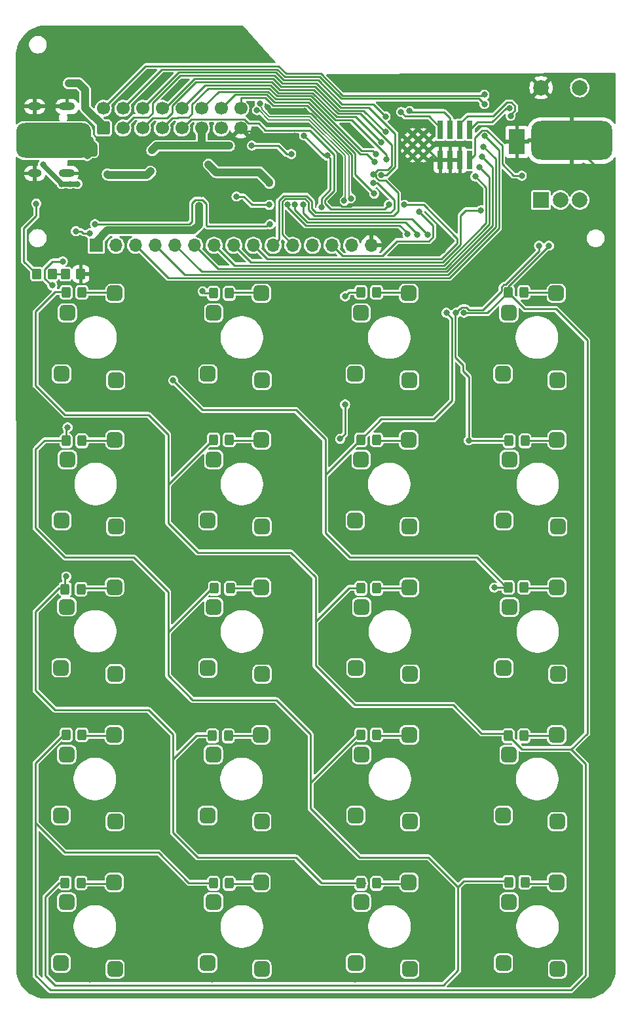
<source format=gbr>
%TF.GenerationSoftware,KiCad,Pcbnew,8.0.5-8.0.5-0~ubuntu22.04.1*%
%TF.CreationDate,2024-11-26T13:49:23+00:00*%
%TF.ProjectId,numcalcium,6e756d63-616c-4636-9975-6d2e6b696361,rev?*%
%TF.SameCoordinates,Original*%
%TF.FileFunction,Copper,L2,Bot*%
%TF.FilePolarity,Positive*%
%FSLAX46Y46*%
G04 Gerber Fmt 4.6, Leading zero omitted, Abs format (unit mm)*
G04 Created by KiCad (PCBNEW 8.0.5-8.0.5-0~ubuntu22.04.1) date 2024-11-26 13:49:23*
%MOMM*%
%LPD*%
G01*
G04 APERTURE LIST*
G04 Aperture macros list*
%AMRoundRect*
0 Rectangle with rounded corners*
0 $1 Rounding radius*
0 $2 $3 $4 $5 $6 $7 $8 $9 X,Y pos of 4 corners*
0 Add a 4 corners polygon primitive as box body*
4,1,4,$2,$3,$4,$5,$6,$7,$8,$9,$2,$3,0*
0 Add four circle primitives for the rounded corners*
1,1,$1+$1,$2,$3*
1,1,$1+$1,$4,$5*
1,1,$1+$1,$6,$7*
1,1,$1+$1,$8,$9*
0 Add four rect primitives between the rounded corners*
20,1,$1+$1,$2,$3,$4,$5,0*
20,1,$1+$1,$4,$5,$6,$7,0*
20,1,$1+$1,$6,$7,$8,$9,0*
20,1,$1+$1,$8,$9,$2,$3,0*%
G04 Aperture macros list end*
%TA.AperFunction,SMDPad,CuDef*%
%ADD10RoundRect,0.250000X-0.325000X-0.450000X0.325000X-0.450000X0.325000X0.450000X-0.325000X0.450000X0*%
%TD*%
%TA.AperFunction,ComponentPad*%
%ADD11RoundRect,0.500000X-0.500000X-0.500000X0.500000X-0.500000X0.500000X0.500000X-0.500000X0.500000X0*%
%TD*%
%TA.AperFunction,SMDPad,CuDef*%
%ADD12RoundRect,0.250000X-0.350000X-0.450000X0.350000X-0.450000X0.350000X0.450000X-0.350000X0.450000X0*%
%TD*%
%TA.AperFunction,ComponentPad*%
%ADD13R,2.000000X2.000000*%
%TD*%
%TA.AperFunction,ComponentPad*%
%ADD14C,2.000000*%
%TD*%
%TA.AperFunction,ComponentPad*%
%ADD15R,2.000000X3.200000*%
%TD*%
%TA.AperFunction,ComponentPad*%
%ADD16RoundRect,0.250000X0.600000X-0.600000X0.600000X0.600000X-0.600000X0.600000X-0.600000X-0.600000X0*%
%TD*%
%TA.AperFunction,ComponentPad*%
%ADD17C,1.700000*%
%TD*%
%TA.AperFunction,ComponentPad*%
%ADD18R,1.700000X1.700000*%
%TD*%
%TA.AperFunction,ComponentPad*%
%ADD19O,1.700000X1.700000*%
%TD*%
%TA.AperFunction,HeatsinkPad*%
%ADD20C,0.600000*%
%TD*%
%TA.AperFunction,ComponentPad*%
%ADD21O,2.100000X1.000000*%
%TD*%
%TA.AperFunction,ComponentPad*%
%ADD22O,1.800000X1.000000*%
%TD*%
%TA.AperFunction,SMDPad,CuDef*%
%ADD23RoundRect,1.125000X3.725000X1.125000X-3.725000X1.125000X-3.725000X-1.125000X3.725000X-1.125000X0*%
%TD*%
%TA.AperFunction,SMDPad,CuDef*%
%ADD24RoundRect,1.250000X4.000000X1.250000X-4.000000X1.250000X-4.000000X-1.250000X4.000000X-1.250000X0*%
%TD*%
%TA.AperFunction,SMDPad,CuDef*%
%ADD25R,0.740000X2.400000*%
%TD*%
%TA.AperFunction,ViaPad*%
%ADD26C,0.800000*%
%TD*%
%TA.AperFunction,Conductor*%
%ADD27C,0.250000*%
%TD*%
%TA.AperFunction,Conductor*%
%ADD28C,0.750000*%
%TD*%
%TA.AperFunction,Conductor*%
%ADD29C,0.200000*%
%TD*%
%TA.AperFunction,Conductor*%
%ADD30C,1.000000*%
%TD*%
%TA.AperFunction,Conductor*%
%ADD31C,0.660000*%
%TD*%
G04 APERTURE END LIST*
D10*
%TO.P,D6,1,K*%
%TO.N,IO_T*%
X24890246Y-57812154D03*
%TO.P,D6,2,A*%
%TO.N,Net-(D6-A)*%
X26940246Y-57812154D03*
%TD*%
%TO.P,D13,1,K*%
%TO.N,IO_CK*%
X5967246Y-19712154D03*
%TO.P,D13,2,A*%
%TO.N,Net-(D13-A)*%
X8017246Y-19712154D03*
%TD*%
%TO.P,D20,1,K*%
%TO.N,IO_D*%
X63117246Y-535154D03*
%TO.P,D20,2,A*%
%TO.N,Net-(D20-A)*%
X65167246Y-535154D03*
%TD*%
D11*
%TO.P,SW15,1,1*%
%TO.N,Net-(D15-A)*%
X50250246Y-19585154D03*
X50350246Y-30800154D03*
%TO.P,SW15,2,2*%
%TO.N,Net-(U3-QD)*%
X43350246Y-30000154D03*
X44100246Y-22125154D03*
%TD*%
D10*
%TO.P,D10,1,K*%
%TO.N,IO_CK*%
X25144246Y-38762154D03*
%TO.P,D10,2,A*%
%TO.N,Net-(D10-A)*%
X27194246Y-38762154D03*
%TD*%
D12*
%TO.P,R1,1*%
%TO.N,Net-(BT1-+)*%
X2157246Y1827046D03*
%TO.P,R1,2*%
%TO.N,Net-(D25-K)*%
X4157246Y1827046D03*
%TD*%
D11*
%TO.P,SW6,1,1*%
%TO.N,Net-(D6-A)*%
X31155246Y-57684154D03*
X31255246Y-68899154D03*
%TO.P,SW6,2,2*%
%TO.N,Net-(U3-QG)*%
X24255246Y-68099154D03*
X25005246Y-60224154D03*
%TD*%
%TO.P,SW1,1,1*%
%TO.N,Net-(D1-A)*%
X12190246Y-76735154D03*
X12290246Y-87950154D03*
%TO.P,SW1,2,2*%
%TO.N,Net-(U3-QH)*%
X5290246Y-87150154D03*
X6040246Y-79275154D03*
%TD*%
%TO.P,SW16,1,1*%
%TO.N,Net-(D16-A)*%
X69427246Y-19585154D03*
X69527246Y-30800154D03*
%TO.P,SW16,2,2*%
%TO.N,Net-(U3-QC)*%
X62527246Y-30000154D03*
X63277246Y-22125154D03*
%TD*%
%TO.P,SW18,1,1*%
%TO.N,Net-(D18-A)*%
X31200246Y-662154D03*
X31300246Y-11877154D03*
%TO.P,SW18,2,2*%
%TO.N,Net-(U3-QC)*%
X24300246Y-11077154D03*
X25050246Y-3202154D03*
%TD*%
%TO.P,SW17,1,1*%
%TO.N,Net-(D17-A)*%
X12277246Y-662154D03*
X12377246Y-11877154D03*
%TO.P,SW17,2,2*%
%TO.N,Net-(U3-QC)*%
X5377246Y-11077154D03*
X6127246Y-3202154D03*
%TD*%
D13*
%TO.P,SW21,A,A*%
%TO.N,Net-(D22-A)*%
X67360246Y11395846D03*
D14*
%TO.P,SW21,B,B*%
%TO.N,Net-(D23-A)*%
X72360246Y11395846D03*
%TO.P,SW21,C,C*%
%TO.N,Net-(Q3-S)*%
X69860246Y11395846D03*
D15*
%TO.P,SW21,MP,MOUNT*%
%TO.N,GND*%
X64260246Y18895846D03*
X75460246Y18895846D03*
D14*
%TO.P,SW21,S1,S1*%
%TO.N,#B_OK*%
X72360246Y25895846D03*
%TO.P,SW21,S2,S2*%
%TO.N,GND*%
X67360246Y25895846D03*
%TD*%
D16*
%TO.P,J1,1,Pin_1*%
%TO.N,VDD*%
X10767846Y20673846D03*
D17*
%TO.P,J1,2,Pin_2*%
%TO.N,Net-(J1-Pin_2)*%
X10767846Y23213846D03*
%TO.P,J1,3,Pin_3*%
%TO.N,RX1*%
X13307846Y20673846D03*
%TO.P,J1,4,Pin_4*%
%TO.N,Net-(J1-Pin_4)*%
X13307846Y23213846D03*
%TO.P,J1,5,Pin_5*%
%TO.N,TX1*%
X15847846Y20673846D03*
%TO.P,J1,6,Pin_6*%
%TO.N,Net-(J1-Pin_6)*%
X15847846Y23213846D03*
%TO.P,J1,7,Pin_7*%
%TO.N,Net-(J1-Pin_7)*%
X18387846Y20673846D03*
%TO.P,J1,8,Pin_8*%
%TO.N,Net-(J1-Pin_8)*%
X18387846Y23213846D03*
%TO.P,J1,9,Pin_9*%
%TO.N,Net-(J1-Pin_9)*%
X20927846Y20673846D03*
%TO.P,J1,10,Pin_10*%
%TO.N,Net-(J1-Pin_10)*%
X20927846Y23213846D03*
%TO.P,J1,11,Pin_11*%
%TO.N,VBAT*%
X23467846Y20673846D03*
%TO.P,J1,12,Pin_12*%
%TO.N,Net-(J1-Pin_12)*%
X23467846Y23213846D03*
%TO.P,J1,13,Pin_13*%
%TO.N,CART_SENSE*%
X26007846Y20673846D03*
%TO.P,J1,14,Pin_14*%
%TO.N,Net-(J1-Pin_14)*%
X26007846Y23213846D03*
%TO.P,J1,15,Pin_15*%
%TO.N,GND*%
X28547846Y20673846D03*
%TO.P,J1,16,Pin_16*%
%TO.N,Net-(J1-Pin_16)*%
X28547846Y23213846D03*
%TD*%
D11*
%TO.P,SW14,1,1*%
%TO.N,Net-(D14-A)*%
X31200246Y-19585154D03*
X31300246Y-30800154D03*
%TO.P,SW14,2,2*%
%TO.N,Net-(U3-QD)*%
X24300246Y-30000154D03*
X25050246Y-22125154D03*
%TD*%
%TO.P,SW10,1,1*%
%TO.N,Net-(D10-A)*%
X31200246Y-38634154D03*
X31300246Y-49849154D03*
%TO.P,SW10,2,2*%
%TO.N,Net-(U3-QE)*%
X24300246Y-49049154D03*
X25050246Y-41174154D03*
%TD*%
D18*
%TO.P,IPC1,1,Pin_1*%
%TO.N,VDD*%
X9853446Y5535446D03*
D19*
%TO.P,IPC1,2,Pin_2*%
%TO.N,/Main/SD_DET*%
X12393446Y5535446D03*
%TO.P,IPC1,3,Pin_3*%
%TO.N,/Main/LCD_CS*%
X14933446Y5535446D03*
%TO.P,IPC1,4,Pin_4*%
%TO.N,/Main/MISO*%
X17473446Y5535446D03*
%TO.P,IPC1,5,Pin_5*%
%TO.N,/Main/MOSI*%
X20013446Y5535446D03*
%TO.P,IPC1,6,Pin_6*%
%TO.N,/Main/CK*%
X22553446Y5535446D03*
%TO.P,IPC1,7,Pin_7*%
%TO.N,/Main/SD_CS*%
X25093446Y5535446D03*
%TO.P,IPC1,8,Pin_8*%
%TO.N,/Main/LCD_DC*%
X27633446Y5535446D03*
%TO.P,IPC1,9,Pin_9*%
%TO.N,/Main/LCD_LED*%
X30173446Y5535446D03*
%TO.P,IPC1,10,Pin_10*%
%TO.N,RX1*%
X32713446Y5535446D03*
%TO.P,IPC1,11,Pin_11*%
%TO.N,TX1*%
X35253446Y5535446D03*
%TO.P,IPC1,12,Pin_12*%
%TO.N,RST*%
X37793446Y5535446D03*
%TO.P,IPC1,13,Pin_13*%
%TO.N,/Main/STATUS_LED*%
X40333446Y5535446D03*
%TO.P,IPC1,14,Pin_14*%
%TO.N,/Main/BUZ_DRIVE*%
X42873446Y5535446D03*
%TO.P,IPC1,15,Pin_15*%
%TO.N,GND*%
X45413446Y5535446D03*
%TD*%
D20*
%TO.P,U4,41,GND*%
%TO.N,GND*%
X50070246Y19167846D03*
X50070246Y17767846D03*
X50770246Y19867846D03*
X50770246Y18467846D03*
X50770246Y17067846D03*
X51470246Y19167846D03*
X51470246Y17767846D03*
X52170246Y19867846D03*
X52170246Y18467846D03*
X52170246Y17067846D03*
X52870246Y19167846D03*
X52870246Y17767846D03*
%TD*%
D11*
%TO.P,SW3,1,1*%
%TO.N,Net-(D3-A)*%
X50290246Y-76735154D03*
X50390246Y-87950154D03*
%TO.P,SW3,2,2*%
%TO.N,Net-(U3-QH)*%
X43390246Y-87150154D03*
X44140246Y-79275154D03*
%TD*%
%TO.P,SW20,1,1*%
%TO.N,Net-(D20-A)*%
X69340246Y-662154D03*
X69440246Y-11877154D03*
%TO.P,SW20,2,2*%
%TO.N,Net-(Q7-S)*%
X62440246Y-11077154D03*
X63190246Y-3202154D03*
%TD*%
D12*
%TO.P,D25,1,K*%
%TO.N,Net-(D25-K)*%
X5872246Y1827046D03*
%TO.P,D25,2,A*%
%TO.N,GND*%
X7872246Y1827046D03*
%TD*%
D11*
%TO.P,SW2,1,1*%
%TO.N,Net-(D2-A)*%
X31167246Y-76735154D03*
X31267246Y-87950154D03*
%TO.P,SW2,2,2*%
%TO.N,Net-(U3-QH)*%
X24267246Y-87150154D03*
X25017246Y-79275154D03*
%TD*%
%TO.P,SW9,1,1*%
%TO.N,Net-(D9-A)*%
X12217246Y-38600154D03*
X12317246Y-49815154D03*
%TO.P,SW9,2,2*%
%TO.N,Net-(U3-QF)*%
X5317246Y-49015154D03*
X6067246Y-41140154D03*
%TD*%
D10*
%TO.P,D7,1,K*%
%TO.N,IO_CK*%
X44067246Y-57685154D03*
%TO.P,D7,2,A*%
%TO.N,Net-(D7-A)*%
X46117246Y-57685154D03*
%TD*%
%TO.P,D9,1,K*%
%TO.N,IO_T*%
X5840246Y-38889154D03*
%TO.P,D9,2,A*%
%TO.N,Net-(D9-A)*%
X7890246Y-38889154D03*
%TD*%
%TO.P,D5,1,K*%
%TO.N,IO_D*%
X5967246Y-57685154D03*
%TO.P,D5,2,A*%
%TO.N,Net-(D5-A)*%
X8017246Y-57685154D03*
%TD*%
D11*
%TO.P,SW4,1,1*%
%TO.N,Net-(D4-A)*%
X69394246Y-76735154D03*
X69494246Y-87950154D03*
%TO.P,SW4,2,2*%
%TO.N,Net-(U3-QG)*%
X62494246Y-87150154D03*
X63244246Y-79275154D03*
%TD*%
%TO.P,SW11,1,1*%
%TO.N,Net-(D11-A)*%
X50332246Y-38634154D03*
X50432246Y-49849154D03*
%TO.P,SW11,2,2*%
%TO.N,Net-(U3-QE)*%
X43432246Y-49049154D03*
X44182246Y-41174154D03*
%TD*%
%TO.P,SW13,1,1*%
%TO.N,Net-(D13-A)*%
X12277246Y-19585154D03*
X12377246Y-30800154D03*
%TO.P,SW13,2,2*%
%TO.N,Net-(U3-QD)*%
X5377246Y-30000154D03*
X6127246Y-22125154D03*
%TD*%
D10*
%TO.P,D18,1,K*%
%TO.N,IO_T*%
X25017246Y-662154D03*
%TO.P,D18,2,A*%
%TO.N,Net-(D18-A)*%
X27067246Y-662154D03*
%TD*%
D11*
%TO.P,SW5,1,1*%
%TO.N,Net-(D5-A)*%
X12190246Y-57685154D03*
X12290246Y-68900154D03*
%TO.P,SW5,2,2*%
%TO.N,Net-(U3-QG)*%
X5290246Y-68100154D03*
X6040246Y-60225154D03*
%TD*%
%TO.P,SW19,1,1*%
%TO.N,Net-(D19-A)*%
X50250246Y-662154D03*
X50350246Y-11877154D03*
%TO.P,SW19,2,2*%
%TO.N,Net-(Q7-S)*%
X43350246Y-11077154D03*
X44100246Y-3202154D03*
%TD*%
D10*
%TO.P,D11,1,K*%
%TO.N,IO_D*%
X44067246Y-38762154D03*
%TO.P,D11,2,A*%
%TO.N,Net-(D11-A)*%
X46117246Y-38762154D03*
%TD*%
%TO.P,D3,1,K*%
%TO.N,IO_T*%
X44067246Y-76862154D03*
%TO.P,D3,2,A*%
%TO.N,Net-(D3-A)*%
X46117246Y-76862154D03*
%TD*%
%TO.P,D4,1,K*%
%TO.N,IO_CK*%
X63235246Y-76735154D03*
%TO.P,D4,2,A*%
%TO.N,Net-(D4-A)*%
X65285246Y-76735154D03*
%TD*%
%TO.P,D16,1,K*%
%TO.N,IO_CK*%
X63244246Y-19712154D03*
%TO.P,D16,2,A*%
%TO.N,Net-(D16-A)*%
X65294246Y-19712154D03*
%TD*%
%TO.P,D14,1,K*%
%TO.N,IO_D*%
X25017246Y-19585154D03*
%TO.P,D14,2,A*%
%TO.N,Net-(D14-A)*%
X27067246Y-19585154D03*
%TD*%
D21*
%TO.P,J2,S1,SHIELD*%
%TO.N,GND*%
X6094246Y23467846D03*
D22*
X1914246Y23467846D03*
D21*
X6094246Y14827846D03*
D22*
X1914246Y14827846D03*
%TD*%
D11*
%TO.P,SW8,1,1*%
%TO.N,Net-(D8-A)*%
X69382246Y-57684154D03*
X69482246Y-68899154D03*
%TO.P,SW8,2,2*%
%TO.N,Net-(U3-QF)*%
X62482246Y-68099154D03*
X63232246Y-60224154D03*
%TD*%
%TO.P,SW7,1,1*%
%TO.N,Net-(D7-A)*%
X50332246Y-57684154D03*
X50432246Y-68899154D03*
%TO.P,SW7,2,2*%
%TO.N,Net-(U3-QF)*%
X43432246Y-68099154D03*
X44182246Y-60224154D03*
%TD*%
D23*
%TO.P,BT1,1,+*%
%TO.N,Net-(BT1-+)*%
X4333246Y19063846D03*
D24*
%TO.P,BT1,2,-*%
%TO.N,GND*%
X71333246Y19063846D03*
%TD*%
D10*
%TO.P,D19,1,K*%
%TO.N,IO_CK*%
X44067246Y-535154D03*
%TO.P,D19,2,A*%
%TO.N,Net-(D19-A)*%
X46117246Y-535154D03*
%TD*%
%TO.P,D17,1,K*%
%TO.N,IO_D*%
X5967246Y-535154D03*
%TO.P,D17,2,A*%
%TO.N,Net-(D17-A)*%
X8017246Y-535154D03*
%TD*%
%TO.P,D15,1,K*%
%TO.N,IO_T*%
X44067246Y-19585154D03*
%TO.P,D15,2,A*%
%TO.N,Net-(D15-A)*%
X46117246Y-19585154D03*
%TD*%
D11*
%TO.P,SW12,1,1*%
%TO.N,Net-(D12-A)*%
X69427246Y-38635154D03*
X69527246Y-49850154D03*
%TO.P,SW12,2,2*%
%TO.N,Net-(U3-QE)*%
X62527246Y-49050154D03*
X63277246Y-41175154D03*
%TD*%
D10*
%TO.P,D1,1,K*%
%TO.N,IO_CK*%
X5839246Y-76810154D03*
%TO.P,D1,2,A*%
%TO.N,Net-(D1-A)*%
X7889246Y-76810154D03*
%TD*%
%TO.P,D12,1,K*%
%TO.N,IO_T*%
X63117246Y-38635154D03*
%TO.P,D12,2,A*%
%TO.N,Net-(D12-A)*%
X65167246Y-38635154D03*
%TD*%
%TO.P,D2,1,K*%
%TO.N,IO_D*%
X25017246Y-76862154D03*
%TO.P,D2,2,A*%
%TO.N,Net-(D2-A)*%
X27067246Y-76862154D03*
%TD*%
D25*
%TO.P,J3,1,Pin_1*%
%TO.N,#B_OK*%
X58164246Y16570646D03*
%TO.P,J3,2,Pin_2*%
%TO.N,Net-(J3-Pin_2)*%
X58164246Y20470646D03*
%TO.P,J3,3,Pin_3*%
%TO.N,GND*%
X56894246Y16570646D03*
%TO.P,J3,4,Pin_4*%
%TO.N,Net-(J3-Pin_4)*%
X56894246Y20470646D03*
%TO.P,J3,5,Pin_5*%
%TO.N,GND*%
X55624246Y16570646D03*
%TO.P,J3,6,Pin_6*%
%TO.N,VDD_AON*%
X55624246Y20470646D03*
%TO.P,J3,7,Pin_7*%
%TO.N,GND*%
X54354246Y16570646D03*
%TO.P,J3,8,Pin_8*%
%TO.N,RST*%
X54354246Y20470646D03*
%TD*%
D10*
%TO.P,D8,1,K*%
%TO.N,IO_D*%
X63117246Y-57812154D03*
%TO.P,D8,2,A*%
%TO.N,Net-(D8-A)*%
X65167246Y-57812154D03*
%TD*%
D26*
%TO.N,GND*%
X5078246Y32865846D03*
%TO.N,Net-(J1-Pin_14)*%
X45819846Y16305046D03*
%TO.N,GND*%
X24925808Y29655284D03*
%TO.N,VDD*%
X23128246Y8431046D03*
%TO.N,GND*%
X30224246Y20267446D03*
%TO.N,Net-(BT1-+)*%
X8659646Y17067046D03*
%TO.N,IO_CK*%
X42035246Y-1043154D03*
%TO.N,GND*%
X17905246Y-6123154D03*
X71270646Y18921246D03*
X42619446Y20826246D03*
X71270646Y18921246D03*
%TO.N,IO_CK*%
X42035246Y-15013154D03*
%TO.N,GND*%
X5840246Y24991846D03*
%TO.N,VDD*%
X7567446Y26465046D03*
%TO.N,Net-(BT1-+)*%
X2111446Y10920246D03*
%TO.N,GND*%
X70056977Y5479115D03*
X63244246Y26160246D03*
X62990246Y4367046D03*
X57275246Y-44223154D03*
%TO.N,/Main/SD_DET*%
X4189246Y353846D03*
%TO.N,GND*%
X73988446Y14654046D03*
X38225246Y-6123154D03*
%TO.N,VBAT*%
X16863846Y15085846D03*
%TO.N,IO_CK*%
X56386246Y-3163154D03*
%TO.N,GND*%
X76325246Y-29618154D03*
X76325246Y2131846D03*
X76198246Y26261846D03*
X10666246Y18743446D03*
X68578246Y19657846D03*
X71270646Y18921246D03*
X760246Y-23268154D03*
X760246Y-61368154D03*
X17270246Y-25173154D03*
%TO.N,Net-(Q3-S)*%
X29970246Y18413246D03*
%TO.N,GND*%
X74623446Y10767846D03*
X10412246Y11529846D03*
X2792246Y26515846D03*
X71072977Y6495115D03*
%TO.N,VDD*%
X23144246Y10615446D03*
%TO.N,IO_CK*%
X35532846Y10843246D03*
%TO.N,GND*%
X46988246Y25880846D03*
X71270646Y18921246D03*
%TO.N,VDD*%
X32256246Y13561846D03*
%TO.N,GND*%
X24890246Y-89308154D03*
%TO.N,Net-(J1-Pin_2)*%
X60043846Y24991846D03*
%TO.N,USB-*%
X42772531Y11606668D03*
%TO.N,GND*%
X69040977Y4463115D03*
X71270646Y18921246D03*
%TO.N,Net-(J1-Pin_12)*%
X45999415Y17348215D03*
%TO.N,GND*%
X17905246Y-44223154D03*
X76325246Y-35968154D03*
X58545246Y-9298154D03*
X44194246Y7262646D03*
%TO.N,VDD*%
X25144246Y15212846D03*
%TO.N,IO_CK*%
X67105046Y5484646D03*
%TO.N,GND*%
X68578246Y18133846D03*
%TO.N,IO_CK*%
X41400246Y-19458154D03*
X51357046Y6907046D03*
%TO.N,VBUS*%
X6449846Y13460246D03*
%TO.N,GND*%
X72088977Y7511115D03*
X760246Y-55018154D03*
X760246Y-86768154D03*
X4062246Y22705846D03*
X76325246Y-86768154D03*
%TO.N,VDD*%
X24382246Y16000246D03*
X6297446Y26465046D03*
%TO.N,GND*%
X6856246Y24991846D03*
X9685808Y29655284D03*
X71270646Y18921246D03*
X36955246Y-44858154D03*
X760246Y-35968154D03*
%TO.N,Net-(BT1-+)*%
X9116846Y19226046D03*
%TO.N,GND*%
X20826246Y12037846D03*
X70102246Y19657846D03*
X52957246Y26515846D03*
X17778246Y26515846D03*
X35558246Y19708646D03*
X23467846Y14781046D03*
X56259246Y26515846D03*
X760246Y-16918154D03*
X76325246Y-55018154D03*
X76325246Y-4218154D03*
%TO.N,VBUS*%
X2989446Y15988246D03*
%TO.N,GND*%
X28649446Y9548646D03*
%TO.N,IO_D*%
X52728646Y6907046D03*
%TO.N,VBAT*%
X17092446Y17803646D03*
%TO.N,GND*%
X15238246Y26515846D03*
%TO.N,Net-(J1-Pin_9)*%
X47674846Y10767846D03*
%TO.N,IO_T*%
X5992646Y-37238154D03*
%TO.N,RX1*%
X45667446Y13561846D03*
%TO.N,GND*%
X76325246Y-42318154D03*
%TO.N,Net-(BT1-+)*%
X9585346Y18452746D03*
%TO.N,GND*%
X11428246Y26515846D03*
X32041219Y23295454D03*
%TO.N,Net-(Q3-S)*%
X35075646Y17321046D03*
%TO.N,GND*%
X50341046Y5027446D03*
X71270646Y18921246D03*
X17983387Y9339967D03*
%TO.N,IO_T*%
X23620246Y-408154D03*
X19806246Y-11913154D03*
%TO.N,GND*%
X16488445Y13390763D03*
X760246Y-42318154D03*
X10031246Y2512846D03*
%TO.N,Net-(J1-Pin_16)*%
X45792246Y12217846D03*
%TO.N,IO_D*%
X36650446Y10796846D03*
%TO.N,/Main/SD_DET*%
X5535446Y3452646D03*
%TO.N,IO_D*%
X68375046Y5484646D03*
%TO.N,GND*%
X54608246Y26515846D03*
%TO.N,VBUS*%
X7415046Y13460246D03*
%TO.N,GND*%
X76198246Y24737846D03*
%TO.N,Net-(BT1-+)*%
X8583446Y18235446D03*
%TO.N,IO_OE*%
X34567646Y10843246D03*
%TO.N,/Main/LCD_LED*%
X49680646Y10767846D03*
%TO.N,GND*%
X71270646Y18921246D03*
X24890246Y12037846D03*
X5078246Y29309846D03*
X76198246Y23213846D03*
%TO.N,USB-*%
X31005587Y23871810D03*
%TO.N,#LOW_POWER_REQ*%
X32332446Y8259647D03*
%TO.N,GND*%
X19810246Y29655284D03*
X71270646Y18921246D03*
X76325246Y-10568154D03*
%TO.N,Net-(D24-A)*%
X27989046Y11834646D03*
%TO.N,IO_D*%
X57402246Y-3163154D03*
%TO.N,IO_OE*%
X50087046Y6957846D03*
%TO.N,GND*%
X67562246Y20673846D03*
X760246Y-67718154D03*
%TO.N,/Main/SD_CS*%
X58875446Y14425446D03*
%TO.N,Net-(J1-Pin_4)*%
X60043846Y23772646D03*
%TO.N,GND*%
X13841246Y17117846D03*
X71270646Y18921246D03*
X60450246Y4367046D03*
X760246Y-29618154D03*
%TO.N,VDD_AON*%
X50367942Y22882846D03*
%TO.N,GND*%
X963446Y12241046D03*
X38225246Y-82323154D03*
%TO.N,IO_CK*%
X58011846Y-19661354D03*
%TO.N,GND*%
X760246Y-80418154D03*
%TO.N,IO_T*%
X55136734Y-3181421D03*
%TO.N,VBAT*%
X11326646Y14730246D03*
%TO.N,RX1*%
X46736015Y14579615D03*
%TO.N,RST*%
X49274246Y22756646D03*
%TO.N,GND*%
X30275046Y22096246D03*
X71270646Y18921246D03*
X26922246Y17117846D03*
X61720246Y4367046D03*
%TO.N,VBAT*%
X27049246Y18387846D03*
%TO.N,GND*%
X36955246Y-25173154D03*
X49528246Y26515846D03*
X76325246Y-74068154D03*
X48105846Y353846D03*
X760246Y-74068154D03*
X36828246Y22909046D03*
X76325246Y-61368154D03*
%TO.N,RST*%
X38971209Y10447845D03*
%TO.N,GND*%
X23518646Y12139446D03*
X2792246Y27531846D03*
X36320246Y-63273154D03*
%TO.N,Net-(J1-Pin_8)*%
X47313425Y20186225D03*
%TO.N,GND*%
X16635246Y1750846D03*
%TO.N,VDD*%
X23128246Y9548646D03*
%TO.N,Net-(J3-Pin_2)*%
X63295046Y23264646D03*
%TO.N,RST*%
X39749246Y17117846D03*
%TO.N,IO_T*%
X9015246Y7084846D03*
%TO.N,GND*%
X71270646Y18921246D03*
X14765808Y29655284D03*
%TO.N,USB+*%
X41871349Y11275796D03*
%TO.N,IO_CK*%
X6145046Y-17984954D03*
%TO.N,Net-(BT1-+)*%
X9585346Y17436746D03*
%TO.N,#LOW_POWER_REQ*%
X9701046Y8250846D03*
%TO.N,GND*%
X70102246Y18133846D03*
%TO.N,VBUS*%
X5383046Y13460246D03*
%TO.N,GND*%
X12698246Y26515846D03*
X71270646Y18921246D03*
X69594246Y17117846D03*
%TO.N,RST*%
X36726646Y19708646D03*
%TO.N,GND*%
X13460246Y2512846D03*
%TO.N,Net-(J1-Pin_7)*%
X47369415Y16660646D03*
%TO.N,GND*%
X17905246Y-63273154D03*
X7897646Y16078846D03*
X76325246Y-16918154D03*
X51407846Y5027446D03*
X67562246Y17117846D03*
X49223446Y5027446D03*
%TO.N,/Main/MISO*%
X59942246Y18286246D03*
%TO.N,Net-(J3-Pin_4)*%
X63422046Y22274046D03*
%TO.N,GND*%
X76325246Y-23268154D03*
X76325246Y-48668154D03*
X72845446Y15797046D03*
X9015246Y-89308154D03*
X36167846Y17321046D03*
X760246Y-48668154D03*
X57275246Y-63273154D03*
X71270646Y18921246D03*
X15238246Y2512846D03*
X760246Y-10568154D03*
X43305246Y-89308154D03*
%TO.N,/Main/CK*%
X59434246Y15644646D03*
%TO.N,IO_T*%
X61313846Y-38660554D03*
%TO.N,GND*%
X69594246Y20673846D03*
%TO.N,Net-(J1-Pin_10)*%
X46704464Y18857712D03*
%TO.N,GND*%
X11809246Y2512846D03*
X71270646Y18921246D03*
X58545246Y-82323154D03*
%TO.N,Net-(J1-Pin_6)*%
X47266162Y22170963D03*
%TO.N,GND*%
X74674246Y13561846D03*
%TO.N,IO_T*%
X7235246Y7361145D03*
%TO.N,Net-(D24-A)*%
X32230846Y10767846D03*
%TO.N,GND*%
X62990246Y-89308154D03*
X760246Y-4218154D03*
X51306246Y26515846D03*
%TO.N,TX1*%
X45667446Y14679446D03*
%TO.N,GND*%
X64514246Y4367046D03*
X76325246Y-67718154D03*
%TO.N,USB+*%
X30635617Y22985962D03*
%TO.N,GND*%
X73231977Y8654115D03*
X40689046Y11072646D03*
X54533246Y5003246D03*
X20826246Y26515846D03*
X71270646Y18921246D03*
X10158246Y26515846D03*
X30005808Y29655284D03*
X45972246Y25855446D03*
X71270646Y18921246D03*
X74674246Y12037846D03*
X1014246Y28801846D03*
X71270646Y18921246D03*
X57275246Y-89308154D03*
X57275246Y-25808154D03*
X74120977Y9543115D03*
X55604336Y6012557D03*
%TO.N,#B_OK*%
X64869846Y14527046D03*
%TO.N,GND*%
X17778246Y607846D03*
X19175246Y-82323154D03*
X76325246Y-80418154D03*
%TO.N,/Main/MOSI*%
X59739046Y17016246D03*
%TO.N,/Main/STATUS_LED*%
X51611046Y9904246D03*
%TO.N,/Main/LCD_DC*%
X59586646Y10056646D03*
%TO.N,/Main/LCD_CS*%
X60043846Y19708646D03*
%TD*%
D27*
%TO.N,Net-(J1-Pin_8)*%
X18742885Y23213846D02*
X18387846Y23213846D01*
X41287431Y22952645D02*
X38186028Y26054048D01*
X38186028Y26054048D02*
X33730330Y26054048D01*
%TO.N,Net-(J1-Pin_10)*%
X37846373Y25234047D02*
X33390675Y25234047D01*
%TO.N,TX1*%
X19708646Y22655046D02*
X19708646Y23599779D01*
%TO.N,IO_T*%
X2026246Y-51918154D02*
X2026246Y-41758154D01*
%TO.N,Net-(J1-Pin_10)*%
X43429533Y22132643D02*
X40947777Y22132643D01*
%TO.N,IO_T*%
X5074246Y-38710154D02*
X5839246Y-38710154D01*
%TO.N,Net-(J1-Pin_10)*%
X40947777Y22132643D02*
X37846373Y25234047D01*
%TO.N,Net-(J1-Pin_7)*%
X20457713Y22078846D02*
X21774046Y22078846D01*
%TO.N,Net-(D14-A)*%
X31290246Y-19659154D02*
X26931246Y-19659154D01*
%TO.N,Net-(J3-Pin_2)*%
X62863246Y23264646D02*
X61034446Y21435846D01*
%TO.N,Net-(J1-Pin_8)*%
X47313425Y20186225D02*
X47171067Y20186225D01*
X32738928Y27045450D02*
X22914144Y27045449D01*
%TO.N,Net-(J1-Pin_9)*%
X47079845Y10172845D02*
X47674846Y10767846D01*
%TO.N,Net-(J1-Pin_8)*%
X33730330Y26054048D02*
X32738928Y27045450D01*
%TO.N,Net-(J1-Pin_4)*%
X18369453Y28275453D02*
X33248409Y28275453D01*
%TO.N,#LOW_POWER_REQ*%
X32161047Y8259647D02*
X32332446Y8259647D01*
%TO.N,IO_OE*%
X36937619Y8122845D02*
X34567646Y10492818D01*
%TO.N,Net-(J1-Pin_12)*%
X25659447Y25405447D02*
X23467846Y23213846D01*
%TO.N,Net-(D24-A)*%
X29995646Y10767846D02*
X32230846Y10767846D01*
D28*
%TO.N,Net-(BT1-+)*%
X9116846Y18921246D02*
X9585346Y18452746D01*
X8583446Y18235446D02*
X8786646Y18235446D01*
D27*
%TO.N,IO_D*%
X36650446Y9675646D02*
X36650446Y10796846D01*
%TO.N,IO_CK*%
X44067246Y-890754D02*
X44067246Y-535154D01*
%TO.N,Net-(J1-Pin_10)*%
X32399274Y26225448D02*
X23939448Y26225448D01*
X23939448Y26225448D02*
X20927846Y23213846D01*
X46704464Y18857712D02*
X43429533Y22132643D01*
%TO.N,GND*%
X36828246Y22735246D02*
X36625046Y22532046D01*
%TO.N,IO_T*%
X5840246Y-37390554D02*
X5992646Y-37238154D01*
X16631246Y-54458154D02*
X4566246Y-54458154D01*
D29*
%TO.N,USB-*%
X31295617Y23107675D02*
X32256246Y22147046D01*
D27*
%TO.N,TX1*%
X48055046Y15818074D02*
X47501587Y15264615D01*
%TO.N,Net-(J1-Pin_8)*%
X44404647Y22952645D02*
X41287431Y22952645D01*
%TO.N,GND*%
X36828246Y22909046D02*
X36828246Y22735246D01*
%TO.N,/Main/STATUS_LED*%
X53413646Y6623309D02*
X52884583Y6094246D01*
%TO.N,/Main/MOSI*%
X23464246Y2135446D02*
X20013446Y5586246D01*
%TO.N,Net-(D11-A)*%
X46039046Y-38759954D02*
X45989246Y-38710154D01*
D28*
%TO.N,Net-(BT1-+)*%
X8786646Y18235446D02*
X9585346Y17436746D01*
D27*
%TO.N,IO_D*%
X16631246Y-16358154D02*
X5836246Y-16358154D01*
X19171246Y-30328154D02*
X19171246Y-25369154D01*
%TO.N,Net-(J1-Pin_2)*%
X59945846Y24893846D02*
X60043846Y24991846D01*
%TO.N,Net-(J1-Pin_8)*%
X47171067Y20186225D02*
X44404647Y22952645D01*
%TO.N,IO_D*%
X2026246Y-69063154D02*
X2026246Y-88748154D01*
%TO.N,Net-(BT1-+)*%
X506246Y3478046D02*
X2157246Y1827046D01*
%TO.N,Net-(J1-Pin_6)*%
X45664479Y23772646D02*
X41627086Y23772646D01*
%TO.N,Net-(D14-A)*%
X26931246Y-19659154D02*
X26930246Y-19660154D01*
%TO.N,IO_CK*%
X19171246Y-50013154D02*
X19171246Y-44419154D01*
X5074246Y-76810154D02*
X3296246Y-78588154D01*
%TO.N,Net-(Q3-S)*%
X34491446Y17321046D02*
X33399246Y18413246D01*
D30*
%TO.N,VDD*%
X7567446Y26465046D02*
X6297446Y26465046D01*
X9853446Y6018046D02*
X9853446Y5586246D01*
D27*
%TO.N,IO_D*%
X64891246Y-59538154D02*
X62989246Y-57636154D01*
%TO.N,GND*%
X40689046Y11072646D02*
X40689046Y11152846D01*
%TO.N,IO_CK*%
X57999983Y-2792154D02*
X59844246Y-2792154D01*
X57275246Y-9933154D02*
X56259246Y-8917154D01*
%TO.N,GND*%
X19665266Y11021846D02*
X17983387Y9339967D01*
X32415718Y22532046D02*
X36625046Y22532046D01*
X20826246Y12037846D02*
X19810246Y11021846D01*
%TO.N,Net-(BT1-+)*%
X2111446Y10920246D02*
X2111446Y9325046D01*
%TO.N,GND*%
X37241810Y21341410D02*
X31537882Y21341410D01*
X42902846Y12545846D02*
X43457531Y11991161D01*
%TO.N,IO_CK*%
X35532846Y10107446D02*
X35532846Y10843246D01*
%TO.N,Net-(J1-Pin_14)*%
X45819846Y16305046D02*
X44807446Y17317446D01*
%TO.N,IO_D*%
X57402246Y-3163154D02*
X57441246Y-3202154D01*
X5830246Y-495554D02*
X5830246Y-28154D01*
D28*
%TO.N,Net-(BT1-+)*%
X8659646Y17067046D02*
X9029346Y17436746D01*
D27*
%TO.N,/Main/STATUS_LED*%
X39723846Y5586246D02*
X40333446Y5586246D01*
%TO.N,GND*%
X28954246Y20267446D02*
X28547846Y20673846D01*
%TO.N,/Main/MISO*%
X61501648Y16726844D02*
X59942246Y18286246D01*
%TO.N,GND*%
X71194446Y7415046D02*
X74674246Y10894846D01*
%TO.N,Net-(D20-A)*%
X65486446Y-558354D02*
X65284246Y-356154D01*
%TO.N,IO_CK*%
X37586246Y-63983154D02*
X37586246Y-63859154D01*
D30*
%TO.N,VDD*%
X23128246Y8431046D02*
X23128246Y8193046D01*
D29*
%TO.N,USB+*%
X32153530Y21740646D02*
X37387046Y21740646D01*
D30*
%TO.N,VDD*%
X23128246Y8193046D02*
X22401046Y7465846D01*
X22401046Y7465846D02*
X11301246Y7465846D01*
X25144246Y15238246D02*
X24382246Y16000246D01*
D27*
%TO.N,GND*%
X41186349Y10992059D02*
X41186349Y11650149D01*
D30*
%TO.N,VDD*%
X11301246Y7465846D02*
X9853446Y6018046D01*
X23128246Y10599446D02*
X23128246Y8431046D01*
X23144246Y10615446D02*
X23128246Y10599446D01*
X8431046Y25601446D02*
X7567446Y26465046D01*
D27*
%TO.N,GND*%
X43457531Y11322931D02*
X42725396Y10590796D01*
%TO.N,IO_CK*%
X14726246Y-34773154D02*
X5836246Y-34773154D01*
%TO.N,Net-(J1-Pin_6)*%
X34069985Y26874049D02*
X33078582Y27865452D01*
%TO.N,Net-(J1-Pin_7)*%
X40777949Y21722643D02*
X42870796Y21722643D01*
D30*
%TO.N,VDD*%
X10767846Y20673846D02*
X10767846Y20953246D01*
D27*
%TO.N,GND*%
X54067446Y16570646D02*
X52870246Y17767846D01*
%TO.N,Net-(D2-A)*%
X27015446Y-76886354D02*
X26939246Y-76810154D01*
%TO.N,Net-(J1-Pin_7)*%
X18387846Y20673846D02*
X19708646Y21994646D01*
%TO.N,Net-(J1-Pin_9)*%
X30833846Y21283446D02*
X31723646Y20393646D01*
%TO.N,GND*%
X19810246Y11021846D02*
X19665266Y11021846D01*
%TO.N,Net-(J1-Pin_9)*%
X21029446Y20673846D02*
X22164446Y21808846D01*
X29543379Y21283446D02*
X30833846Y21283446D01*
%TO.N,IO_D*%
X2026246Y-61319154D02*
X5839246Y-57506154D01*
%TO.N,IO_CK*%
X49832847Y8532845D02*
X37107447Y8532845D01*
X37107447Y8532845D02*
X35532846Y10107446D01*
%TO.N,TX1*%
X19708646Y23599779D02*
X22744316Y26635449D01*
X22744316Y26635449D02*
X32569101Y26635449D01*
%TO.N,IO_D*%
X5836246Y-72873154D02*
X2026246Y-69063154D01*
%TO.N,TX1*%
X19048246Y21994646D02*
X19708646Y22655046D01*
%TO.N,IO_D*%
X21838246Y-76810154D02*
X17901246Y-72873154D01*
X19171246Y-25369154D02*
X24880246Y-19660154D01*
D28*
%TO.N,Net-(BT1-+)*%
X9585346Y18452746D02*
X9585346Y17436746D01*
D27*
%TO.N,IO_D*%
X73146246Y-88748154D02*
X73146246Y-61443154D01*
%TO.N,IO_CK*%
X62257246Y143378D02*
X62563714Y449846D01*
%TO.N,Net-(D5-A)*%
X12249846Y-57816454D02*
X8199546Y-57816454D01*
%TO.N,Net-(D3-A)*%
X50371846Y-76885354D02*
X46064446Y-76885354D01*
%TO.N,Net-(D5-A)*%
X8199546Y-57816454D02*
X7889246Y-57506154D01*
%TO.N,IO_CK*%
X3296246Y-78588154D02*
X3296246Y-88748154D01*
X56636246Y-77318154D02*
X52826246Y-73508154D01*
%TO.N,Net-(D24-A)*%
X27989046Y11834646D02*
X28928846Y11834646D01*
%TO.N,Net-(J1-Pin_7)*%
X37676545Y24824047D02*
X40777949Y21722643D01*
%TO.N,GND*%
X42902846Y17278434D02*
X42902846Y12545846D01*
%TO.N,Net-(J1-Pin_7)*%
X22248646Y23721846D02*
X24342247Y25815447D01*
X47369415Y17224024D02*
X47369415Y16660646D01*
%TO.N,GND*%
X42725396Y10590796D02*
X41587612Y10590796D01*
D29*
%TO.N,USB+*%
X42009846Y17117846D02*
X42009846Y11414293D01*
D27*
%TO.N,IO_D*%
X38221246Y-43028154D02*
X38221246Y-37313154D01*
D28*
%TO.N,Net-(BT1-+)*%
X8659646Y17527046D02*
X9585346Y18452746D01*
D27*
%TO.N,/Main/SD_DET*%
X3173246Y1247514D02*
X3173246Y2406578D01*
%TO.N,IO_CK*%
X37586246Y-63983154D02*
X37586246Y-57633154D01*
X58011846Y-19661354D02*
X58062646Y-19712154D01*
X62257246Y-379154D02*
X62257246Y143378D01*
%TO.N,#LOW_POWER_REQ*%
X22679077Y11428246D02*
X23569446Y11428246D01*
%TO.N,IO_T*%
X23874246Y-662154D02*
X23620246Y-408154D01*
D28*
%TO.N,Net-(BT1-+)*%
X9116846Y19226046D02*
X9116846Y18921246D01*
D27*
%TO.N,IO_T*%
X19806246Y-60808154D02*
X22854246Y-57760154D01*
X59052246Y-34773154D02*
X42666246Y-34773154D01*
%TO.N,Net-(D6-A)*%
X31290246Y-57816454D02*
X26986546Y-57816454D01*
%TO.N,IO_T*%
X55849246Y-3893933D02*
X55849246Y-14534154D01*
X39491246Y-19533154D02*
X35681246Y-15723154D01*
%TO.N,VDD_AON*%
X50367942Y22882846D02*
X50494142Y22756646D01*
%TO.N,IO_T*%
X5840246Y-38889154D02*
X5840246Y-37390554D01*
X55849246Y-14534154D02*
X53465246Y-16918154D01*
%TO.N,IO_D*%
X50692847Y8942845D02*
X37383247Y8942845D01*
%TO.N,IO_CK*%
X62563714Y449846D02*
X62760418Y449846D01*
%TO.N,Net-(J1-Pin_6)*%
X33078582Y27865452D02*
X20499452Y27865452D01*
%TO.N,IO_T*%
X46734246Y-16918154D02*
X44067246Y-19585154D01*
%TO.N,Net-(J1-Pin_9)*%
X40214946Y10172845D02*
X47079845Y10172845D01*
X31723646Y20393646D02*
X37442183Y20393646D01*
%TO.N,IO_CK*%
X57398246Y-76556154D02*
X56636246Y-77318154D01*
D31*
%TO.N,VBUS*%
X2989446Y15904646D02*
X5433846Y13460246D01*
D27*
%TO.N,TX1*%
X32569101Y26635449D02*
X33560502Y25644048D01*
%TO.N,Net-(J1-Pin_6)*%
X41627086Y23772646D02*
X38525683Y26874049D01*
%TO.N,Net-(J1-Pin_9)*%
X39381209Y11006582D02*
X40214946Y10172845D01*
D29*
%TO.N,USB-*%
X31295617Y23259343D02*
X31295617Y23107675D01*
D27*
%TO.N,Net-(J3-Pin_4)*%
X63422046Y22401046D02*
X64006246Y22985246D01*
%TO.N,IO_CK*%
X51357046Y7008646D02*
X49832847Y8532845D01*
X3169246Y-19660154D02*
X5830246Y-19660154D01*
%TO.N,GND*%
X36625046Y22532046D02*
X37649234Y22532046D01*
%TO.N,IO_CK*%
X37586246Y-57633154D02*
X33141246Y-53188154D01*
%TO.N,Net-(D8-A)*%
X69390246Y-57816454D02*
X65349546Y-57816454D01*
%TO.N,IO_CK*%
X56898378Y-2698286D02*
X57118509Y-2478154D01*
X57685983Y-2478154D02*
X57999983Y-2792154D01*
X57118509Y-2478154D02*
X57685983Y-2478154D01*
%TO.N,GND*%
X74674246Y13561846D02*
X74674246Y15517646D01*
%TO.N,IO_D*%
X63117246Y-535154D02*
X65276246Y-2694154D01*
%TO.N,IO_CK*%
X37586246Y-63859154D02*
X43939246Y-57506154D01*
%TO.N,IO_T*%
X22854246Y-57760154D02*
X24880246Y-57760154D01*
D30*
%TO.N,VBAT*%
X17092446Y17803646D02*
X17676646Y18387846D01*
D27*
%TO.N,IO_D*%
X59684246Y-57506154D02*
X56001246Y-53823154D01*
%TO.N,RX1*%
X48359846Y10209046D02*
X48359846Y11407219D01*
%TO.N,#LOW_POWER_REQ*%
X24077446Y8126246D02*
X24204446Y7999246D01*
%TO.N,Net-(D9-A)*%
X12186246Y-38759954D02*
X7939046Y-38759954D01*
%TO.N,Net-(J1-Pin_9)*%
X22164446Y21808846D02*
X29017979Y21808846D01*
%TO.N,IO_CK*%
X54731246Y-90018154D02*
X56636246Y-88113154D01*
%TO.N,Net-(Q3-S)*%
X35075646Y17321046D02*
X34491446Y17321046D01*
%TO.N,RX1*%
X33900157Y26464049D02*
X38355855Y26464049D01*
%TO.N,IO_CK*%
X44067246Y-77954D02*
X44067246Y-535154D01*
%TO.N,Net-(BT1-+)*%
X506246Y7719846D02*
X506246Y3478046D01*
%TO.N,Net-(D18-A)*%
X31290246Y-558354D02*
X26982046Y-558354D01*
D29*
%TO.N,USB-*%
X31005587Y23871810D02*
X31005587Y23549373D01*
D27*
%TO.N,IO_T*%
X39491246Y-24099154D02*
X39491246Y-19533154D01*
%TO.N,IO_OE*%
X49872355Y7172537D02*
X49872355Y7309046D01*
%TO.N,IO_CK*%
X59844246Y-2792154D02*
X62257246Y-379154D01*
%TO.N,IO_OE*%
X34567646Y10492818D02*
X34567646Y10843246D01*
%TO.N,IO_T*%
X63091846Y-38660554D02*
X63117246Y-38635154D01*
%TO.N,Net-(J1-Pin_14)*%
X44807446Y17317446D02*
X44363145Y17317445D01*
%TO.N,#B_OK*%
X58819246Y17225646D02*
X58164246Y16570646D01*
%TO.N,IO_T*%
X25245846Y-662154D02*
X25017246Y-662154D01*
%TO.N,Net-(D17-A)*%
X12186246Y-558354D02*
X7943046Y-558354D01*
%TO.N,Net-(J3-Pin_4)*%
X63422046Y22274046D02*
X63422046Y22401046D01*
%TO.N,GND*%
X74674246Y15517646D02*
X71270646Y18921246D01*
%TO.N,IO_CK*%
X4566246Y-90018154D02*
X54731246Y-90018154D01*
%TO.N,IO_D*%
X2026246Y-88748154D02*
X3931246Y-90653154D01*
%TO.N,RX1*%
X48512246Y15695446D02*
X47396415Y14579615D01*
%TO.N,Net-(J1-Pin_7)*%
X33220847Y24824047D02*
X37676545Y24824047D01*
D30*
%TO.N,VDD*%
X10767846Y20877046D02*
X10767846Y20673846D01*
D27*
%TO.N,Net-(D1-A)*%
X12259846Y-76886354D02*
X7965446Y-76886354D01*
D29*
%TO.N,USB-*%
X37489762Y22147046D02*
X42517846Y17118962D01*
D27*
%TO.N,IO_CK*%
X43890646Y-356154D02*
X43948246Y-356154D01*
%TO.N,/Main/SD_CS*%
X60271646Y8410053D02*
X60271646Y13029246D01*
%TO.N,IO_CK*%
X62760418Y449846D02*
X67105046Y4794474D01*
%TO.N,Net-(J1-Pin_8)*%
X22914144Y27045449D02*
X22574488Y27045449D01*
%TO.N,IO_CK*%
X56259246Y-8917154D02*
X56259246Y-3052491D01*
%TO.N,Net-(J1-Pin_7)*%
X21774046Y22078846D02*
X22248646Y22553446D01*
%TO.N,RST*%
X36726646Y19708646D02*
X39317446Y17117846D01*
%TO.N,IO_CK*%
X58011846Y-11431754D02*
X57275246Y-10695154D01*
X42035246Y-15013154D02*
X42035246Y-18823154D01*
D30*
%TO.N,VDD*%
X30986246Y14958846D02*
X32256246Y13688846D01*
D27*
%TO.N,IO_T*%
X2026246Y-41758154D02*
X5074246Y-38710154D01*
%TO.N,IO_D*%
X17901246Y-72873154D02*
X5836246Y-72873154D01*
X73353446Y-6758154D02*
X73353446Y-57507354D01*
%TO.N,/Main/LCD_LED*%
X30173446Y5586246D02*
X31984246Y3775446D01*
%TO.N,TX1*%
X46452278Y13894615D02*
X47265077Y13894615D01*
%TO.N,RX1*%
X32908755Y27455451D02*
X33900157Y26464049D01*
X47913645Y9762845D02*
X48359846Y10209046D01*
D30*
%TO.N,VDD*%
X10767846Y20953246D02*
X8431046Y23290046D01*
D27*
%TO.N,#B_OK*%
X64869846Y14527046D02*
X63828446Y14527046D01*
%TO.N,GND*%
X74674246Y10894846D02*
X74674246Y12037846D01*
%TO.N,TX1*%
X33882646Y11126983D02*
X33882646Y6957046D01*
X47501587Y15264615D02*
X46252615Y15264615D01*
%TO.N,Net-(D9-A)*%
X7939046Y-38759954D02*
X7889246Y-38710154D01*
%TO.N,IO_CK*%
X57275246Y-10695154D02*
X57275246Y-9933154D01*
%TO.N,GND*%
X74674246Y12037846D02*
X74674246Y13561846D01*
D30*
%TO.N,VDD*%
X25398246Y14958846D02*
X30986246Y14958846D01*
D27*
%TO.N,IO_CK*%
X5967246Y-19712154D02*
X5967246Y-18162754D01*
X19171246Y-44419154D02*
X19171246Y-39218154D01*
%TO.N,TX1*%
X34283909Y11528246D02*
X33882646Y11126983D01*
D30*
%TO.N,GND*%
X51432046Y5003246D02*
X51407846Y5027446D01*
D27*
%TO.N,TX1*%
X48867846Y12291846D02*
X48867846Y9955046D01*
D30*
%TO.N,GND*%
X50341046Y5027446D02*
X49223446Y5027446D01*
D27*
%TO.N,Net-(J1-Pin_14)*%
X31889792Y24995446D02*
X27789446Y24995446D01*
%TO.N,IO_D*%
X38221246Y-43028154D02*
X42539246Y-38710154D01*
%TO.N,Net-(D20-A)*%
X69390246Y-558354D02*
X65486446Y-558354D01*
%TO.N,GND*%
X41624846Y12088646D02*
X41624846Y16958374D01*
%TO.N,IO_D*%
X62989246Y-57506154D02*
X59684246Y-57506154D01*
%TO.N,Net-(J1-Pin_12)*%
X45999415Y17348215D02*
X45620184Y17727446D01*
%TO.N,GND*%
X43457531Y11991161D02*
X43457531Y11322931D01*
%TO.N,IO_T*%
X25017246Y-662154D02*
X23874246Y-662154D01*
%TO.N,IO_D*%
X56001246Y-53823154D02*
X43301246Y-53823154D01*
%TO.N,RX1*%
X13307846Y20673846D02*
X14712846Y22078846D01*
%TO.N,GND*%
X32041219Y23295454D02*
X32041219Y22906545D01*
%TO.N,IO_D*%
X60450246Y-3202154D02*
X63117246Y-535154D01*
%TO.N,/Main/LCD_LED*%
X52169846Y10767846D02*
X49680646Y10767846D01*
%TO.N,IO_D*%
X73146246Y-61443154D02*
X71281946Y-59578854D01*
X19171246Y-25369154D02*
X19171246Y-18898154D01*
%TO.N,Net-(J1-Pin_6)*%
X38525683Y26874049D02*
X34069985Y26874049D01*
%TO.N,Net-(J1-Pin_14)*%
X32881192Y24004046D02*
X31889792Y24995446D01*
%TO.N,IO_D*%
X68375046Y5484646D02*
X63117246Y226846D01*
%TO.N,Net-(J1-Pin_9)*%
X37442183Y20393646D02*
X40561246Y17274583D01*
%TO.N,IO_CK*%
X33141246Y-53188154D02*
X22346246Y-53188154D01*
D30*
%TO.N,GND*%
X50341046Y5027446D02*
X51407846Y5027446D01*
D27*
%TO.N,Net-(J1-Pin_16)*%
X43312847Y14697245D02*
X45792246Y12217846D01*
%TO.N,GND*%
X40689046Y11152846D02*
X41186349Y11650149D01*
%TO.N,Net-(J1-Pin_9)*%
X40561246Y12600218D02*
X39381209Y11420181D01*
%TO.N,TX1*%
X37335446Y10108246D02*
X37335446Y11080583D01*
%TO.N,Net-(D2-A)*%
X31333846Y-76886354D02*
X27015446Y-76886354D01*
%TO.N,IO_CK*%
X5967246Y-18162754D02*
X6145046Y-17984954D01*
%TO.N,/Main/STATUS_LED*%
X46835846Y4185446D02*
X48744646Y6094246D01*
%TO.N,IO_D*%
X2030246Y-3022354D02*
X4557046Y-495554D01*
X57441246Y-3202154D02*
X60450246Y-3202154D01*
%TO.N,Net-(J1-Pin_7)*%
X20373513Y21994646D02*
X20457713Y22078846D01*
%TO.N,TX1*%
X33560502Y25644048D02*
X38016200Y25644048D01*
%TO.N,IO_D*%
X2030246Y-12552154D02*
X2030246Y-3022354D01*
%TO.N,Net-(D15-A)*%
X45981246Y-19659154D02*
X45980246Y-19660154D01*
%TO.N,IO_D*%
X37383247Y8942845D02*
X36650446Y9675646D01*
%TO.N,Net-(J1-Pin_16)*%
X37167062Y23594046D02*
X43312847Y17448261D01*
D30*
%TO.N,VBAT*%
X23467846Y18413246D02*
X23493246Y18387846D01*
D27*
%TO.N,Net-(D15-A)*%
X50340246Y-19659154D02*
X45981246Y-19659154D01*
%TO.N,Net-(Q3-S)*%
X33399246Y18413246D02*
X29970246Y18413246D01*
%TO.N,IO_D*%
X3931246Y-90653154D02*
X71241246Y-90653154D01*
D30*
%TO.N,VDD*%
X25144246Y15212846D02*
X25144246Y15238246D01*
D27*
%TO.N,IO_D*%
X71281946Y-59578854D02*
X71241246Y-59538154D01*
%TO.N,IO_CK*%
X2026246Y-20803154D02*
X3169246Y-19660154D01*
%TO.N,Net-(J1-Pin_14)*%
X27789446Y24995446D02*
X26007846Y23213846D01*
%TO.N,Net-(J1-Pin_9)*%
X39381209Y11420181D02*
X39381209Y11006582D01*
%TO.N,IO_D*%
X62989246Y-57636154D02*
X62989246Y-57506154D01*
%TO.N,IO_T*%
X23616246Y-15723154D02*
X19806246Y-11913154D01*
%TO.N,IO_D*%
X73353446Y-57507354D02*
X71281946Y-59578854D01*
%TO.N,GND*%
X37649234Y22532046D02*
X42902846Y17278434D01*
%TO.N,Net-(J1-Pin_14)*%
X44363145Y17317445D02*
X44023491Y17317445D01*
%TO.N,IO_D*%
X4557046Y-495554D02*
X5830246Y-495554D01*
%TO.N,TX1*%
X43988270Y22542643D02*
X48055046Y18475867D01*
D29*
%TO.N,USB-*%
X42517846Y17118962D02*
X42517846Y11834646D01*
%TO.N,USB+*%
X30908214Y22985962D02*
X32153530Y21740646D01*
D27*
%TO.N,/Main/LCD_LED*%
X54477383Y3775446D02*
X56512446Y5810509D01*
%TO.N,IO_D*%
X22981246Y-34138154D02*
X19171246Y-30328154D01*
%TO.N,Net-(J1-Pin_16)*%
X28598646Y24585446D02*
X31719964Y24585446D01*
%TO.N,IO_T*%
X19806246Y-60808154D02*
X19806246Y-57633154D01*
%TO.N,Net-(J1-Pin_2)*%
X33439439Y28685453D02*
X34430842Y27694050D01*
%TO.N,Net-(J1-Pin_12)*%
X33051020Y24414046D02*
X32059619Y25405447D01*
%TO.N,GND*%
X54354246Y16570646D02*
X54067446Y16570646D01*
D30*
%TO.N,VDD*%
X8431046Y23290046D02*
X8431046Y25601446D01*
D27*
%TO.N,IO_D*%
X2026246Y-69063154D02*
X2026246Y-61319154D01*
X71241246Y-90653154D02*
X73146246Y-88748154D01*
%TO.N,Net-(D17-A)*%
X7943046Y-558354D02*
X7880246Y-495554D01*
%TO.N,IO_CK*%
X56636246Y-88113154D02*
X56636246Y-82398154D01*
%TO.N,IO_OE*%
X49872355Y7309046D02*
X49058556Y8122845D01*
%TO.N,#LOW_POWER_REQ*%
X21879288Y8250846D02*
X22234130Y8605688D01*
%TO.N,Net-(D8-A)*%
X65349546Y-57816454D02*
X65039246Y-57506154D01*
%TO.N,Net-(J1-Pin_8)*%
X22574488Y27045449D02*
X18742885Y23213846D01*
%TO.N,GND*%
X41186349Y11650149D02*
X41624846Y12088646D01*
%TO.N,Net-(J1-Pin_9)*%
X20927846Y20673846D02*
X21029446Y20673846D01*
D29*
%TO.N,USB+*%
X30635617Y22985962D02*
X30908214Y22985962D01*
D27*
%TO.N,/Main/LCD_CS*%
X19204247Y1315445D02*
X14933446Y5586246D01*
%TO.N,GND*%
X32041219Y22906545D02*
X32415718Y22532046D01*
%TO.N,IO_CK*%
X3296246Y-88748154D02*
X4566246Y-90018154D01*
%TO.N,Net-(J1-Pin_9)*%
X29017979Y21808846D02*
X29543379Y21283446D01*
D31*
%TO.N,VBUS*%
X5433846Y13460246D02*
X7415046Y13460246D01*
D27*
%TO.N,RX1*%
X20669279Y27455451D02*
X32908755Y27455451D01*
D30*
%TO.N,VBAT*%
X16406646Y14628646D02*
X11428246Y14628646D01*
D27*
%TO.N,Net-(D12-A)*%
X65089046Y-38759954D02*
X65039246Y-38710154D01*
%TO.N,IO_CK*%
X22346246Y-53188154D02*
X19171246Y-50013154D01*
X56898378Y-2698286D02*
X56851114Y-2698286D01*
%TO.N,Net-(J1-Pin_9)*%
X40561246Y17274583D02*
X40561246Y12600218D01*
%TO.N,RX1*%
X17117846Y23904018D02*
X20669279Y27455451D01*
D30*
%TO.N,VDD*%
X32256246Y13688846D02*
X32256246Y13561846D01*
D27*
%TO.N,Net-(J1-Pin_14)*%
X44023491Y17317445D02*
X37336890Y24004046D01*
%TO.N,RX1*%
X48512246Y19956141D02*
X48512246Y15695446D01*
%TO.N,Net-(D13-A)*%
X7881246Y-19659154D02*
X7880246Y-19660154D01*
%TO.N,GND*%
X31537882Y21341410D02*
X30783046Y22096246D01*
%TO.N,IO_T*%
X4566246Y-54458154D02*
X2026246Y-51918154D01*
%TO.N,Net-(J1-Pin_16)*%
X32711364Y23594046D02*
X37167062Y23594046D01*
%TO.N,TX1*%
X17168646Y21994646D02*
X19048246Y21994646D01*
X46051015Y14679446D02*
X46051015Y14295878D01*
%TO.N,IO_CK*%
X58062646Y-19712154D02*
X63244246Y-19712154D01*
%TO.N,IO_T*%
X19806246Y-57633154D02*
X16631246Y-54458154D01*
%TO.N,IO_D*%
X69289446Y-2694154D02*
X73353446Y-6758154D01*
%TO.N,VDD_AON*%
X54811446Y22756646D02*
X55624246Y21943846D01*
%TO.N,TX1*%
X48055046Y18475867D02*
X48055046Y15818074D01*
%TO.N,IO_D*%
X65276246Y-2694154D02*
X69289446Y-2694154D01*
%TO.N,IO_T*%
X39491246Y-24099154D02*
X43930246Y-19660154D01*
%TO.N,Net-(J1-Pin_2)*%
X41665542Y24893846D02*
X59945846Y24893846D01*
%TO.N,IO_D*%
X38221246Y-37313154D02*
X35046246Y-34138154D01*
%TO.N,RX1*%
X38355855Y26464049D02*
X41457259Y23362645D01*
%TO.N,/Main/LCD_CS*%
X55496350Y1315445D02*
X19204247Y1315445D01*
%TO.N,Net-(J1-Pin_14)*%
X37336890Y24004046D02*
X32881192Y24004046D01*
%TO.N,RX1*%
X37745446Y11250411D02*
X37745446Y10278074D01*
%TO.N,IO_D*%
X63117246Y226846D02*
X63117246Y-535154D01*
%TO.N,RX1*%
X47396415Y14579615D02*
X46736015Y14579615D01*
%TO.N,/Main/STATUS_LED*%
X41683446Y4185446D02*
X46835846Y4185446D01*
%TO.N,Net-(D6-A)*%
X26986546Y-57816454D02*
X26930246Y-57760154D01*
%TO.N,IO_OE*%
X50087046Y6957846D02*
X49872355Y7172537D01*
%TO.N,Net-(J1-Pin_12)*%
X32059619Y25405447D02*
X25659447Y25405447D01*
%TO.N,Net-(J1-Pin_7)*%
X32229447Y25815447D02*
X33220847Y24824047D01*
X22248646Y22553446D02*
X22248646Y23721846D01*
D29*
%TO.N,USB+*%
X37387046Y21740646D02*
X42009846Y17117846D01*
D27*
%TO.N,IO_T*%
X62989246Y-38710154D02*
X59052246Y-34773154D01*
%TO.N,IO_CK*%
X67105046Y4794474D02*
X67105046Y5484646D01*
%TO.N,#LOW_POWER_REQ*%
X22234130Y10983299D02*
X22679077Y11428246D01*
D30*
%TO.N,VBAT*%
X11428246Y14628646D02*
X11326646Y14730246D01*
D28*
%TO.N,Net-(BT1-+)*%
X9029346Y17436746D02*
X9585346Y17436746D01*
D27*
%TO.N,IO_CK*%
X5836246Y-34773154D02*
X2026246Y-30963154D01*
D30*
%TO.N,VBAT*%
X17676646Y18387846D02*
X23493246Y18387846D01*
D27*
%TO.N,Net-(J3-Pin_4)*%
X64006246Y22985246D02*
X64006246Y23522183D01*
D30*
%TO.N,GND*%
X54533246Y5003246D02*
X51432046Y5003246D01*
D27*
X30224246Y20267446D02*
X28954246Y20267446D01*
%TO.N,Net-(D16-A)*%
X69390246Y-19659154D02*
X65040246Y-19659154D01*
D29*
%TO.N,USB-*%
X42517846Y11834646D02*
X42745824Y11606668D01*
X42745824Y11606668D02*
X42772531Y11606668D01*
D27*
%TO.N,Net-(D13-A)*%
X12186246Y-19659154D02*
X7881246Y-19659154D01*
%TO.N,Net-(D1-A)*%
X7965446Y-76886354D02*
X7889246Y-76810154D01*
%TO.N,Net-(J1-Pin_7)*%
X42870796Y21722643D02*
X47369415Y17224024D01*
%TO.N,Net-(J3-Pin_4)*%
X61186846Y22248646D02*
X57842246Y22248646D01*
%TO.N,IO_T*%
X53465246Y-16918154D02*
X46734246Y-16918154D01*
%TO.N,/Main/MISO*%
X55326522Y1725445D02*
X61501648Y7900571D01*
%TO.N,IO_D*%
X19171246Y-18898154D02*
X16631246Y-16358154D01*
%TO.N,RX1*%
X32713446Y5586246D02*
X33472645Y6345445D01*
%TO.N,IO_D*%
X42539246Y-38710154D02*
X43939246Y-38710154D01*
%TO.N,IO_T*%
X39491246Y-31598154D02*
X39491246Y-24099154D01*
D31*
%TO.N,VBUS*%
X2989446Y15988246D02*
X2989446Y15904646D01*
D27*
%TO.N,RST*%
X49274246Y22756646D02*
X49833046Y22197846D01*
%TO.N,#LOW_POWER_REQ*%
X9701046Y8250846D02*
X21879288Y8250846D01*
%TO.N,RST*%
X39317446Y17117846D02*
X39749246Y17117846D01*
X38971209Y10447845D02*
X38971209Y11590009D01*
%TO.N,Net-(J1-Pin_16)*%
X28547846Y23213846D02*
X28547846Y24534646D01*
%TO.N,Net-(J1-Pin_6)*%
X20499452Y27865452D02*
X15847846Y23213846D01*
%TO.N,Net-(J1-Pin_7)*%
X19708646Y21994646D02*
X20373513Y21994646D01*
%TO.N,Net-(J3-Pin_2)*%
X61034446Y21435846D02*
X59129446Y21435846D01*
%TO.N,RST*%
X54354246Y20724646D02*
X54354246Y20470646D01*
%TO.N,IO_T*%
X38983246Y-76810154D02*
X35681246Y-73508154D01*
%TO.N,IO_CK*%
X44067246Y-535154D02*
X42543246Y-535154D01*
%TO.N,Net-(D3-A)*%
X46064446Y-76885354D02*
X45989246Y-76810154D01*
%TO.N,Net-(J3-Pin_4)*%
X63527183Y24001246D02*
X62939446Y24001246D01*
%TO.N,GND*%
X56894246Y16570646D02*
X54354246Y16570646D01*
%TO.N,RX1*%
X33472645Y6345445D02*
X33472646Y6787218D01*
%TO.N,IO_D*%
X35046246Y-34138154D02*
X22981246Y-34138154D01*
%TO.N,Net-(J1-Pin_16)*%
X28547846Y24534646D02*
X28598646Y24585446D01*
D30*
%TO.N,VDD*%
X25144246Y15212846D02*
X25398246Y14958846D01*
D27*
%TO.N,Net-(J1-Pin_2)*%
X10767846Y23213846D02*
X16239453Y28685453D01*
%TO.N,Net-(J1-Pin_16)*%
X31719964Y24585446D02*
X32711364Y23594046D01*
%TO.N,IO_D*%
X71241246Y-59538154D02*
X64891246Y-59538154D01*
%TO.N,GND*%
X30783046Y22096246D02*
X30275046Y22096246D01*
%TO.N,IO_CK*%
X56851114Y-2698286D02*
X56386246Y-3163154D01*
%TO.N,Net-(J3-Pin_2)*%
X63295046Y23264646D02*
X62863246Y23264646D01*
%TO.N,GND*%
X41587612Y10590796D02*
X41186349Y10992059D01*
D29*
%TO.N,USB-*%
X32256246Y22147046D02*
X37489762Y22147046D01*
D27*
%TO.N,Net-(J3-Pin_2)*%
X59129446Y21435846D02*
X58164246Y20470646D01*
%TO.N,Net-(J1-Pin_16)*%
X43312847Y17448261D02*
X43312847Y14697245D01*
%TO.N,TX1*%
X38016200Y25644048D02*
X41117605Y22542643D01*
%TO.N,/Main/LCD_CS*%
X61911649Y17840843D02*
X61911649Y7730744D01*
%TO.N,RST*%
X38971209Y11590009D02*
X40131851Y12750651D01*
%TO.N,IO_D*%
X38221246Y-48743154D02*
X38221246Y-43028154D01*
%TO.N,Net-(J1-Pin_2)*%
X16239453Y28685453D02*
X33439439Y28685453D01*
%TO.N,TX1*%
X48867846Y9955046D02*
X48265645Y9352845D01*
%TO.N,Net-(J1-Pin_2)*%
X38865338Y27694050D02*
X41665542Y24893846D01*
X34430842Y27694050D02*
X38865338Y27694050D01*
%TO.N,#LOW_POWER_REQ*%
X31900646Y7999246D02*
X32161047Y8259647D01*
%TO.N,RX1*%
X34114082Y11938247D02*
X37057610Y11938247D01*
%TO.N,IO_OE*%
X49058556Y8122845D02*
X36937619Y8122845D01*
%TO.N,IO_D*%
X43301246Y-53823154D02*
X38221246Y-48743154D01*
X24889246Y-76810154D02*
X21838246Y-76810154D01*
%TO.N,RX1*%
X37745446Y10278074D02*
X38260675Y9762845D01*
%TO.N,IO_CK*%
X5839246Y-76810154D02*
X5074246Y-76810154D01*
%TO.N,RX1*%
X17117846Y22608713D02*
X17117846Y23904018D01*
%TO.N,GND*%
X41624846Y16958374D02*
X37241810Y21341410D01*
D29*
%TO.N,USB-*%
X31005587Y23549373D02*
X31295617Y23259343D01*
D27*
%TO.N,IO_CK*%
X37586246Y-67158154D02*
X37586246Y-63983154D01*
%TO.N,Net-(J3-Pin_4)*%
X57842246Y22248646D02*
X56894246Y21300646D01*
%TO.N,IO_D*%
X52728646Y6907046D02*
X50692847Y8942845D01*
%TO.N,Net-(J3-Pin_4)*%
X64006246Y23522183D02*
X63527183Y24001246D01*
%TO.N,TX1*%
X46252615Y15264615D02*
X45667446Y14679446D01*
%TO.N,Net-(J1-Pin_12)*%
X45620184Y17727446D02*
X44193318Y17727446D01*
X44193318Y17727446D02*
X37506718Y24414046D01*
%TO.N,Net-(J1-Pin_4)*%
X41495714Y24483846D02*
X59332646Y24483846D01*
%TO.N,Net-(D7-A)*%
X50340246Y-57816454D02*
X46299546Y-57816454D01*
%TO.N,Net-(J3-Pin_4)*%
X62939446Y24001246D02*
X61186846Y22248646D01*
%TO.N,IO_D*%
X5836246Y-16358154D02*
X2030246Y-12552154D01*
%TO.N,RST*%
X52881046Y22197846D02*
X54354246Y20724646D01*
%TO.N,Net-(D19-A)*%
X50340246Y-558354D02*
X46200446Y-558354D01*
%TO.N,RX1*%
X48359846Y11407219D02*
X46205219Y13561846D01*
X45105742Y23362645D02*
X48512246Y19956141D01*
%TO.N,IO_CK*%
X58011846Y-19661354D02*
X58011846Y-11431754D01*
%TO.N,RX1*%
X38260675Y9762845D02*
X47913645Y9762845D01*
D30*
%TO.N,VBAT*%
X23493246Y18387846D02*
X27049246Y18387846D01*
D27*
%TO.N,Net-(J1-Pin_7)*%
X24342247Y25815447D02*
X32229447Y25815447D01*
%TO.N,/Main/SD_CS*%
X25093446Y5586246D02*
X27724246Y2955446D01*
%TO.N,#LOW_POWER_REQ*%
X24077446Y10920246D02*
X24077446Y8126246D01*
%TO.N,RST*%
X40131851Y12750651D02*
X40131851Y16735241D01*
X40131851Y16735241D02*
X39749246Y17117846D01*
X49833046Y22197846D02*
X52881046Y22197846D01*
%TO.N,#B_OK*%
X58819246Y19452783D02*
X58819246Y17225646D01*
X62321649Y18399580D02*
X60327583Y20393646D01*
X60327583Y20393646D02*
X59760109Y20393646D01*
X59760109Y20393646D02*
X58819246Y19452783D01*
X62321649Y16033843D02*
X62321649Y18399580D01*
%TO.N,Net-(D19-A)*%
X46200446Y-558354D02*
X45998246Y-356154D01*
D29*
%TO.N,USB+*%
X42009846Y11414293D02*
X41871349Y11275796D01*
D27*
%TO.N,IO_CK*%
X62989246Y-76556154D02*
X57398246Y-76556154D01*
X42035246Y-18823154D02*
X41400246Y-19458154D01*
X43936246Y-73508154D02*
X37586246Y-67158154D01*
X19171246Y-39218154D02*
X14726246Y-34773154D01*
%TO.N,IO_T*%
X35681246Y-73508154D02*
X22981246Y-73508154D01*
%TO.N,RX1*%
X37057610Y11938247D02*
X37745446Y11250411D01*
X33472646Y11296811D02*
X34114082Y11938247D01*
%TO.N,IO_T*%
X35681246Y-15723154D02*
X23616246Y-15723154D01*
%TO.N,Net-(J1-Pin_10)*%
X33390675Y25234047D02*
X32399274Y26225448D01*
%TO.N,IO_T*%
X7235246Y7361145D02*
X7926147Y7361145D01*
X55136734Y-3181421D02*
X55849246Y-3893933D01*
%TO.N,VDD_AON*%
X55624246Y21943846D02*
X55624246Y20470646D01*
%TO.N,Net-(J1-Pin_6)*%
X47266162Y22170963D02*
X45664479Y23772646D01*
%TO.N,IO_T*%
X61313846Y-38660554D02*
X63091846Y-38660554D01*
%TO.N,IO_CK*%
X56636246Y-82398154D02*
X56636246Y-77318154D01*
X42543246Y-535154D02*
X42035246Y-1043154D01*
%TO.N,Net-(J1-Pin_12)*%
X37506718Y24414046D02*
X33051020Y24414046D01*
%TO.N,IO_T*%
X22981246Y-73508154D02*
X19806246Y-70333154D01*
X44067246Y-76862154D02*
X44600646Y-76862154D01*
D30*
%TO.N,VBAT*%
X16863846Y15085846D02*
X16406646Y14628646D01*
D27*
%TO.N,RX1*%
X14712846Y22078846D02*
X16587979Y22078846D01*
X16587979Y22078846D02*
X17117846Y22608713D01*
X41457259Y23362645D02*
X45105742Y23362645D01*
%TO.N,/Main/MISO*%
X54986868Y1725445D02*
X55326522Y1725445D01*
%TO.N,Net-(D24-A)*%
X28928846Y11834646D02*
X29995646Y10767846D01*
%TO.N,IO_T*%
X7926147Y7361145D02*
X8202446Y7084846D01*
X43939246Y-76810154D02*
X38983246Y-76810154D01*
X19806246Y-70333154D02*
X19806246Y-60808154D01*
X44600646Y-76862154D02*
X44651446Y-76811354D01*
%TO.N,TX1*%
X15847846Y20673846D02*
X17168646Y21994646D01*
X45667446Y14679446D02*
X46051015Y14679446D01*
X33882646Y6957046D02*
X35253446Y5586246D01*
D30*
%TO.N,VBAT*%
X23467846Y20673846D02*
X23467846Y18413246D01*
D27*
%TO.N,/Main/MOSI*%
X61091647Y8070398D02*
X55156695Y2135446D01*
%TO.N,IO_CK*%
X19171246Y-44419154D02*
X24880246Y-38710154D01*
X2026246Y-30963154D02*
X2026246Y-20803154D01*
%TO.N,Net-(D4-A)*%
X65369446Y-76886354D02*
X65039246Y-76556154D01*
X69421846Y-76886354D02*
X65369446Y-76886354D01*
%TO.N,Net-(J3-Pin_4)*%
X56894246Y21300646D02*
X56894246Y20470646D01*
%TO.N,TX1*%
X41117605Y22542643D02*
X43988270Y22542643D01*
%TO.N,VDD_AON*%
X50494142Y22756646D02*
X54811446Y22756646D01*
%TO.N,/Main/LCD_DC*%
X56945046Y5663281D02*
X56945046Y9396246D01*
%TO.N,#LOW_POWER_REQ*%
X22234130Y8605688D02*
X22234130Y10983299D01*
%TO.N,TX1*%
X46051015Y14295878D02*
X46452278Y13894615D01*
X36887783Y11528246D02*
X34283909Y11528246D01*
X48265645Y9352845D02*
X38090847Y9352845D01*
X37335446Y11080583D02*
X36887783Y11528246D01*
%TO.N,Net-(D25-K)*%
X5872246Y1827046D02*
X4157246Y1827046D01*
%TO.N,TX1*%
X47265077Y13894615D02*
X48867846Y12291846D01*
X38090847Y9352845D02*
X37335446Y10108246D01*
%TO.N,Net-(D18-A)*%
X26982046Y-558354D02*
X26930246Y-610154D01*
%TO.N,#LOW_POWER_REQ*%
X23569446Y11428246D02*
X24077446Y10920246D01*
%TO.N,Net-(J1-Pin_4)*%
X59332646Y24483846D02*
X60043846Y23772646D01*
X33248409Y28275453D02*
X34239813Y27284049D01*
X34239813Y27284049D02*
X38695511Y27284049D01*
X38695511Y27284049D02*
X41495714Y24483846D01*
X13307846Y23213846D02*
X18369453Y28275453D01*
%TO.N,#LOW_POWER_REQ*%
X24204446Y7999246D02*
X31900646Y7999246D01*
%TO.N,IO_T*%
X8202446Y7084846D02*
X9015246Y7084846D01*
X42666246Y-34773154D02*
X39491246Y-31598154D01*
%TO.N,RX1*%
X46205219Y13561846D02*
X45667446Y13561846D01*
X33472646Y6787218D02*
X33472646Y11296811D01*
%TO.N,IO_CK*%
X51357046Y6907046D02*
X51357046Y7008646D01*
X52826246Y-73508154D02*
X43936246Y-73508154D01*
%TO.N,#B_OK*%
X63828446Y14527046D02*
X62321649Y16033843D01*
D28*
%TO.N,Net-(BT1-+)*%
X8659646Y17067046D02*
X8659646Y17527046D01*
D27*
X2111446Y9325046D02*
X506246Y7719846D01*
%TO.N,/Main/SD_CS*%
X27724246Y2955446D02*
X54817039Y2955446D01*
%TO.N,/Main/SD_DET*%
X4219314Y3452646D02*
X5535446Y3452646D01*
%TO.N,Net-(D7-A)*%
X46299546Y-57816454D02*
X45989246Y-57506154D01*
%TO.N,/Main/SD_DET*%
X4189246Y353846D02*
X4066914Y353846D01*
X3173246Y2406578D02*
X4219314Y3452646D01*
X4066914Y353846D02*
X3173246Y1247514D01*
%TO.N,Net-(D10-A)*%
X26980046Y-38759954D02*
X26930246Y-38710154D01*
X31290246Y-38759954D02*
X26980046Y-38759954D01*
%TO.N,/Main/LCD_DC*%
X57605446Y10056646D02*
X59586646Y10056646D01*
%TO.N,/Main/MOSI*%
X61091647Y15663645D02*
X61091647Y8070398D01*
X55156695Y2135446D02*
X23464246Y2135446D01*
%TO.N,Net-(D11-A)*%
X50340246Y-38759954D02*
X46039046Y-38759954D01*
%TO.N,/Main/MOSI*%
X59739046Y17016246D02*
X61091647Y15663645D01*
%TO.N,Net-(D16-A)*%
X65040246Y-19659154D02*
X65039246Y-19660154D01*
%TO.N,/Main/MISO*%
X17473446Y5586246D02*
X21334246Y1725446D01*
%TO.N,/Main/STATUS_LED*%
X48744646Y6094246D02*
X52884583Y6094246D01*
X40333446Y5535446D02*
X41683446Y4185446D01*
X51611046Y9904246D02*
X53413646Y8101646D01*
X53413646Y8101646D02*
X53413646Y6623309D01*
%TO.N,/Main/LCD_CS*%
X61911649Y7730744D02*
X55496350Y1315445D01*
%TO.N,/Main/LCD_DC*%
X27633446Y5586246D02*
X29854246Y3365446D01*
X29854246Y3365446D02*
X54647211Y3365446D01*
X56945046Y9396246D02*
X57605446Y10056646D01*
%TO.N,Net-(D12-A)*%
X69390246Y-38759954D02*
X65089046Y-38759954D01*
%TO.N,/Main/LCD_DC*%
X54647211Y3365446D02*
X56945046Y5663281D01*
%TO.N,/Main/LCD_CS*%
X60043846Y19708646D02*
X61911649Y17840843D01*
%TO.N,/Main/LCD_LED*%
X56512446Y6425246D02*
X52169846Y10767846D01*
X56512446Y5810509D02*
X56512446Y6425246D01*
X31984246Y3775446D02*
X54477383Y3775446D01*
%TO.N,/Main/CK*%
X22553446Y5586246D02*
X25594246Y2545446D01*
X25594246Y2545446D02*
X54986867Y2545446D01*
X60681646Y8240225D02*
X60681646Y14397246D01*
X54986867Y2545446D02*
X60681646Y8240225D01*
X60681646Y14397246D02*
X59434246Y15644646D01*
%TO.N,/Main/MISO*%
X21334246Y1725446D02*
X54986868Y1725445D01*
X61501648Y7900571D02*
X61501648Y16726844D01*
%TO.N,/Main/SD_CS*%
X60271646Y13029246D02*
X58875446Y14425446D01*
X54817039Y2955446D02*
X60271646Y8410053D01*
%TD*%
%TA.AperFunction,Conductor*%
%TO.N,GND*%
G36*
X17692099Y28291046D02*
G01*
X17728063Y28241546D01*
X17728063Y28180360D01*
X17703912Y28140949D01*
X13821355Y24258392D01*
X13766838Y24230615D01*
X13715590Y24236080D01*
X13610302Y24276870D01*
X13409822Y24314346D01*
X13205870Y24314346D01*
X13005390Y24276870D01*
X12815209Y24203194D01*
X12641805Y24095827D01*
X12491082Y23958425D01*
X12368173Y23795667D01*
X12277264Y23613096D01*
X12221449Y23416929D01*
X12202631Y23213846D01*
X12221449Y23010763D01*
X12275310Y22821462D01*
X12277265Y22814593D01*
X12368169Y22632032D01*
X12368174Y22632023D01*
X12423110Y22559277D01*
X12479619Y22484446D01*
X12491083Y22469266D01*
X12564312Y22402509D01*
X12641805Y22331865D01*
X12815209Y22224498D01*
X12904879Y22189760D01*
X13005392Y22150821D01*
X13205870Y22113346D01*
X13409822Y22113346D01*
X13610299Y22150821D01*
X13630782Y22158756D01*
X13800483Y22224498D01*
X13973887Y22331865D01*
X14124610Y22469267D01*
X14247519Y22632025D01*
X14338428Y22814596D01*
X14394243Y23010763D01*
X14413061Y23213846D01*
X14394243Y23416929D01*
X14338428Y23613096D01*
X14336844Y23616276D01*
X14327822Y23676788D01*
X14355455Y23730418D01*
X18495994Y27870957D01*
X18550511Y27898734D01*
X18565998Y27899953D01*
X19763908Y27899953D01*
X19822099Y27881046D01*
X19858063Y27831546D01*
X19858063Y27770360D01*
X19833912Y27730949D01*
X16361355Y24258392D01*
X16306838Y24230615D01*
X16255590Y24236080D01*
X16150302Y24276870D01*
X15949822Y24314346D01*
X15745870Y24314346D01*
X15545390Y24276870D01*
X15355209Y24203194D01*
X15181805Y24095827D01*
X15031082Y23958425D01*
X14908173Y23795667D01*
X14817264Y23613096D01*
X14761449Y23416929D01*
X14742631Y23213846D01*
X14761449Y23010763D01*
X14815310Y22821462D01*
X14817265Y22814593D01*
X14908169Y22632032D01*
X14908178Y22632017D01*
X14922535Y22613006D01*
X14942514Y22555174D01*
X14924685Y22496644D01*
X14875857Y22459772D01*
X14843531Y22454346D01*
X14663410Y22454346D01*
X14634840Y22446691D01*
X14634822Y22446685D01*
X14634797Y22446679D01*
X14567908Y22428756D01*
X14567905Y22428754D01*
X14567903Y22428754D01*
X14482282Y22379320D01*
X14482283Y22379320D01*
X13821355Y21718392D01*
X13766838Y21690615D01*
X13715590Y21696080D01*
X13610302Y21736870D01*
X13409822Y21774346D01*
X13205870Y21774346D01*
X13005390Y21736870D01*
X12815209Y21663194D01*
X12641805Y21555827D01*
X12491082Y21418425D01*
X12368173Y21255667D01*
X12277264Y21073096D01*
X12221449Y20876929D01*
X12202631Y20673846D01*
X12221449Y20470763D01*
X12264262Y20320291D01*
X12277265Y20274593D01*
X12368169Y20092032D01*
X12368174Y20092023D01*
X12418052Y20025974D01*
X12473370Y19952721D01*
X12491083Y19929266D01*
X12558459Y19867845D01*
X12641805Y19791865D01*
X12815209Y19684498D01*
X12912148Y19646944D01*
X13005392Y19610821D01*
X13205870Y19573346D01*
X13409822Y19573346D01*
X13610299Y19610821D01*
X13610302Y19610822D01*
X13800483Y19684498D01*
X13973887Y19791865D01*
X14124610Y19929267D01*
X14247519Y20092025D01*
X14338428Y20274596D01*
X14394243Y20470763D01*
X14413061Y20673846D01*
X14394243Y20876929D01*
X14338428Y21073096D01*
X14336844Y21076276D01*
X14327822Y21136788D01*
X14355455Y21190418D01*
X14839387Y21674350D01*
X14893904Y21702127D01*
X14909391Y21703346D01*
X15088078Y21703346D01*
X15146269Y21684439D01*
X15182233Y21634939D01*
X15182233Y21573753D01*
X15154775Y21531186D01*
X15031082Y21418425D01*
X14908173Y21255667D01*
X14817264Y21073096D01*
X14761449Y20876929D01*
X14742631Y20673846D01*
X14761449Y20470763D01*
X14804262Y20320291D01*
X14817265Y20274593D01*
X14908169Y20092032D01*
X14908174Y20092023D01*
X14958052Y20025974D01*
X15013370Y19952721D01*
X15031083Y19929266D01*
X15098459Y19867845D01*
X15181805Y19791865D01*
X15355209Y19684498D01*
X15452148Y19646944D01*
X15545392Y19610821D01*
X15745870Y19573346D01*
X15949822Y19573346D01*
X16150299Y19610821D01*
X16150302Y19610822D01*
X16340483Y19684498D01*
X16513887Y19791865D01*
X16664610Y19929267D01*
X16787519Y20092025D01*
X16878428Y20274596D01*
X16934243Y20470763D01*
X16953061Y20673846D01*
X16934243Y20876929D01*
X16878428Y21073096D01*
X16876844Y21076276D01*
X16867822Y21136788D01*
X16895455Y21190418D01*
X17295187Y21590150D01*
X17349704Y21617927D01*
X17365191Y21619146D01*
X17535715Y21619146D01*
X17593906Y21600239D01*
X17629870Y21550739D01*
X17629870Y21489553D01*
X17602412Y21446986D01*
X17571082Y21418425D01*
X17448173Y21255667D01*
X17357264Y21073096D01*
X17301449Y20876929D01*
X17282631Y20673846D01*
X17301449Y20470763D01*
X17344262Y20320291D01*
X17357265Y20274593D01*
X17448169Y20092032D01*
X17448174Y20092023D01*
X17498052Y20025974D01*
X17553370Y19952721D01*
X17571083Y19929266D01*
X17638459Y19867845D01*
X17721805Y19791865D01*
X17895209Y19684498D01*
X17992148Y19646944D01*
X18085392Y19610821D01*
X18285870Y19573346D01*
X18489822Y19573346D01*
X18690299Y19610821D01*
X18690302Y19610822D01*
X18880483Y19684498D01*
X19053887Y19791865D01*
X19204610Y19929267D01*
X19327519Y20092025D01*
X19418428Y20274596D01*
X19474243Y20470763D01*
X19493061Y20673846D01*
X19474243Y20876929D01*
X19418428Y21073096D01*
X19416844Y21076276D01*
X19407822Y21136788D01*
X19435455Y21190418D01*
X19835187Y21590150D01*
X19889704Y21617927D01*
X19905191Y21619146D01*
X20075715Y21619146D01*
X20133906Y21600239D01*
X20169870Y21550739D01*
X20169870Y21489553D01*
X20142412Y21446986D01*
X20111082Y21418425D01*
X19988173Y21255667D01*
X19897264Y21073096D01*
X19841449Y20876929D01*
X19822631Y20673846D01*
X19841449Y20470763D01*
X19884262Y20320291D01*
X19897265Y20274593D01*
X19988169Y20092032D01*
X19988174Y20092023D01*
X20038052Y20025974D01*
X20093370Y19952721D01*
X20111083Y19929266D01*
X20178459Y19867845D01*
X20261805Y19791865D01*
X20435209Y19684498D01*
X20532148Y19646944D01*
X20625392Y19610821D01*
X20825870Y19573346D01*
X21029822Y19573346D01*
X21230299Y19610821D01*
X21230302Y19610822D01*
X21420483Y19684498D01*
X21593887Y19791865D01*
X21744610Y19929267D01*
X21867519Y20092025D01*
X21958428Y20274596D01*
X22014243Y20470763D01*
X22033061Y20673846D01*
X22014243Y20876929D01*
X21974638Y21016123D01*
X21976899Y21077264D01*
X21999855Y21113218D01*
X22290987Y21404350D01*
X22345504Y21432127D01*
X22360991Y21433346D01*
X22463531Y21433346D01*
X22521722Y21414439D01*
X22557686Y21364939D01*
X22557686Y21303753D01*
X22542535Y21274686D01*
X22528173Y21255667D01*
X22437264Y21073096D01*
X22381449Y20876929D01*
X22362631Y20673846D01*
X22381449Y20470763D01*
X22424262Y20320291D01*
X22437265Y20274593D01*
X22528169Y20092032D01*
X22528174Y20092023D01*
X22651085Y19929263D01*
X22685042Y19898308D01*
X22715308Y19845132D01*
X22717346Y19825146D01*
X22717346Y19237346D01*
X22698439Y19179155D01*
X22648939Y19143191D01*
X22618346Y19138346D01*
X17602728Y19138346D01*
X17573887Y19132609D01*
X17457734Y19109505D01*
X17382472Y19078330D01*
X17321151Y19052930D01*
X17252497Y19007057D01*
X17198231Y18970798D01*
X16509494Y18282062D01*
X16509491Y18282058D01*
X16427360Y18159138D01*
X16370788Y18022559D01*
X16341946Y17877563D01*
X16341946Y17729728D01*
X16370788Y17584732D01*
X16427360Y17448153D01*
X16509491Y17325233D01*
X16614033Y17220691D01*
X16736953Y17138560D01*
X16873532Y17081988D01*
X17018528Y17053146D01*
X17018529Y17053146D01*
X17166363Y17053146D01*
X17311359Y17081988D01*
X17447938Y17138560D01*
X17570861Y17220693D01*
X17764460Y17414292D01*
X17958516Y17608349D01*
X18013033Y17636127D01*
X18028520Y17637346D01*
X27123164Y17637346D01*
X27268160Y17666188D01*
X27404739Y17722761D01*
X27404741Y17722762D01*
X27527662Y17804895D01*
X27632197Y17909430D01*
X27714330Y18032351D01*
X27770904Y18168933D01*
X27799746Y18313928D01*
X27799746Y18413247D01*
X29314968Y18413247D01*
X29314968Y18413244D01*
X29334008Y18256429D01*
X29334009Y18256428D01*
X29390026Y18108722D01*
X29479761Y17978717D01*
X29598004Y17873964D01*
X29737881Y17800549D01*
X29891258Y17762746D01*
X29891261Y17762746D01*
X30049233Y17762746D01*
X30202610Y17800549D01*
X30300100Y17851717D01*
X30342486Y17873963D01*
X30460729Y17978716D01*
X30469009Y17990711D01*
X30471958Y17994984D01*
X30520574Y18032134D01*
X30553434Y18037746D01*
X33202701Y18037746D01*
X33260892Y18018839D01*
X33272705Y18008750D01*
X34190971Y17090484D01*
X34190970Y17090483D01*
X34260884Y17020570D01*
X34346504Y16971137D01*
X34346508Y16971135D01*
X34394258Y16958340D01*
X34394259Y16958341D01*
X34442010Y16945546D01*
X34442011Y16945546D01*
X34492458Y16945546D01*
X34550649Y16926639D01*
X34573934Y16902784D01*
X34585161Y16886517D01*
X34703404Y16781764D01*
X34843281Y16708349D01*
X34996658Y16670546D01*
X34996661Y16670546D01*
X35154633Y16670546D01*
X35308010Y16708349D01*
X35404098Y16758781D01*
X35447886Y16781763D01*
X35566129Y16886516D01*
X35566659Y16887283D01*
X35632775Y16983070D01*
X35655866Y17016523D01*
X35711883Y17164228D01*
X35722814Y17254250D01*
X35730924Y17321044D01*
X35730924Y17321047D01*
X35716876Y17436744D01*
X35711883Y17477864D01*
X35655866Y17625569D01*
X35566129Y17755576D01*
X35447886Y17860329D01*
X35308011Y17933742D01*
X35154631Y17971546D01*
X34996661Y17971546D01*
X34843281Y17933742D01*
X34703406Y17860329D01*
X34703404Y17860328D01*
X34703401Y17860326D01*
X34656396Y17818684D01*
X34600302Y17794249D01*
X34540558Y17807453D01*
X34520744Y17822784D01*
X33629817Y18713713D01*
X33629810Y18713719D01*
X33629809Y18713719D01*
X33629809Y18713720D01*
X33629808Y18713721D01*
X33544184Y18763156D01*
X33494973Y18776342D01*
X33448682Y18788746D01*
X30553434Y18788746D01*
X30495243Y18807653D01*
X30471958Y18831508D01*
X30460730Y18847774D01*
X30460729Y18847776D01*
X30342486Y18952529D01*
X30202611Y19025942D01*
X30049231Y19063746D01*
X29891261Y19063746D01*
X29737881Y19025942D01*
X29598006Y18952529D01*
X29500628Y18866260D01*
X29479761Y18847774D01*
X29430459Y18776347D01*
X29390026Y18717769D01*
X29334462Y18571257D01*
X29334009Y18570063D01*
X29334008Y18570062D01*
X29314968Y18413247D01*
X27799746Y18413247D01*
X27799746Y18461764D01*
X27770904Y18606759D01*
X27714330Y18743341D01*
X27632197Y18866262D01*
X27527662Y18970797D01*
X27404741Y19052930D01*
X27268159Y19109504D01*
X27123164Y19138346D01*
X27123163Y19138346D01*
X24317346Y19138346D01*
X24259155Y19157253D01*
X24223191Y19206753D01*
X24218346Y19237346D01*
X24218346Y19825146D01*
X24237253Y19883337D01*
X24250650Y19898308D01*
X24284606Y19929263D01*
X24284606Y19929264D01*
X24284610Y19929267D01*
X24407519Y20092025D01*
X24498428Y20274596D01*
X24554243Y20470763D01*
X24573061Y20673846D01*
X24554243Y20876929D01*
X24498428Y21073096D01*
X24407519Y21255667D01*
X24393157Y21274686D01*
X24373178Y21332518D01*
X24391007Y21391048D01*
X24439835Y21427920D01*
X24472161Y21433346D01*
X25003531Y21433346D01*
X25061722Y21414439D01*
X25097686Y21364939D01*
X25097686Y21303753D01*
X25082535Y21274686D01*
X25068173Y21255667D01*
X24977264Y21073096D01*
X24921449Y20876929D01*
X24902631Y20673846D01*
X24921449Y20470763D01*
X24964262Y20320291D01*
X24977265Y20274593D01*
X25068169Y20092032D01*
X25068174Y20092023D01*
X25118052Y20025974D01*
X25173370Y19952721D01*
X25191083Y19929266D01*
X25258459Y19867845D01*
X25341805Y19791865D01*
X25515209Y19684498D01*
X25612148Y19646944D01*
X25705392Y19610821D01*
X25905870Y19573346D01*
X26109822Y19573346D01*
X26310299Y19610821D01*
X26310302Y19610822D01*
X26500483Y19684498D01*
X26673887Y19791865D01*
X26824610Y19929267D01*
X26947519Y20092025D01*
X27038428Y20274596D01*
X27053013Y20325858D01*
X27087122Y20376651D01*
X27144574Y20397696D01*
X27203424Y20380953D01*
X27241193Y20332816D01*
X27243860Y20324387D01*
X27274414Y20210356D01*
X27374246Y19996266D01*
X27374252Y19996256D01*
X27432917Y19912471D01*
X28064883Y20544437D01*
X28081921Y20480853D01*
X28147747Y20366839D01*
X28240839Y20273747D01*
X28354853Y20207921D01*
X28418437Y20190883D01*
X27786471Y19558917D01*
X27870256Y19500252D01*
X27870266Y19500246D01*
X28084356Y19400415D01*
X28312532Y19339275D01*
X28547843Y19318689D01*
X28547849Y19318689D01*
X28783159Y19339275D01*
X29011335Y19400415D01*
X29225423Y19500245D01*
X29309218Y19558918D01*
X28677253Y20190882D01*
X28740839Y20207921D01*
X28854853Y20273747D01*
X28947945Y20366839D01*
X29013771Y20480853D01*
X29030808Y20544435D01*
X29662772Y19912472D01*
X29721446Y19996268D01*
X29821276Y20210356D01*
X29882416Y20438532D01*
X29903003Y20673842D01*
X29903003Y20673847D01*
X29891938Y20800317D01*
X29905701Y20859935D01*
X29951878Y20900076D01*
X29990561Y20907946D01*
X30637301Y20907946D01*
X30695492Y20889039D01*
X30707305Y20878950D01*
X31423171Y20163084D01*
X31423170Y20163083D01*
X31493084Y20093171D01*
X31578704Y20043737D01*
X31578708Y20043735D01*
X31626458Y20030940D01*
X31626459Y20030941D01*
X31674210Y20018146D01*
X31674211Y20018146D01*
X36004887Y20018146D01*
X36063078Y19999239D01*
X36099042Y19949739D01*
X36099042Y19888553D01*
X36097454Y19884041D01*
X36090410Y19865467D01*
X36090408Y19865462D01*
X36071368Y19708647D01*
X36071368Y19708644D01*
X36090408Y19551829D01*
X36090409Y19551828D01*
X36146426Y19404122D01*
X36236161Y19274117D01*
X36354404Y19169364D01*
X36494281Y19095949D01*
X36647658Y19058146D01*
X36805100Y19058146D01*
X36863291Y19039239D01*
X36875104Y19029150D01*
X39016971Y16887284D01*
X39016970Y16887283D01*
X39086884Y16817370D01*
X39172505Y16767937D01*
X39178501Y16765454D01*
X39177917Y16764044D01*
X39222829Y16734866D01*
X39227354Y16728818D01*
X39258760Y16683319D01*
X39258764Y16683314D01*
X39377004Y16578564D01*
X39516881Y16505149D01*
X39676075Y16465913D01*
X39675720Y16464476D01*
X39724783Y16441670D01*
X39754510Y16388192D01*
X39756351Y16369186D01*
X39756351Y12947196D01*
X39737444Y12889005D01*
X39727355Y12877192D01*
X38740647Y11890484D01*
X38740646Y11890484D01*
X38670733Y11820570D01*
X38621300Y11734950D01*
X38621298Y11734946D01*
X38609176Y11689709D01*
X38609177Y11689709D01*
X38598738Y11650748D01*
X38598737Y11650744D01*
X38595709Y11639444D01*
X38595709Y11028795D01*
X38576802Y10970604D01*
X38562363Y10954697D01*
X38480726Y10882375D01*
X38480724Y10882373D01*
X38401922Y10768207D01*
X38390989Y10752368D01*
X38337387Y10611029D01*
X38334972Y10604662D01*
X38334971Y10604661D01*
X38318224Y10466730D01*
X38292441Y10411242D01*
X38238967Y10381507D01*
X38178227Y10388882D01*
X38133423Y10430551D01*
X38120946Y10478663D01*
X38120946Y11299846D01*
X38120330Y11302145D01*
X38117918Y11311145D01*
X38107522Y11349946D01*
X38095356Y11395349D01*
X38045921Y11480973D01*
X37976008Y11550886D01*
X37288173Y12238721D01*
X37288174Y12238721D01*
X37239645Y12266739D01*
X37202548Y12288157D01*
X37154796Y12300952D01*
X37107046Y12313747D01*
X37107045Y12313747D01*
X34163518Y12313747D01*
X34064646Y12313747D01*
X34016895Y12300952D01*
X34016894Y12300952D01*
X33969144Y12288157D01*
X33969140Y12288155D01*
X33883518Y12238721D01*
X33883519Y12238721D01*
X33242084Y11597286D01*
X33242083Y11597286D01*
X33172170Y11527372D01*
X33122737Y11441752D01*
X33122736Y11441749D01*
X33116464Y11418347D01*
X33116465Y11418347D01*
X33099433Y11354781D01*
X33099431Y11354775D01*
X33097146Y11346249D01*
X33097146Y8614331D01*
X33078239Y8556140D01*
X33028739Y8520176D01*
X32967553Y8520176D01*
X32918053Y8556140D01*
X32916108Y8559270D01*
X32916067Y8559242D01*
X32912666Y8564168D01*
X32912666Y8564170D01*
X32822929Y8694177D01*
X32704686Y8798930D01*
X32564811Y8872343D01*
X32411431Y8910147D01*
X32253461Y8910147D01*
X32100081Y8872343D01*
X31960206Y8798930D01*
X31884916Y8732229D01*
X31841961Y8694175D01*
X31781512Y8606598D01*
X31752226Y8564170D01*
X31706331Y8443153D01*
X31704619Y8438640D01*
X31666305Y8390935D01*
X31612052Y8374746D01*
X24551946Y8374746D01*
X24493755Y8393653D01*
X24457791Y8443153D01*
X24452946Y8473746D01*
X24452946Y10969677D01*
X24452946Y10969681D01*
X24452528Y10971238D01*
X24452530Y10971275D01*
X24452519Y10971273D01*
X24434010Y11040351D01*
X24427356Y11065184D01*
X24377921Y11150808D01*
X24308008Y11220721D01*
X23800009Y11728720D01*
X23800010Y11728720D01*
X23768670Y11746813D01*
X23714384Y11778156D01*
X23666632Y11790951D01*
X23618882Y11803746D01*
X23618881Y11803746D01*
X22728513Y11803746D01*
X22629641Y11803746D01*
X22581890Y11790951D01*
X22581889Y11790951D01*
X22534139Y11778156D01*
X22534135Y11778154D01*
X22448513Y11728720D01*
X22448514Y11728720D01*
X22003568Y11283774D01*
X22003567Y11283774D01*
X21933654Y11213860D01*
X21884221Y11128240D01*
X21884220Y11128238D01*
X21871425Y11080484D01*
X21871424Y11080484D01*
X21865216Y11057312D01*
X21865215Y11057307D01*
X21858630Y11032734D01*
X21858630Y8802233D01*
X21839723Y8744042D01*
X21829634Y8732229D01*
X21752747Y8655342D01*
X21698230Y8627565D01*
X21682743Y8626346D01*
X10284234Y8626346D01*
X10226043Y8645253D01*
X10202758Y8669108D01*
X10191530Y8685374D01*
X10191529Y8685376D01*
X10073286Y8790129D01*
X9933411Y8863542D01*
X9780031Y8901346D01*
X9622061Y8901346D01*
X9468681Y8863542D01*
X9328806Y8790129D01*
X9220498Y8694177D01*
X9210561Y8685374D01*
X9120826Y8555369D01*
X9064809Y8407663D01*
X9064808Y8407662D01*
X9045768Y8250847D01*
X9045768Y8250844D01*
X9064808Y8094029D01*
X9064809Y8094028D01*
X9120826Y7946322D01*
X9159300Y7890584D01*
X9176795Y7831953D01*
X9156487Y7774237D01*
X9106132Y7739480D01*
X9077824Y7735346D01*
X8936261Y7735346D01*
X8782881Y7697542D01*
X8643006Y7624129D01*
X8529194Y7523301D01*
X8524761Y7519374D01*
X8513534Y7503108D01*
X8464918Y7465958D01*
X8432058Y7460346D01*
X8398991Y7460346D01*
X8340800Y7479253D01*
X8328988Y7489342D01*
X8287360Y7530970D01*
X8156710Y7661619D01*
X8156709Y7661620D01*
X8071088Y7711053D01*
X8071087Y7711053D01*
X8071085Y7711055D01*
X8014765Y7726146D01*
X7975583Y7736645D01*
X7975582Y7736645D01*
X7818434Y7736645D01*
X7760243Y7755552D01*
X7736958Y7779407D01*
X7725730Y7795673D01*
X7725729Y7795675D01*
X7607486Y7900428D01*
X7467611Y7973841D01*
X7314231Y8011645D01*
X7156261Y8011645D01*
X7002881Y7973841D01*
X6863006Y7900428D01*
X6768064Y7816317D01*
X6744761Y7795673D01*
X6677027Y7697542D01*
X6655026Y7665668D01*
X6601034Y7523301D01*
X6599009Y7517962D01*
X6599008Y7517961D01*
X6579968Y7361146D01*
X6579968Y7361143D01*
X6599008Y7204328D01*
X6599009Y7204327D01*
X6655026Y7056621D01*
X6744761Y6926616D01*
X6863004Y6821863D01*
X7002881Y6748448D01*
X7156258Y6710645D01*
X7156261Y6710645D01*
X7314233Y6710645D01*
X7467610Y6748448D01*
X7543784Y6788428D01*
X7607486Y6821862D01*
X7711072Y6913630D01*
X7767165Y6938065D01*
X7826909Y6924862D01*
X7846722Y6909532D01*
X7909704Y6846550D01*
X7971883Y6784371D01*
X8057508Y6734935D01*
X8089342Y6726405D01*
X8153010Y6709346D01*
X8153011Y6709346D01*
X8432058Y6709346D01*
X8490249Y6690439D01*
X8513534Y6666584D01*
X8524761Y6650317D01*
X8643005Y6545562D01*
X8701421Y6514903D01*
X8744159Y6471119D01*
X8752342Y6415070D01*
X8753423Y6414964D01*
X8752994Y6410608D01*
X8752999Y6410575D01*
X8752981Y6410481D01*
X8752946Y6410118D01*
X8752946Y4660773D01*
X8752947Y4660761D01*
X8767479Y4587709D01*
X8767481Y4587703D01*
X8822843Y4504846D01*
X8822846Y4504843D01*
X8905703Y4449481D01*
X8905709Y4449479D01*
X8978761Y4434947D01*
X8978771Y4434946D01*
X8978772Y4434946D01*
X8978773Y4434946D01*
X10728119Y4434946D01*
X10728120Y4434946D01*
X10728130Y4434947D01*
X10801182Y4449479D01*
X10801183Y4449479D01*
X10801186Y4449480D01*
X10801188Y4449481D01*
X10884045Y4504843D01*
X10884048Y4504846D01*
X10939410Y4587703D01*
X10939412Y4587706D01*
X10953946Y4660772D01*
X10953946Y6016170D01*
X10972853Y6074361D01*
X10982942Y6086174D01*
X11583117Y6686350D01*
X11637634Y6714127D01*
X11653121Y6715346D01*
X11863078Y6715346D01*
X11921269Y6696439D01*
X11957233Y6646939D01*
X11957233Y6585753D01*
X11921269Y6536253D01*
X11904708Y6527228D01*
X11904905Y6526833D01*
X11900818Y6524797D01*
X11900809Y6524794D01*
X11727405Y6417427D01*
X11576682Y6280025D01*
X11453773Y6117267D01*
X11362864Y5934696D01*
X11307049Y5738529D01*
X11288231Y5535446D01*
X11307049Y5332363D01*
X11333826Y5238251D01*
X11362865Y5136193D01*
X11453769Y4953632D01*
X11453774Y4953623D01*
X11576683Y4790866D01*
X11686737Y4690539D01*
X11727405Y4653465D01*
X11900809Y4546098D01*
X12007296Y4504845D01*
X12090992Y4472421D01*
X12291470Y4434946D01*
X12495422Y4434946D01*
X12695899Y4472421D01*
X12695902Y4472422D01*
X12886083Y4546098D01*
X13059487Y4653465D01*
X13210210Y4790867D01*
X13333119Y4953625D01*
X13424028Y5136196D01*
X13479843Y5332363D01*
X13498661Y5535446D01*
X13479843Y5738529D01*
X13424028Y5934696D01*
X13333119Y6117267D01*
X13210210Y6280025D01*
X13059487Y6417427D01*
X12886083Y6524794D01*
X12886069Y6524799D01*
X12881987Y6526833D01*
X12882745Y6528355D01*
X12840620Y6562682D01*
X12824966Y6621831D01*
X12847068Y6678885D01*
X12898485Y6712051D01*
X12923814Y6715346D01*
X14403078Y6715346D01*
X14461269Y6696439D01*
X14497233Y6646939D01*
X14497233Y6585753D01*
X14461269Y6536253D01*
X14444708Y6527228D01*
X14444905Y6526833D01*
X14440818Y6524797D01*
X14440809Y6524794D01*
X14267405Y6417427D01*
X14116682Y6280025D01*
X13993773Y6117267D01*
X13902864Y5934696D01*
X13847049Y5738529D01*
X13828231Y5535446D01*
X13847049Y5332363D01*
X13873826Y5238251D01*
X13902865Y5136193D01*
X13993769Y4953632D01*
X13993774Y4953623D01*
X14116683Y4790866D01*
X14226737Y4690539D01*
X14267405Y4653465D01*
X14440809Y4546098D01*
X14547296Y4504845D01*
X14630992Y4472421D01*
X14831470Y4434946D01*
X15035422Y4434946D01*
X15235901Y4472421D01*
X15377804Y4527394D01*
X15438895Y4530784D01*
X15483570Y4505083D01*
X18973684Y1014970D01*
X19059309Y965534D01*
X19091143Y957004D01*
X19154811Y939945D01*
X19154812Y939945D01*
X19154813Y939945D01*
X55545788Y939945D01*
X55593534Y952739D01*
X55593535Y952739D01*
X55641284Y965533D01*
X55641291Y965536D01*
X55726911Y1014969D01*
X55796825Y1084882D01*
X55796825Y1084883D01*
X58992481Y4280539D01*
X61283757Y6571814D01*
X73278257Y6571814D01*
X73278257Y6359445D01*
X73317279Y6150692D01*
X73393998Y5952659D01*
X73393999Y5952657D01*
X73505794Y5772100D01*
X73531106Y5744334D01*
X73648870Y5615154D01*
X73703814Y5573662D01*
X73818343Y5487173D01*
X73818352Y5487168D01*
X74008451Y5392510D01*
X74212714Y5334392D01*
X74424181Y5314797D01*
X74635647Y5334392D01*
X74839910Y5392510D01*
X75030009Y5487168D01*
X75030017Y5487172D01*
X75199492Y5615154D01*
X75342566Y5772098D01*
X75454364Y5952660D01*
X75531082Y6150690D01*
X75570105Y6359445D01*
X75572554Y6465630D01*
X75570105Y6571815D01*
X75531082Y6780570D01*
X75454364Y6978600D01*
X75342566Y7159162D01*
X75199492Y7316106D01*
X75030017Y7444088D01*
X74839910Y7538750D01*
X74635646Y7596868D01*
X74424181Y7616463D01*
X74212716Y7596868D01*
X74008452Y7538750D01*
X73818345Y7444088D01*
X73648870Y7316106D01*
X73505796Y7159162D01*
X73505794Y7159159D01*
X73427608Y7032882D01*
X73393998Y6978600D01*
X73378295Y6938065D01*
X73317279Y6780567D01*
X73292300Y6646939D01*
X73280863Y6585753D01*
X73278257Y6571814D01*
X61283757Y6571814D01*
X62212124Y7500181D01*
X62223418Y7519742D01*
X62252745Y7570540D01*
X62252746Y7570542D01*
X62259068Y7581492D01*
X62261559Y7585806D01*
X62287149Y7681309D01*
X62287149Y12420518D01*
X66109746Y12420518D01*
X66109746Y10371173D01*
X66109747Y10371161D01*
X66124279Y10298109D01*
X66124281Y10298103D01*
X66179643Y10215246D01*
X66179646Y10215243D01*
X66262503Y10159881D01*
X66262509Y10159879D01*
X66335561Y10145347D01*
X66335571Y10145346D01*
X66335572Y10145346D01*
X66335573Y10145346D01*
X68384919Y10145346D01*
X68384920Y10145346D01*
X68384930Y10145347D01*
X68457982Y10159879D01*
X68457983Y10159879D01*
X68457986Y10159880D01*
X68457988Y10159881D01*
X68540845Y10215243D01*
X68540848Y10215246D01*
X68596210Y10298103D01*
X68596212Y10298106D01*
X68610746Y10371172D01*
X68610746Y10686148D01*
X68629653Y10744339D01*
X68679153Y10780303D01*
X68740339Y10780303D01*
X68789839Y10744339D01*
X68790829Y10742949D01*
X68797803Y10732991D01*
X68898644Y10588973D01*
X69053373Y10434244D01*
X69232608Y10308743D01*
X69313476Y10271034D01*
X69430916Y10216271D01*
X69541642Y10186602D01*
X69642276Y10159637D01*
X69860243Y10140569D01*
X69860246Y10140569D01*
X69860249Y10140569D01*
X70078215Y10159637D01*
X70078222Y10159638D01*
X70078223Y10159639D01*
X70289576Y10216271D01*
X70474520Y10302511D01*
X70487883Y10308743D01*
X70487885Y10308744D01*
X70627575Y10406556D01*
X70667118Y10434244D01*
X70667119Y10434245D01*
X70667123Y10434248D01*
X70821844Y10588969D01*
X70826718Y10595929D01*
X70887362Y10682538D01*
X70947348Y10768207D01*
X70951305Y10776693D01*
X71020522Y10925127D01*
X71062250Y10969875D01*
X71122311Y10981550D01*
X71177764Y10955692D01*
X71199970Y10925127D01*
X71273138Y10768217D01*
X71273142Y10768209D01*
X71398644Y10588973D01*
X71553373Y10434244D01*
X71732608Y10308743D01*
X71813476Y10271034D01*
X71930916Y10216271D01*
X72041642Y10186602D01*
X72142276Y10159637D01*
X72360243Y10140569D01*
X72360246Y10140569D01*
X72360249Y10140569D01*
X72578215Y10159637D01*
X72578222Y10159638D01*
X72578223Y10159639D01*
X72789576Y10216271D01*
X72974520Y10302511D01*
X72987883Y10308743D01*
X72987885Y10308744D01*
X73127575Y10406556D01*
X73167118Y10434244D01*
X73167119Y10434245D01*
X73167123Y10434248D01*
X73321844Y10588969D01*
X73326718Y10595929D01*
X73387362Y10682538D01*
X73447348Y10768207D01*
X73539821Y10966516D01*
X73596453Y11177869D01*
X73597003Y11184146D01*
X73615523Y11395842D01*
X73615523Y11395849D01*
X73596454Y11613815D01*
X73596453Y11613816D01*
X73596453Y11613823D01*
X73539821Y11825176D01*
X73447348Y12023484D01*
X73321844Y12202723D01*
X73167123Y12357444D01*
X72987885Y12482948D01*
X72789576Y12575421D01*
X72578223Y12632053D01*
X72578216Y12632053D01*
X72578215Y12632054D01*
X72360249Y12651123D01*
X72360243Y12651123D01*
X72142276Y12632054D01*
X72142273Y12632053D01*
X72142269Y12632053D01*
X71930916Y12575421D01*
X71930912Y12575419D01*
X71732618Y12482953D01*
X71732610Y12482949D01*
X71732608Y12482948D01*
X71612914Y12399138D01*
X71570810Y12369656D01*
X71553369Y12357444D01*
X71398648Y12202723D01*
X71398645Y12202719D01*
X71398644Y12202718D01*
X71354147Y12139169D01*
X71273144Y12023484D01*
X71199969Y11866561D01*
X71158242Y11821815D01*
X71098181Y11810140D01*
X71042728Y11835998D01*
X71020523Y11866559D01*
X70947348Y12023484D01*
X70821844Y12202723D01*
X70667123Y12357444D01*
X70487885Y12482948D01*
X70289576Y12575421D01*
X70078223Y12632053D01*
X70078216Y12632053D01*
X70078215Y12632054D01*
X69860249Y12651123D01*
X69860243Y12651123D01*
X69642276Y12632054D01*
X69642273Y12632053D01*
X69642269Y12632053D01*
X69430916Y12575421D01*
X69430912Y12575419D01*
X69232618Y12482953D01*
X69232610Y12482949D01*
X69232608Y12482948D01*
X69112914Y12399138D01*
X69070810Y12369656D01*
X69053369Y12357444D01*
X68898648Y12202723D01*
X68898645Y12202719D01*
X68898644Y12202718D01*
X68854147Y12139169D01*
X68799433Y12061028D01*
X68790842Y12048759D01*
X68741978Y12011937D01*
X68680802Y12010869D01*
X68630681Y12045963D01*
X68610761Y12103815D01*
X68610746Y12105543D01*
X68610746Y12420518D01*
X68610744Y12420530D01*
X68607511Y12436783D01*
X68596212Y12493586D01*
X68540847Y12576447D01*
X68457986Y12631812D01*
X68384920Y12646346D01*
X66335572Y12646346D01*
X66335566Y12646344D01*
X66335561Y12646344D01*
X66318054Y12642861D01*
X66262506Y12631812D01*
X66262503Y12631810D01*
X66179646Y12576448D01*
X66179643Y12576445D01*
X66124281Y12493588D01*
X66124279Y12493582D01*
X66109747Y12420530D01*
X66109746Y12420518D01*
X62287149Y12420518D01*
X62287149Y15298297D01*
X62306056Y15356488D01*
X62355556Y15392452D01*
X62416742Y15392452D01*
X62456153Y15368301D01*
X63597883Y14226571D01*
X63683508Y14177135D01*
X63715342Y14168605D01*
X63779010Y14151546D01*
X63779011Y14151546D01*
X64286658Y14151546D01*
X64344849Y14132639D01*
X64368134Y14108784D01*
X64379361Y14092517D01*
X64497604Y13987764D01*
X64637481Y13914349D01*
X64790858Y13876546D01*
X64790861Y13876546D01*
X64948833Y13876546D01*
X65102210Y13914349D01*
X65172148Y13951056D01*
X65242086Y13987763D01*
X65360329Y14092516D01*
X65450066Y14222523D01*
X65506083Y14370228D01*
X65525124Y14527046D01*
X65506083Y14683864D01*
X65450066Y14831569D01*
X65360329Y14961576D01*
X65242086Y15066329D01*
X65102211Y15139742D01*
X64948831Y15177546D01*
X64790861Y15177546D01*
X64637481Y15139742D01*
X64497606Y15066329D01*
X64383398Y14965150D01*
X64379361Y14961574D01*
X64368134Y14945308D01*
X64319518Y14908158D01*
X64286658Y14902546D01*
X64024992Y14902546D01*
X63966801Y14921453D01*
X63954988Y14931542D01*
X62726145Y16160384D01*
X62698368Y16214901D01*
X62697149Y16230388D01*
X62697149Y16916269D01*
X62716056Y16974460D01*
X62765556Y17010424D01*
X62826742Y17010424D01*
X62875401Y16975599D01*
X62903052Y16938662D01*
X62903061Y16938653D01*
X63018155Y16852493D01*
X63018157Y16852492D01*
X63152864Y16802249D01*
X63152875Y16802247D01*
X63212422Y16795846D01*
X64010245Y16795846D01*
X64010246Y16795847D01*
X64010246Y17537605D01*
X64041479Y17524668D01*
X64186377Y17495846D01*
X64334115Y17495846D01*
X64479013Y17524668D01*
X64510246Y17537605D01*
X64510246Y16795847D01*
X64510247Y16795846D01*
X65308070Y16795846D01*
X65367616Y16802247D01*
X65367627Y16802249D01*
X65502334Y16852492D01*
X65502336Y16852493D01*
X65617430Y16938653D01*
X65617436Y16938659D01*
X65640358Y16969279D01*
X65690367Y17004533D01*
X65751546Y17003659D01*
X65800527Y16966992D01*
X65807139Y16956211D01*
X65847324Y16880178D01*
X65847328Y16880172D01*
X66003069Y16669149D01*
X66188549Y16483669D01*
X66399572Y16327928D01*
X66399578Y16327924D01*
X66631470Y16205365D01*
X66879042Y16118736D01*
X67136762Y16069972D01*
X67245853Y16063846D01*
X71083245Y16063846D01*
X71083246Y16063847D01*
X71083246Y18813845D01*
X71083245Y18813846D01*
X65803247Y18813846D01*
X65803246Y18813845D01*
X65803246Y18744846D01*
X65784339Y18686655D01*
X65734839Y18650691D01*
X65704246Y18645846D01*
X65010246Y18645846D01*
X65010246Y19145846D01*
X65540245Y19145846D01*
X65540246Y19145847D01*
X65540246Y19214846D01*
X65559153Y19273037D01*
X65608653Y19309001D01*
X65639246Y19313846D01*
X71083245Y19313846D01*
X71083246Y19313847D01*
X71083246Y22063844D01*
X71083245Y22063845D01*
X67245871Y22063845D01*
X67245852Y22063844D01*
X67136769Y22057720D01*
X67136754Y22057718D01*
X66879042Y22008955D01*
X66631470Y21922326D01*
X66399578Y21799767D01*
X66399572Y21799763D01*
X66188549Y21644022D01*
X66003069Y21458542D01*
X65847328Y21247519D01*
X65847324Y21247513D01*
X65724765Y21015621D01*
X65702025Y20950633D01*
X65664959Y20901952D01*
X65606359Y20884355D01*
X65549249Y20904078D01*
X65502333Y20939200D01*
X65367627Y20989442D01*
X65367616Y20989444D01*
X65308070Y20995846D01*
X64510247Y20995846D01*
X64510246Y20995845D01*
X64510246Y20254086D01*
X64479013Y20267024D01*
X64334115Y20295846D01*
X64186377Y20295846D01*
X64041479Y20267024D01*
X64010246Y20254086D01*
X64010246Y20995845D01*
X64010245Y20995846D01*
X63212422Y20995846D01*
X63152875Y20989444D01*
X63152864Y20989442D01*
X63018157Y20939199D01*
X63018155Y20939198D01*
X62903061Y20853038D01*
X62903053Y20853030D01*
X62816893Y20737936D01*
X62816892Y20737934D01*
X62766649Y20603227D01*
X62766647Y20603216D01*
X62760246Y20543670D01*
X62760246Y19145847D01*
X62760247Y19145846D01*
X63510246Y19145846D01*
X63510246Y18645846D01*
X62760247Y18645846D01*
X62753337Y18638936D01*
X62698820Y18611159D01*
X62638388Y18620730D01*
X62613329Y18638937D01*
X60558146Y20694120D01*
X60558147Y20694120D01*
X60526807Y20712213D01*
X60472521Y20743556D01*
X60424769Y20756351D01*
X60377019Y20769146D01*
X60377018Y20769146D01*
X59809545Y20769146D01*
X59710673Y20769146D01*
X59662922Y20756351D01*
X59662921Y20756351D01*
X59615171Y20743556D01*
X59615167Y20743554D01*
X59529545Y20694120D01*
X59529546Y20694120D01*
X58953750Y20118324D01*
X58899233Y20090547D01*
X58838801Y20100118D01*
X58795536Y20143383D01*
X58784746Y20188328D01*
X58784746Y20519101D01*
X58803653Y20577292D01*
X58813742Y20589105D01*
X59255987Y21031350D01*
X59310504Y21059127D01*
X59325991Y21060346D01*
X61083884Y21060346D01*
X61136911Y21074555D01*
X61136912Y21074555D01*
X61179380Y21085934D01*
X61179387Y21085937D01*
X61265007Y21135370D01*
X61334921Y21205283D01*
X61334921Y21205284D01*
X62614084Y22484446D01*
X62668601Y22512223D01*
X62729033Y22502652D01*
X62772298Y22459387D01*
X62782366Y22402509D01*
X62766768Y22274047D01*
X62766768Y22274044D01*
X62785808Y22117229D01*
X62785809Y22117228D01*
X62841826Y21969522D01*
X62931561Y21839517D01*
X63049804Y21734764D01*
X63189681Y21661349D01*
X63343058Y21623546D01*
X63343061Y21623546D01*
X63501033Y21623546D01*
X63654410Y21661349D01*
X63761665Y21717642D01*
X63794286Y21734763D01*
X63912529Y21839516D01*
X63914131Y21841836D01*
X63960684Y21909281D01*
X64002266Y21969523D01*
X64058283Y22117228D01*
X64069808Y22212143D01*
X64077324Y22274044D01*
X64077324Y22274047D01*
X64067311Y22356508D01*
X64058283Y22430864D01*
X64058281Y22430867D01*
X64056849Y22436681D01*
X64059732Y22437391D01*
X64057231Y22486541D01*
X64082815Y22530777D01*
X64306720Y22754683D01*
X64306724Y22754688D01*
X64356155Y22840304D01*
X64356155Y22840306D01*
X64356157Y22840309D01*
X64381746Y22935810D01*
X64381746Y23034682D01*
X64381746Y23571618D01*
X64380328Y23576909D01*
X64362239Y23644420D01*
X64356156Y23667121D01*
X64306721Y23752745D01*
X64236808Y23822658D01*
X63757746Y24301720D01*
X63757747Y24301720D01*
X63703130Y24333253D01*
X63672121Y24351156D01*
X63621906Y24364611D01*
X63576619Y24376746D01*
X63576618Y24376746D01*
X62988882Y24376746D01*
X62890010Y24376746D01*
X62794509Y24351157D01*
X62708883Y24301721D01*
X61835513Y23428350D01*
X61060305Y22653142D01*
X61005788Y22625365D01*
X60990301Y22624146D01*
X57891682Y22624146D01*
X57792810Y22624146D01*
X57752505Y22613346D01*
X57752503Y22613346D01*
X57697308Y22598556D01*
X57697304Y22598554D01*
X57611682Y22549120D01*
X57611683Y22549120D01*
X57012705Y21950142D01*
X56958188Y21922365D01*
X56942701Y21921146D01*
X56499572Y21921146D01*
X56499566Y21921144D01*
X56499561Y21921144D01*
X56482054Y21917661D01*
X56426506Y21906612D01*
X56426503Y21906610D01*
X56343646Y21851248D01*
X56343644Y21851246D01*
X56341563Y21848131D01*
X56293513Y21810251D01*
X56232375Y21807847D01*
X56181501Y21841839D01*
X56176929Y21848131D01*
X56176927Y21848134D01*
X56174847Y21851247D01*
X56091986Y21906612D01*
X56078560Y21909282D01*
X56025179Y21939176D01*
X56002599Y21987329D01*
X56001425Y21987015D01*
X55994798Y22011748D01*
X55994796Y22011751D01*
X55994795Y22011758D01*
X55974157Y22088783D01*
X55924721Y22174409D01*
X55042009Y23057120D01*
X55042010Y23057120D01*
X54956387Y23106554D01*
X54956384Y23106556D01*
X54901545Y23121250D01*
X54860882Y23132146D01*
X54860881Y23132146D01*
X51036993Y23132146D01*
X50978802Y23151053D01*
X50951626Y23182484D01*
X50951563Y23182441D01*
X50951162Y23183021D01*
X50949335Y23185135D01*
X50948165Y23187363D01*
X50948163Y23187365D01*
X50948162Y23187369D01*
X50858425Y23317376D01*
X50740182Y23422129D01*
X50600307Y23495542D01*
X50446927Y23533346D01*
X50288957Y23533346D01*
X50135577Y23495542D01*
X49995702Y23422129D01*
X49900506Y23337793D01*
X49877457Y23317374D01*
X49844108Y23269058D01*
X49795492Y23231908D01*
X49734324Y23230429D01*
X49696983Y23251193D01*
X49667937Y23276925D01*
X49646486Y23295929D01*
X49506611Y23369342D01*
X49353231Y23407146D01*
X49195261Y23407146D01*
X49041881Y23369342D01*
X48902006Y23295929D01*
X48809353Y23213846D01*
X48783761Y23191174D01*
X48735496Y23121249D01*
X48694026Y23061169D01*
X48646007Y22934551D01*
X48638009Y22913463D01*
X48638008Y22913462D01*
X48618968Y22756647D01*
X48618968Y22756644D01*
X48638008Y22599829D01*
X48638009Y22599828D01*
X48694026Y22452122D01*
X48783761Y22322117D01*
X48902004Y22217364D01*
X49041881Y22143949D01*
X49195258Y22106146D01*
X49352701Y22106146D01*
X49410892Y22087239D01*
X49422704Y22077150D01*
X49602483Y21897371D01*
X49602488Y21897367D01*
X49688105Y21847936D01*
X49688103Y21847936D01*
X49738854Y21834337D01*
X49783610Y21822346D01*
X49783611Y21822346D01*
X52684501Y21822346D01*
X52742692Y21803439D01*
X52754505Y21793350D01*
X53704750Y20843105D01*
X53732527Y20788588D01*
X53733746Y20773101D01*
X53733746Y19625190D01*
X53714839Y19566999D01*
X53665339Y19531035D01*
X53623664Y19526812D01*
X53586906Y19530952D01*
X53223799Y19167846D01*
X53586907Y18804738D01*
X53595579Y18818538D01*
X53595584Y18818549D01*
X53655121Y18988695D01*
X53655122Y18988700D01*
X53657937Y19013685D01*
X53683240Y19069393D01*
X53736455Y19099590D01*
X53797256Y19092740D01*
X53811315Y19084919D01*
X53886503Y19034681D01*
X53886509Y19034679D01*
X53959561Y19020147D01*
X53959571Y19020146D01*
X53959572Y19020146D01*
X53959573Y19020146D01*
X54748919Y19020146D01*
X54748920Y19020146D01*
X54748930Y19020147D01*
X54821982Y19034679D01*
X54821983Y19034679D01*
X54821986Y19034680D01*
X54821988Y19034681D01*
X54904845Y19090043D01*
X54904851Y19090049D01*
X54906932Y19093163D01*
X54954982Y19131042D01*
X55016121Y19133442D01*
X55066994Y19099449D01*
X55071560Y19093163D01*
X55073640Y19090049D01*
X55073646Y19090043D01*
X55156503Y19034681D01*
X55156509Y19034679D01*
X55229561Y19020147D01*
X55229571Y19020146D01*
X55229572Y19020146D01*
X55229573Y19020146D01*
X56018919Y19020146D01*
X56018920Y19020146D01*
X56018930Y19020147D01*
X56091982Y19034679D01*
X56091983Y19034679D01*
X56091986Y19034680D01*
X56091988Y19034681D01*
X56174845Y19090043D01*
X56174851Y19090049D01*
X56176932Y19093163D01*
X56224982Y19131042D01*
X56286121Y19133442D01*
X56336994Y19099449D01*
X56341560Y19093163D01*
X56343640Y19090049D01*
X56343646Y19090043D01*
X56426503Y19034681D01*
X56426509Y19034679D01*
X56499561Y19020147D01*
X56499571Y19020146D01*
X56499572Y19020146D01*
X56499573Y19020146D01*
X57288919Y19020146D01*
X57288920Y19020146D01*
X57288930Y19020147D01*
X57361982Y19034679D01*
X57361983Y19034679D01*
X57361986Y19034680D01*
X57361988Y19034681D01*
X57444845Y19090043D01*
X57444851Y19090049D01*
X57446932Y19093163D01*
X57494982Y19131042D01*
X57556121Y19133442D01*
X57606994Y19099449D01*
X57611560Y19093163D01*
X57613640Y19090049D01*
X57613646Y19090043D01*
X57696503Y19034681D01*
X57696509Y19034679D01*
X57769561Y19020147D01*
X57769571Y19020146D01*
X57769572Y19020146D01*
X58344746Y19020146D01*
X58402937Y19001239D01*
X58438901Y18951739D01*
X58443746Y18921146D01*
X58443746Y18120146D01*
X58424839Y18061955D01*
X58375339Y18025991D01*
X58344746Y18021146D01*
X57769572Y18021146D01*
X57769571Y18021145D01*
X57764728Y18020669D01*
X57764567Y18022300D01*
X57710585Y18028682D01*
X57672765Y18059265D01*
X57621434Y18127834D01*
X57621430Y18127838D01*
X57506336Y18213998D01*
X57506334Y18213999D01*
X57371627Y18264242D01*
X57371616Y18264244D01*
X57312070Y18270646D01*
X57144247Y18270646D01*
X57144246Y18270645D01*
X57144246Y14870647D01*
X57144247Y14870646D01*
X57312070Y14870646D01*
X57371616Y14877047D01*
X57371627Y14877049D01*
X57506334Y14927292D01*
X57506336Y14927293D01*
X57621430Y15013453D01*
X57621438Y15013461D01*
X57672766Y15082026D01*
X57722775Y15117279D01*
X57764613Y15119451D01*
X57764729Y15120623D01*
X57769570Y15120146D01*
X57769572Y15120146D01*
X57769574Y15120146D01*
X58417593Y15120146D01*
X58475784Y15101239D01*
X58511748Y15051739D01*
X58511748Y14990553D01*
X58483242Y14947043D01*
X58454357Y14921453D01*
X58404233Y14877047D01*
X58384961Y14859974D01*
X58335523Y14788350D01*
X58295226Y14729969D01*
X58241304Y14587786D01*
X58239209Y14582263D01*
X58239208Y14582262D01*
X58220168Y14425447D01*
X58220168Y14425444D01*
X58239208Y14268629D01*
X58239209Y14268628D01*
X58295226Y14120922D01*
X58384961Y13990917D01*
X58503204Y13886164D01*
X58643081Y13812749D01*
X58796458Y13774946D01*
X58953900Y13774946D01*
X59012091Y13756039D01*
X59023904Y13745950D01*
X59867150Y12902704D01*
X59894927Y12848187D01*
X59896146Y12832700D01*
X59896146Y10776693D01*
X59877239Y10718502D01*
X59827739Y10682538D01*
X59773455Y10680570D01*
X59665631Y10707146D01*
X59507661Y10707146D01*
X59354281Y10669342D01*
X59214406Y10595929D01*
X59193425Y10577341D01*
X59096161Y10491174D01*
X59084934Y10474908D01*
X59036318Y10437758D01*
X59003458Y10432146D01*
X57654882Y10432146D01*
X57556010Y10432146D01*
X57460509Y10406557D01*
X57374883Y10357121D01*
X56714484Y9696721D01*
X56714483Y9696721D01*
X56644570Y9626807D01*
X56595137Y9541188D01*
X56595136Y9541184D01*
X56569546Y9445681D01*
X56569546Y9445679D01*
X56569546Y7138191D01*
X56550639Y7080000D01*
X56501139Y7044036D01*
X56439953Y7044036D01*
X56400542Y7068187D01*
X52400409Y11068320D01*
X52400408Y11068321D01*
X52314784Y11117756D01*
X52229873Y11140508D01*
X52219282Y11143346D01*
X52219281Y11143346D01*
X50263834Y11143346D01*
X50205643Y11162253D01*
X50182358Y11186108D01*
X50171130Y11202374D01*
X50171129Y11202376D01*
X50052886Y11307129D01*
X49913011Y11380542D01*
X49759631Y11418346D01*
X49601661Y11418346D01*
X49448281Y11380542D01*
X49388352Y11349088D01*
X49328042Y11338788D01*
X49273194Y11365904D01*
X49244759Y11420081D01*
X49243346Y11436749D01*
X49243346Y12341280D01*
X49243346Y12341281D01*
X49243346Y12341282D01*
X49217757Y12436783D01*
X49168321Y12522409D01*
X47581654Y14109074D01*
X47553879Y14163589D01*
X47563450Y14224021D01*
X47602157Y14264810D01*
X47626977Y14279140D01*
X47641599Y14293762D01*
X47696890Y14349052D01*
X47696890Y14349053D01*
X48670658Y15322821D01*
X53484245Y15322821D01*
X53490647Y15263275D01*
X53490649Y15263264D01*
X53540892Y15128557D01*
X53540893Y15128555D01*
X53627053Y15013461D01*
X53627061Y15013453D01*
X53742155Y14927293D01*
X53742157Y14927292D01*
X53876864Y14877049D01*
X53876875Y14877047D01*
X53936422Y14870646D01*
X54104245Y14870646D01*
X54104246Y14870647D01*
X54104246Y16320645D01*
X54604246Y16320645D01*
X54604246Y14870647D01*
X54604247Y14870646D01*
X54772070Y14870646D01*
X54831616Y14877047D01*
X54831627Y14877049D01*
X54954650Y14922934D01*
X55015779Y14925554D01*
X55023842Y14922934D01*
X55146864Y14877049D01*
X55146875Y14877047D01*
X55206422Y14870646D01*
X55374245Y14870646D01*
X55374246Y14870647D01*
X55374246Y16320645D01*
X55874246Y16320645D01*
X55874246Y14870647D01*
X55874247Y14870646D01*
X56042070Y14870646D01*
X56101616Y14877047D01*
X56101627Y14877049D01*
X56224650Y14922934D01*
X56285779Y14925554D01*
X56293842Y14922934D01*
X56416864Y14877049D01*
X56416875Y14877047D01*
X56476422Y14870646D01*
X56644245Y14870646D01*
X56644246Y14870647D01*
X56644246Y16320645D01*
X56644245Y16320646D01*
X55874247Y16320646D01*
X55874246Y16320645D01*
X55374246Y16320645D01*
X55374245Y16320646D01*
X54604247Y16320646D01*
X54604246Y16320645D01*
X54104246Y16320645D01*
X54104245Y16320646D01*
X53484247Y16320646D01*
X53484246Y16320645D01*
X53484246Y15322821D01*
X53484245Y15322821D01*
X48670658Y15322821D01*
X48812720Y15464883D01*
X48812720Y15464882D01*
X48812721Y15464883D01*
X48862153Y15550503D01*
X48862156Y15550508D01*
X48879309Y15614525D01*
X48887746Y15646010D01*
X48887746Y15744882D01*
X48887746Y16351184D01*
X50407138Y16351184D01*
X50420944Y16342509D01*
X50591096Y16282970D01*
X50591108Y16282967D01*
X50770242Y16262784D01*
X50770250Y16262784D01*
X50949383Y16282967D01*
X50949396Y16282970D01*
X51119544Y16342508D01*
X51119554Y16342513D01*
X51133352Y16351183D01*
X51133352Y16351184D01*
X51807138Y16351184D01*
X51820944Y16342509D01*
X51991096Y16282970D01*
X51991108Y16282967D01*
X52170242Y16262784D01*
X52170250Y16262784D01*
X52349383Y16282967D01*
X52349396Y16282970D01*
X52519544Y16342508D01*
X52519554Y16342513D01*
X52533352Y16351183D01*
X52533352Y16351184D01*
X52170246Y16714293D01*
X51807138Y16351184D01*
X51133352Y16351184D01*
X50770246Y16714293D01*
X50407138Y16351184D01*
X48887746Y16351184D01*
X48887746Y17051184D01*
X49707138Y17051184D01*
X49720944Y17042509D01*
X49891096Y16982970D01*
X49891107Y16982968D01*
X49897373Y16982262D01*
X49953080Y16956956D01*
X49983274Y16903740D01*
X49984662Y16894973D01*
X49985368Y16888707D01*
X49985370Y16888696D01*
X50044909Y16718544D01*
X50053584Y16704738D01*
X50416692Y17067845D01*
X50396800Y17087737D01*
X50670246Y17087737D01*
X50670246Y17047955D01*
X50685470Y17011201D01*
X50713601Y16983070D01*
X50750355Y16967846D01*
X50790137Y16967846D01*
X50826891Y16983070D01*
X50855022Y17011201D01*
X50870246Y17047955D01*
X50870246Y17067845D01*
X51123799Y17067845D01*
X51470245Y16721399D01*
X51816691Y17067845D01*
X51796799Y17087737D01*
X52070246Y17087737D01*
X52070246Y17047955D01*
X52085470Y17011201D01*
X52113601Y16983070D01*
X52150355Y16967846D01*
X52190137Y16967846D01*
X52226891Y16983070D01*
X52255022Y17011201D01*
X52270246Y17047955D01*
X52270246Y17067845D01*
X52523799Y17067845D01*
X52886906Y16704737D01*
X52886907Y16704738D01*
X52895579Y16718538D01*
X52895584Y16718549D01*
X52955121Y16888695D01*
X52955122Y16888702D01*
X52955828Y16894965D01*
X52981129Y16950674D01*
X53034343Y16980872D01*
X53043119Y16982262D01*
X53049384Y16982968D01*
X53049395Y16982970D01*
X53219548Y17042509D01*
X53332575Y17113528D01*
X53391906Y17128478D01*
X53448693Y17105698D01*
X53481245Y17053891D01*
X53484246Y17029702D01*
X53484246Y16820647D01*
X53484247Y16820646D01*
X54104245Y16820646D01*
X54104246Y16820647D01*
X54104246Y18270645D01*
X54604246Y18270645D01*
X54604246Y16820647D01*
X54604247Y16820646D01*
X55374245Y16820646D01*
X55374246Y16820647D01*
X55374246Y18270645D01*
X55874246Y18270645D01*
X55874246Y16820647D01*
X55874247Y16820646D01*
X56644245Y16820646D01*
X56644246Y16820647D01*
X56644246Y18270645D01*
X56644245Y18270646D01*
X56476422Y18270646D01*
X56416875Y18264244D01*
X56416867Y18264242D01*
X56293843Y18218357D01*
X56232714Y18215737D01*
X56224649Y18218357D01*
X56101624Y18264242D01*
X56101616Y18264244D01*
X56042070Y18270646D01*
X55874247Y18270646D01*
X55874246Y18270645D01*
X55374246Y18270645D01*
X55374245Y18270646D01*
X55206422Y18270646D01*
X55146875Y18264244D01*
X55146867Y18264242D01*
X55023843Y18218357D01*
X54962714Y18215737D01*
X54954649Y18218357D01*
X54831624Y18264242D01*
X54831616Y18264244D01*
X54772070Y18270646D01*
X54604247Y18270646D01*
X54604246Y18270645D01*
X54104246Y18270645D01*
X54104245Y18270646D01*
X53936422Y18270646D01*
X53876875Y18264244D01*
X53876864Y18264242D01*
X53742157Y18213999D01*
X53742155Y18213998D01*
X53656840Y18150131D01*
X53598926Y18130394D01*
X53586936Y18130981D01*
X52943114Y17487160D01*
X52828762Y17372808D01*
X52828761Y17372808D01*
X52523799Y17067845D01*
X52270246Y17067845D01*
X52270246Y17087737D01*
X52255022Y17124491D01*
X52226891Y17152622D01*
X52190137Y17167846D01*
X52150355Y17167846D01*
X52113601Y17152622D01*
X52085470Y17124491D01*
X52070246Y17087737D01*
X51796799Y17087737D01*
X51511731Y17372808D01*
X51470246Y17414292D01*
X51428761Y17372808D01*
X51123799Y17067845D01*
X50870246Y17067845D01*
X50870246Y17087737D01*
X50855022Y17124491D01*
X50826891Y17152622D01*
X50790137Y17167846D01*
X50750355Y17167846D01*
X50713601Y17152622D01*
X50685470Y17124491D01*
X50670246Y17087737D01*
X50396800Y17087737D01*
X50111730Y17372807D01*
X50070244Y17414291D01*
X49707138Y17051184D01*
X48887746Y17051184D01*
X48887746Y17767850D01*
X49265184Y17767850D01*
X49265184Y17767841D01*
X49285367Y17588708D01*
X49285370Y17588696D01*
X49344909Y17418544D01*
X49353583Y17404738D01*
X49716691Y17767846D01*
X49696800Y17787737D01*
X49970246Y17787737D01*
X49970246Y17747955D01*
X49985470Y17711201D01*
X50013601Y17683070D01*
X50050355Y17667846D01*
X50090137Y17667846D01*
X50126891Y17683070D01*
X50155022Y17711201D01*
X50170246Y17747955D01*
X50170246Y17767845D01*
X50423798Y17767845D01*
X50461104Y17730541D01*
X50461105Y17730541D01*
X50770246Y17421399D01*
X51079387Y17730541D01*
X51079389Y17730542D01*
X51116692Y17767845D01*
X51116692Y17767846D01*
X51096801Y17787737D01*
X51370246Y17787737D01*
X51370246Y17747955D01*
X51385470Y17711201D01*
X51413601Y17683070D01*
X51450355Y17667846D01*
X51490137Y17667846D01*
X51526891Y17683070D01*
X51555022Y17711201D01*
X51570246Y17747955D01*
X51570246Y17767845D01*
X51823799Y17767845D01*
X51861104Y17730541D01*
X51861105Y17730541D01*
X52170246Y17421399D01*
X52479387Y17730541D01*
X52479389Y17730542D01*
X52516692Y17767845D01*
X52516692Y17767846D01*
X52496801Y17787737D01*
X52770246Y17787737D01*
X52770246Y17747955D01*
X52785470Y17711201D01*
X52813601Y17683070D01*
X52850355Y17667846D01*
X52890137Y17667846D01*
X52926891Y17683070D01*
X52955022Y17711201D01*
X52970246Y17747955D01*
X52970246Y17787737D01*
X52955022Y17824491D01*
X52926891Y17852622D01*
X52890137Y17867846D01*
X52850355Y17867846D01*
X52813601Y17852622D01*
X52785470Y17824491D01*
X52770246Y17787737D01*
X52496801Y17787737D01*
X52207183Y18077356D01*
X52170246Y18114292D01*
X52133314Y18077361D01*
X52133309Y18077355D01*
X51823799Y17767845D01*
X51570246Y17767845D01*
X51570246Y17787737D01*
X51555022Y17824491D01*
X51526891Y17852622D01*
X51490137Y17867846D01*
X51450355Y17867846D01*
X51413601Y17852622D01*
X51385470Y17824491D01*
X51370246Y17787737D01*
X51096801Y17787737D01*
X50807183Y18077356D01*
X50770246Y18114292D01*
X50733314Y18077361D01*
X50733309Y18077355D01*
X50423798Y17767845D01*
X50170246Y17767845D01*
X50170246Y17787737D01*
X50155022Y17824491D01*
X50126891Y17852622D01*
X50090137Y17867846D01*
X50050355Y17867846D01*
X50013601Y17852622D01*
X49985470Y17824491D01*
X49970246Y17787737D01*
X49696800Y17787737D01*
X49353584Y18130952D01*
X49353583Y18130952D01*
X49344913Y18117154D01*
X49344908Y18117144D01*
X49285370Y17946996D01*
X49285367Y17946983D01*
X49265184Y17767850D01*
X48887746Y17767850D01*
X48887746Y18467845D01*
X49723799Y18467845D01*
X50070245Y18121399D01*
X50372029Y18423182D01*
X50416692Y18467845D01*
X50396800Y18487737D01*
X50670246Y18487737D01*
X50670246Y18447955D01*
X50685470Y18411201D01*
X50713601Y18383070D01*
X50750355Y18367846D01*
X50790137Y18367846D01*
X50826891Y18383070D01*
X50855022Y18411201D01*
X50870246Y18447955D01*
X50870246Y18467846D01*
X51123799Y18467846D01*
X51168464Y18423183D01*
X51168465Y18423181D01*
X51470246Y18121399D01*
X51772027Y18423181D01*
X51772029Y18423182D01*
X51816692Y18467845D01*
X51816692Y18467846D01*
X51796801Y18487737D01*
X52070246Y18487737D01*
X52070246Y18447955D01*
X52085470Y18411201D01*
X52113601Y18383070D01*
X52150355Y18367846D01*
X52190137Y18367846D01*
X52226891Y18383070D01*
X52255022Y18411201D01*
X52270246Y18447955D01*
X52270246Y18467846D01*
X52523799Y18467846D01*
X52568464Y18423183D01*
X52568465Y18423181D01*
X52870246Y18121399D01*
X53216692Y18467845D01*
X52870245Y18814291D01*
X52832300Y18776347D01*
X52832295Y18776341D01*
X52523799Y18467846D01*
X52270246Y18467846D01*
X52270246Y18487737D01*
X52255022Y18524491D01*
X52226891Y18552622D01*
X52190137Y18567846D01*
X52150355Y18567846D01*
X52113601Y18552622D01*
X52085470Y18524491D01*
X52070246Y18487737D01*
X51796801Y18487737D01*
X51508197Y18776342D01*
X51470246Y18814292D01*
X51432300Y18776347D01*
X51432295Y18776341D01*
X51123799Y18467846D01*
X50870246Y18467846D01*
X50870246Y18487737D01*
X50855022Y18524491D01*
X50826891Y18552622D01*
X50790137Y18567846D01*
X50750355Y18567846D01*
X50713601Y18552622D01*
X50685470Y18524491D01*
X50670246Y18487737D01*
X50396800Y18487737D01*
X50108196Y18776341D01*
X50070244Y18814290D01*
X49723799Y18467845D01*
X48887746Y18467845D01*
X48887746Y19167850D01*
X49265184Y19167850D01*
X49265184Y19167841D01*
X49285367Y18988708D01*
X49285370Y18988696D01*
X49344909Y18818544D01*
X49353583Y18804738D01*
X49716691Y19167846D01*
X49696800Y19187737D01*
X49970246Y19187737D01*
X49970246Y19147955D01*
X49985470Y19111201D01*
X50013601Y19083070D01*
X50050355Y19067846D01*
X50090137Y19067846D01*
X50126891Y19083070D01*
X50155022Y19111201D01*
X50170246Y19147955D01*
X50170246Y19167845D01*
X50423799Y19167845D01*
X50459037Y19132608D01*
X50459038Y19132608D01*
X50770246Y18821399D01*
X51081454Y19132608D01*
X51081456Y19132609D01*
X51116692Y19167845D01*
X51116692Y19167846D01*
X51096801Y19187737D01*
X51370246Y19187737D01*
X51370246Y19147955D01*
X51385470Y19111201D01*
X51413601Y19083070D01*
X51450355Y19067846D01*
X51490137Y19067846D01*
X51526891Y19083070D01*
X51555022Y19111201D01*
X51570246Y19147955D01*
X51570246Y19167845D01*
X51823799Y19167845D01*
X51859037Y19132608D01*
X51859038Y19132608D01*
X52170246Y18821399D01*
X52481454Y19132608D01*
X52481456Y19132609D01*
X52516692Y19167845D01*
X52516692Y19167846D01*
X52496801Y19187737D01*
X52770246Y19187737D01*
X52770246Y19147955D01*
X52785470Y19111201D01*
X52813601Y19083070D01*
X52850355Y19067846D01*
X52890137Y19067846D01*
X52926891Y19083070D01*
X52955022Y19111201D01*
X52970246Y19147955D01*
X52970246Y19187737D01*
X52955022Y19224491D01*
X52926891Y19252622D01*
X52890137Y19267846D01*
X52850355Y19267846D01*
X52813601Y19252622D01*
X52785470Y19224491D01*
X52770246Y19187737D01*
X52496801Y19187737D01*
X52236007Y19448532D01*
X52170246Y19514292D01*
X52104490Y19448537D01*
X52104485Y19448531D01*
X51823799Y19167845D01*
X51570246Y19167845D01*
X51570246Y19187737D01*
X51555022Y19224491D01*
X51526891Y19252622D01*
X51490137Y19267846D01*
X51450355Y19267846D01*
X51413601Y19252622D01*
X51385470Y19224491D01*
X51370246Y19187737D01*
X51096801Y19187737D01*
X50836007Y19448532D01*
X50770246Y19514292D01*
X50704490Y19448537D01*
X50704485Y19448531D01*
X50423799Y19167845D01*
X50170246Y19167845D01*
X50170246Y19187737D01*
X50155022Y19224491D01*
X50126891Y19252622D01*
X50090137Y19267846D01*
X50050355Y19267846D01*
X50013601Y19252622D01*
X49985470Y19224491D01*
X49970246Y19187737D01*
X49696800Y19187737D01*
X49353584Y19530952D01*
X49353583Y19530952D01*
X49344913Y19517154D01*
X49344908Y19517144D01*
X49285370Y19346996D01*
X49285367Y19346983D01*
X49265184Y19167850D01*
X48887746Y19167850D01*
X48887746Y19884506D01*
X49707137Y19884506D01*
X50070245Y19521399D01*
X50380362Y19831515D01*
X50416692Y19867845D01*
X50396800Y19887737D01*
X50670246Y19887737D01*
X50670246Y19847955D01*
X50685470Y19811201D01*
X50713601Y19783070D01*
X50750355Y19767846D01*
X50790137Y19767846D01*
X50826891Y19783070D01*
X50855022Y19811201D01*
X50870246Y19847955D01*
X50870246Y19867845D01*
X51123799Y19867845D01*
X51160131Y19831514D01*
X51160132Y19831514D01*
X51470246Y19521399D01*
X51780360Y19831514D01*
X51780362Y19831515D01*
X51816692Y19867845D01*
X51796800Y19887737D01*
X52070246Y19887737D01*
X52070246Y19847955D01*
X52085470Y19811201D01*
X52113601Y19783070D01*
X52150355Y19767846D01*
X52190137Y19767846D01*
X52226891Y19783070D01*
X52255022Y19811201D01*
X52270246Y19847955D01*
X52270246Y19867845D01*
X52523799Y19867845D01*
X52560131Y19831514D01*
X52560132Y19831514D01*
X52870246Y19521399D01*
X53233353Y19884506D01*
X53219547Y19893182D01*
X53049388Y19952722D01*
X53043127Y19953428D01*
X52987418Y19978729D01*
X52957219Y20031942D01*
X52955828Y20040727D01*
X52955122Y20046988D01*
X52895582Y20217147D01*
X52886906Y20230952D01*
X52523799Y19867845D01*
X52270246Y19867845D01*
X52270246Y19887737D01*
X52255022Y19924491D01*
X52226891Y19952622D01*
X52190137Y19967846D01*
X52150355Y19967846D01*
X52113601Y19952622D01*
X52085470Y19924491D01*
X52070246Y19887737D01*
X51796800Y19887737D01*
X51470245Y20214291D01*
X51123799Y19867845D01*
X50870246Y19867845D01*
X50870246Y19887737D01*
X50855022Y19924491D01*
X50826891Y19952622D01*
X50790137Y19967846D01*
X50750355Y19967846D01*
X50713601Y19952622D01*
X50685470Y19924491D01*
X50670246Y19887737D01*
X50396800Y19887737D01*
X50053584Y20230952D01*
X50053583Y20230952D01*
X50044913Y20217154D01*
X50044908Y20217144D01*
X49985370Y20046996D01*
X49985368Y20046984D01*
X49984662Y20040719D01*
X49959357Y19985011D01*
X49906140Y19954818D01*
X49897365Y19953428D01*
X49891102Y19952722D01*
X49891095Y19952721D01*
X49720949Y19893184D01*
X49720938Y19893179D01*
X49707138Y19884507D01*
X49707137Y19884506D01*
X48887746Y19884506D01*
X48887746Y20005576D01*
X48886896Y20008746D01*
X48886897Y20008763D01*
X48886892Y20008762D01*
X48864275Y20093171D01*
X48862156Y20101079D01*
X48812721Y20186703D01*
X48742808Y20256616D01*
X48414916Y20584507D01*
X50407138Y20584507D01*
X50770246Y20221399D01*
X51133353Y20584506D01*
X51133351Y20584507D01*
X51807138Y20584507D01*
X52170246Y20221399D01*
X52533353Y20584506D01*
X52519547Y20593182D01*
X52349390Y20652722D01*
X52349383Y20652724D01*
X52170250Y20672908D01*
X52170242Y20672908D01*
X51991108Y20652724D01*
X51991095Y20652721D01*
X51820949Y20593184D01*
X51820938Y20593179D01*
X51807138Y20584507D01*
X51133351Y20584507D01*
X51119547Y20593182D01*
X50949390Y20652722D01*
X50949383Y20652724D01*
X50770250Y20672908D01*
X50770242Y20672908D01*
X50591108Y20652724D01*
X50591095Y20652721D01*
X50420949Y20593184D01*
X50420938Y20593179D01*
X50407138Y20584507D01*
X48414916Y20584507D01*
X47556038Y21443384D01*
X47528263Y21497899D01*
X47537834Y21558331D01*
X47580035Y21601045D01*
X47638402Y21631679D01*
X47756517Y21736320D01*
X47756645Y21736433D01*
X47778701Y21768386D01*
X47807598Y21810252D01*
X47846382Y21866440D01*
X47902399Y22014145D01*
X47911274Y22087239D01*
X47921440Y22170961D01*
X47921440Y22170964D01*
X47908924Y22274044D01*
X47902399Y22327781D01*
X47846382Y22475486D01*
X47756645Y22605493D01*
X47638402Y22710246D01*
X47498527Y22783659D01*
X47345147Y22821463D01*
X47187707Y22821463D01*
X47129516Y22840370D01*
X47117703Y22850459D01*
X46028820Y23939342D01*
X46001043Y23993859D01*
X46010614Y24054291D01*
X46053879Y24097556D01*
X46098824Y24108346D01*
X59136102Y24108346D01*
X59194293Y24089439D01*
X59206106Y24079349D01*
X59367935Y23917518D01*
X59395712Y23863001D01*
X59396209Y23835583D01*
X59388568Y23772648D01*
X59388568Y23772644D01*
X59407608Y23615829D01*
X59407609Y23615828D01*
X59463626Y23468122D01*
X59553361Y23338117D01*
X59671604Y23233364D01*
X59811481Y23159949D01*
X59964858Y23122146D01*
X59964861Y23122146D01*
X60122833Y23122146D01*
X60276210Y23159949D01*
X60378900Y23213846D01*
X60416086Y23233363D01*
X60534329Y23338116D01*
X60624066Y23468123D01*
X60680083Y23615828D01*
X60691263Y23707906D01*
X60699124Y23772644D01*
X60699124Y23772647D01*
X60686366Y23877715D01*
X60680083Y23929464D01*
X60624066Y24077169D01*
X60534329Y24207176D01*
X60420358Y24308144D01*
X60389340Y24360882D01*
X60395244Y24421782D01*
X60420357Y24456347D01*
X60489362Y24517479D01*
X60534328Y24557314D01*
X60534328Y24557315D01*
X60557545Y24590950D01*
X60624066Y24687323D01*
X60680083Y24835028D01*
X60692130Y24934244D01*
X60699124Y24991844D01*
X60699124Y24991847D01*
X60680083Y25148662D01*
X60680083Y25148664D01*
X60624066Y25296369D01*
X60534329Y25426376D01*
X60416086Y25531129D01*
X60276211Y25604542D01*
X60122831Y25642346D01*
X59964861Y25642346D01*
X59811481Y25604542D01*
X59671606Y25531129D01*
X59598674Y25466517D01*
X59553361Y25426374D01*
X59474490Y25312108D01*
X59425873Y25274958D01*
X59393014Y25269346D01*
X41862087Y25269346D01*
X41803896Y25288253D01*
X41792083Y25298342D01*
X41260405Y25830020D01*
X41194579Y25895846D01*
X65855105Y25895846D01*
X65875632Y25648109D01*
X65936658Y25407129D01*
X66036514Y25179478D01*
X66136810Y25025964D01*
X66877283Y25766437D01*
X66894321Y25702853D01*
X66960147Y25588839D01*
X67053239Y25495747D01*
X67167253Y25429921D01*
X67230837Y25412883D01*
X66490188Y24672234D01*
X66537010Y24635793D01*
X66755634Y24517479D01*
X66990759Y24436761D01*
X67235952Y24395846D01*
X67484540Y24395846D01*
X67729732Y24436761D01*
X67964857Y24517479D01*
X68183478Y24635791D01*
X68230302Y24672234D01*
X67489653Y25412882D01*
X67553239Y25429921D01*
X67667253Y25495747D01*
X67760345Y25588839D01*
X67826171Y25702853D01*
X67843208Y25766435D01*
X68583681Y25025963D01*
X68683975Y25179473D01*
X68683980Y25179482D01*
X68783833Y25407126D01*
X68844859Y25648109D01*
X68865386Y25895846D01*
X68865386Y25895849D01*
X71104969Y25895849D01*
X71104969Y25895842D01*
X71124037Y25677876D01*
X71124039Y25677869D01*
X71180671Y25466516D01*
X71208364Y25407129D01*
X71273143Y25268208D01*
X71398644Y25088973D01*
X71553373Y24934244D01*
X71732608Y24808743D01*
X71838444Y24759391D01*
X71930916Y24716271D01*
X72038951Y24687323D01*
X72142276Y24659637D01*
X72360243Y24640569D01*
X72360246Y24640569D01*
X72360249Y24640569D01*
X72578215Y24659637D01*
X72578222Y24659638D01*
X72578223Y24659639D01*
X72789576Y24716271D01*
X72987885Y24808744D01*
X73067681Y24864618D01*
X73167118Y24934244D01*
X73167119Y24934245D01*
X73167123Y24934248D01*
X73321844Y25088969D01*
X73447348Y25268207D01*
X73539821Y25466516D01*
X73596453Y25677869D01*
X73607135Y25799961D01*
X73615523Y25895842D01*
X73615523Y25895849D01*
X73596454Y26113815D01*
X73596453Y26113816D01*
X73596453Y26113823D01*
X73539821Y26325176D01*
X73447348Y26523484D01*
X73321844Y26702723D01*
X73167123Y26857444D01*
X72987885Y26982948D01*
X72789576Y27075421D01*
X72578223Y27132053D01*
X72578216Y27132053D01*
X72578215Y27132054D01*
X72360249Y27151123D01*
X72360243Y27151123D01*
X72142276Y27132054D01*
X72142273Y27132053D01*
X72142269Y27132053D01*
X71930916Y27075421D01*
X71930912Y27075419D01*
X71732618Y26982953D01*
X71732610Y26982949D01*
X71732608Y26982948D01*
X71553369Y26857444D01*
X71398648Y26702723D01*
X71398645Y26702719D01*
X71398644Y26702718D01*
X71273142Y26523481D01*
X71273138Y26523473D01*
X71180672Y26325179D01*
X71180671Y26325176D01*
X71159491Y26246131D01*
X71124037Y26113815D01*
X71104969Y25895849D01*
X68865386Y25895849D01*
X68844859Y26143582D01*
X68783833Y26384565D01*
X68683980Y26612209D01*
X68683975Y26612218D01*
X68583681Y26765727D01*
X67843208Y26025254D01*
X67826171Y26088839D01*
X67760345Y26202853D01*
X67667253Y26295945D01*
X67553239Y26361771D01*
X67489655Y26378808D01*
X68230302Y27119456D01*
X68183483Y27155897D01*
X68183480Y27155899D01*
X67964857Y27274212D01*
X67729732Y27354930D01*
X67484540Y27395846D01*
X67235952Y27395846D01*
X66990759Y27354930D01*
X66755634Y27274212D01*
X66537014Y27155900D01*
X66490188Y27119456D01*
X67230836Y26378808D01*
X67167253Y26361771D01*
X67053239Y26295945D01*
X66960147Y26202853D01*
X66894321Y26088839D01*
X66877282Y26025253D01*
X66136809Y26765727D01*
X66036516Y26612218D01*
X66036511Y26612209D01*
X65936658Y26384565D01*
X65875632Y26143582D01*
X65855105Y25895846D01*
X41194579Y25895846D01*
X39616673Y27473751D01*
X39588899Y27528264D01*
X39598470Y27588696D01*
X39641735Y27631961D01*
X39686314Y27642750D01*
X76913833Y27780504D01*
X76972093Y27761812D01*
X77008240Y27712446D01*
X77013199Y27681522D01*
X77014269Y21277566D01*
X76995371Y21219372D01*
X76945877Y21183400D01*
X76884692Y21183389D01*
X76835186Y21219345D01*
X76827741Y21231291D01*
X76819167Y21247513D01*
X76819163Y21247519D01*
X76663422Y21458542D01*
X76477942Y21644022D01*
X76266919Y21799763D01*
X76266913Y21799767D01*
X76035021Y21922326D01*
X75787449Y22008955D01*
X75529729Y22057719D01*
X75420630Y22063845D01*
X71583247Y22063845D01*
X71583246Y22063844D01*
X71583246Y16063846D01*
X75420620Y16063846D01*
X75420639Y16063847D01*
X75529722Y16069971D01*
X75529737Y16069973D01*
X75787449Y16118736D01*
X76035021Y16205365D01*
X76266913Y16327924D01*
X76266919Y16327928D01*
X76477942Y16483669D01*
X76663422Y16669149D01*
X76819163Y16880172D01*
X76819167Y16880178D01*
X76828481Y16897801D01*
X76872387Y16940414D01*
X76932955Y16949082D01*
X76987051Y16920493D01*
X77014011Y16865567D01*
X77015009Y16851560D01*
X77032522Y-87892926D01*
X77032514Y-87894226D01*
X77029960Y-88091350D01*
X77029425Y-88100417D01*
X76988145Y-88493087D01*
X76986524Y-88503322D01*
X76904557Y-88888908D01*
X76901875Y-88898917D01*
X76780053Y-89273826D01*
X76776339Y-89283500D01*
X76616001Y-89643610D01*
X76611297Y-89652843D01*
X76414187Y-89994238D01*
X76408543Y-90002928D01*
X76176839Y-90321836D01*
X76170318Y-90329889D01*
X75906548Y-90622832D01*
X75899221Y-90630159D01*
X75606266Y-90893936D01*
X75598213Y-90900458D01*
X75279292Y-91132168D01*
X75270601Y-91137811D01*
X74929228Y-91334904D01*
X74919995Y-91339609D01*
X74559862Y-91499953D01*
X74550189Y-91503666D01*
X74175286Y-91625484D01*
X74165276Y-91628166D01*
X73779701Y-91710127D01*
X73769467Y-91711749D01*
X73376772Y-91753029D01*
X73367719Y-91753563D01*
X73170580Y-91756146D01*
X73169283Y-91756154D01*
X3373207Y-91756154D01*
X3371912Y-91756146D01*
X3367473Y-91756087D01*
X3174770Y-91753566D01*
X3165718Y-91753032D01*
X2773032Y-91711759D01*
X2762797Y-91710138D01*
X2377211Y-91628179D01*
X2367201Y-91625496D01*
X1992288Y-91503678D01*
X1982614Y-91499965D01*
X1622493Y-91339629D01*
X1613260Y-91334924D01*
X1271883Y-91137829D01*
X1263192Y-91132186D01*
X944271Y-90900476D01*
X936218Y-90893954D01*
X643268Y-90630181D01*
X635941Y-90622854D01*
X372168Y-90329904D01*
X365646Y-90321851D01*
X332649Y-90276435D01*
X133934Y-90002927D01*
X128293Y-89994239D01*
X-68804Y-89652856D01*
X-73507Y-89643629D01*
X-74484Y-89641435D01*
X-111141Y-89559100D01*
X-233842Y-89283508D01*
X-237555Y-89273834D01*
X-359373Y-88898921D01*
X-362056Y-88888911D01*
X-444015Y-88503325D01*
X-445636Y-88493090D01*
X-486909Y-88100404D01*
X-487443Y-88091351D01*
X-490023Y-87894202D01*
X-490031Y-87892924D01*
X-497752Y-41708719D01*
X1650746Y-41708719D01*
X1650746Y-51967589D01*
X1673313Y-52051811D01*
X1676337Y-52063096D01*
X1725771Y-52148717D01*
X1725772Y-52148717D01*
X4265771Y-54688716D01*
X4265770Y-54688716D01*
X4335684Y-54758629D01*
X4421304Y-54808062D01*
X4421308Y-54808064D01*
X4469058Y-54820859D01*
X4469059Y-54820859D01*
X4516810Y-54833654D01*
X4516811Y-54833654D01*
X16434701Y-54833654D01*
X16492892Y-54852561D01*
X16504705Y-54862650D01*
X19401750Y-57759695D01*
X19429527Y-57814212D01*
X19430746Y-57829699D01*
X19430746Y-60758718D01*
X19430746Y-60758719D01*
X19430746Y-70382589D01*
X19453313Y-70466811D01*
X19456337Y-70478096D01*
X19505771Y-70563717D01*
X19505772Y-70563717D01*
X22680771Y-73738716D01*
X22680770Y-73738716D01*
X22750684Y-73808629D01*
X22836304Y-73858062D01*
X22836308Y-73858064D01*
X22884058Y-73870859D01*
X22884059Y-73870859D01*
X22931810Y-73883654D01*
X22931811Y-73883654D01*
X35484701Y-73883654D01*
X35542892Y-73902561D01*
X35554705Y-73912650D01*
X38682771Y-77040716D01*
X38682770Y-77040716D01*
X38725963Y-77083908D01*
X38752684Y-77110629D01*
X38838308Y-77160064D01*
X38847881Y-77162629D01*
X38933810Y-77185654D01*
X38933811Y-77185654D01*
X43142747Y-77185654D01*
X43200938Y-77204561D01*
X43236902Y-77254061D01*
X43241747Y-77284654D01*
X43241747Y-77360024D01*
X43248154Y-77419634D01*
X43248155Y-77419639D01*
X43298448Y-77554483D01*
X43354195Y-77628951D01*
X43384700Y-77669700D01*
X43384703Y-77669702D01*
X43384704Y-77669703D01*
X43499916Y-77755951D01*
X43634757Y-77806243D01*
X43634758Y-77806243D01*
X43634763Y-77806245D01*
X43694373Y-77812654D01*
X44440118Y-77812653D01*
X44499729Y-77806245D01*
X44621968Y-77760653D01*
X44634575Y-77755951D01*
X44634575Y-77755950D01*
X44634577Y-77755950D01*
X44749792Y-77669700D01*
X44836042Y-77554485D01*
X44840437Y-77542703D01*
X44886335Y-77419642D01*
X44886336Y-77419639D01*
X44886337Y-77419637D01*
X44892746Y-77360027D01*
X44892745Y-77142097D01*
X44911652Y-77083908D01*
X44921730Y-77072106D01*
X44951920Y-77041917D01*
X45001356Y-76956291D01*
X45026946Y-76860790D01*
X45026946Y-76761918D01*
X45001356Y-76666417D01*
X44951920Y-76580791D01*
X44921740Y-76550611D01*
X44893964Y-76496094D01*
X44892745Y-76480608D01*
X44892745Y-76364287D01*
X44892745Y-76364283D01*
X45291746Y-76364283D01*
X45291746Y-77360020D01*
X45291747Y-77360024D01*
X45298154Y-77419634D01*
X45298155Y-77419639D01*
X45348448Y-77554483D01*
X45404195Y-77628951D01*
X45434700Y-77669700D01*
X45434703Y-77669702D01*
X45434704Y-77669703D01*
X45549916Y-77755951D01*
X45684757Y-77806243D01*
X45684758Y-77806243D01*
X45684763Y-77806245D01*
X45744373Y-77812654D01*
X46490118Y-77812653D01*
X46549729Y-77806245D01*
X46671968Y-77760653D01*
X46684575Y-77755951D01*
X46684575Y-77755950D01*
X46684577Y-77755950D01*
X46799792Y-77669700D01*
X46886042Y-77554485D01*
X46890437Y-77542703D01*
X46936335Y-77419642D01*
X46936336Y-77419639D01*
X46936337Y-77419637D01*
X46942746Y-77360027D01*
X46942746Y-77359854D01*
X46942756Y-77359820D01*
X46942888Y-77357377D01*
X46943539Y-77357411D01*
X46961653Y-77301663D01*
X47011153Y-77265699D01*
X47041746Y-77260854D01*
X48947862Y-77260854D01*
X49006053Y-77279761D01*
X49042017Y-77329261D01*
X49046348Y-77349786D01*
X49050247Y-77387951D01*
X49105430Y-77554483D01*
X49105433Y-77554490D01*
X49197531Y-77703806D01*
X49197532Y-77703807D01*
X49197534Y-77703810D01*
X49321590Y-77827866D01*
X49470912Y-77919968D01*
X49637449Y-77975153D01*
X49740237Y-77985654D01*
X50840254Y-77985653D01*
X50840262Y-77985653D01*
X50943034Y-77975154D01*
X50943034Y-77975153D01*
X50943043Y-77975153D01*
X51109580Y-77919968D01*
X51258902Y-77827866D01*
X51382958Y-77703810D01*
X51475060Y-77554488D01*
X51530245Y-77387951D01*
X51540746Y-77285163D01*
X51540745Y-76185146D01*
X51540745Y-76185145D01*
X51540745Y-76185137D01*
X51530246Y-76082365D01*
X51530245Y-76082363D01*
X51530245Y-76082357D01*
X51475060Y-75915820D01*
X51382958Y-75766498D01*
X51258902Y-75642442D01*
X51258899Y-75642440D01*
X51258898Y-75642439D01*
X51109582Y-75550341D01*
X51109581Y-75550340D01*
X51109580Y-75550340D01*
X50943043Y-75495155D01*
X50943040Y-75495154D01*
X50840262Y-75484654D01*
X49740229Y-75484654D01*
X49637457Y-75495153D01*
X49637445Y-75495156D01*
X49470909Y-75550341D01*
X49321593Y-75642439D01*
X49197531Y-75766501D01*
X49105433Y-75915817D01*
X49050246Y-76082359D01*
X49039746Y-76185137D01*
X49039746Y-76410854D01*
X49020839Y-76469045D01*
X48971339Y-76505009D01*
X48940746Y-76509854D01*
X47041745Y-76509854D01*
X46983554Y-76490947D01*
X46947590Y-76441447D01*
X46942745Y-76410854D01*
X46942745Y-76364287D01*
X46942745Y-76364282D01*
X46936337Y-76304671D01*
X46916943Y-76252673D01*
X46886043Y-76169824D01*
X46799795Y-76054612D01*
X46799794Y-76054611D01*
X46799792Y-76054608D01*
X46784051Y-76042824D01*
X46684575Y-75968356D01*
X46549734Y-75918064D01*
X46549729Y-75918063D01*
X46549727Y-75918062D01*
X46549723Y-75918062D01*
X46518495Y-75914704D01*
X46490119Y-75911654D01*
X46490116Y-75911654D01*
X45744379Y-75911654D01*
X45744375Y-75911654D01*
X45744374Y-75911655D01*
X45737195Y-75912426D01*
X45684765Y-75918062D01*
X45684760Y-75918063D01*
X45549916Y-75968356D01*
X45434704Y-76054604D01*
X45434696Y-76054612D01*
X45348448Y-76169824D01*
X45298156Y-76304665D01*
X45298154Y-76304676D01*
X45291746Y-76364283D01*
X44892745Y-76364283D01*
X44892745Y-76364282D01*
X44886337Y-76304671D01*
X44866943Y-76252673D01*
X44836043Y-76169824D01*
X44749795Y-76054612D01*
X44749794Y-76054611D01*
X44749792Y-76054608D01*
X44734051Y-76042824D01*
X44634575Y-75968356D01*
X44499734Y-75918064D01*
X44499729Y-75918063D01*
X44499727Y-75918062D01*
X44499723Y-75918062D01*
X44468495Y-75914704D01*
X44440119Y-75911654D01*
X44440116Y-75911654D01*
X43694379Y-75911654D01*
X43694375Y-75911654D01*
X43694374Y-75911655D01*
X43687195Y-75912426D01*
X43634765Y-75918062D01*
X43634760Y-75918063D01*
X43499916Y-75968356D01*
X43384704Y-76054604D01*
X43384696Y-76054612D01*
X43298448Y-76169824D01*
X43248156Y-76304665D01*
X43248154Y-76304676D01*
X43243686Y-76346237D01*
X43218666Y-76402073D01*
X43165605Y-76432539D01*
X43145253Y-76434654D01*
X39179791Y-76434654D01*
X39121600Y-76415747D01*
X39109787Y-76405658D01*
X35911809Y-73207680D01*
X35911809Y-73207679D01*
X35826187Y-73158245D01*
X35826180Y-73158242D01*
X35778431Y-73145448D01*
X35778430Y-73145448D01*
X35730684Y-73132654D01*
X35730682Y-73132654D01*
X35730681Y-73132654D01*
X23177791Y-73132654D01*
X23119600Y-73113747D01*
X23107787Y-73103658D01*
X20210742Y-70206613D01*
X20182965Y-70152096D01*
X20181746Y-70136609D01*
X20181746Y-67549137D01*
X23004746Y-67549137D01*
X23004746Y-68649170D01*
X23015245Y-68751942D01*
X23015246Y-68751949D01*
X23015247Y-68751951D01*
X23066829Y-68907616D01*
X23070433Y-68918490D01*
X23162531Y-69067806D01*
X23162532Y-69067807D01*
X23162534Y-69067810D01*
X23286590Y-69191866D01*
X23286592Y-69191867D01*
X23286593Y-69191868D01*
X23361251Y-69237917D01*
X23435912Y-69283968D01*
X23602449Y-69339153D01*
X23705237Y-69349654D01*
X24805254Y-69349653D01*
X24805262Y-69349653D01*
X24908034Y-69339154D01*
X24908034Y-69339153D01*
X24908043Y-69339153D01*
X25074580Y-69283968D01*
X25223902Y-69191866D01*
X25347958Y-69067810D01*
X25440060Y-68918488D01*
X25495245Y-68751951D01*
X25505746Y-68649163D01*
X25505746Y-68349137D01*
X30004746Y-68349137D01*
X30004746Y-69449170D01*
X30015245Y-69551942D01*
X30015248Y-69551954D01*
X30070433Y-69718490D01*
X30162531Y-69867806D01*
X30162532Y-69867807D01*
X30162534Y-69867810D01*
X30286590Y-69991866D01*
X30286592Y-69991867D01*
X30286593Y-69991868D01*
X30361251Y-70037917D01*
X30435912Y-70083968D01*
X30602449Y-70139153D01*
X30705237Y-70149654D01*
X31805254Y-70149653D01*
X31805262Y-70149653D01*
X31908034Y-70139154D01*
X31908034Y-70139153D01*
X31908043Y-70139153D01*
X32074580Y-70083968D01*
X32223902Y-69991866D01*
X32347958Y-69867810D01*
X32440060Y-69718488D01*
X32495245Y-69551951D01*
X32505746Y-69449163D01*
X32505745Y-68349146D01*
X32505745Y-68349145D01*
X32505745Y-68349137D01*
X32495246Y-68246365D01*
X32495245Y-68246363D01*
X32495245Y-68246357D01*
X32440060Y-68079820D01*
X32347958Y-67930498D01*
X32223902Y-67806442D01*
X32223899Y-67806440D01*
X32223898Y-67806439D01*
X32074582Y-67714341D01*
X32074581Y-67714340D01*
X32074580Y-67714340D01*
X31908043Y-67659155D01*
X31908040Y-67659154D01*
X31805262Y-67648654D01*
X30705229Y-67648654D01*
X30602457Y-67659153D01*
X30602445Y-67659156D01*
X30435909Y-67714341D01*
X30286593Y-67806439D01*
X30162531Y-67930501D01*
X30070433Y-68079817D01*
X30015246Y-68246359D01*
X30004746Y-68349137D01*
X25505746Y-68349137D01*
X25505745Y-67549146D01*
X25505745Y-67549145D01*
X25505745Y-67549137D01*
X25495246Y-67446365D01*
X25495245Y-67446363D01*
X25495245Y-67446357D01*
X25440060Y-67279820D01*
X25347958Y-67130498D01*
X25223902Y-67006442D01*
X25223899Y-67006440D01*
X25223898Y-67006439D01*
X25074582Y-66914341D01*
X25074581Y-66914340D01*
X25074580Y-66914340D01*
X24908043Y-66859155D01*
X24908040Y-66859154D01*
X24805262Y-66848654D01*
X23705229Y-66848654D01*
X23602457Y-66859153D01*
X23602445Y-66859156D01*
X23435909Y-66914341D01*
X23286593Y-67006439D01*
X23162531Y-67130501D01*
X23070433Y-67279817D01*
X23015246Y-67446359D01*
X23004746Y-67549137D01*
X20181746Y-67549137D01*
X20181746Y-63232966D01*
X25907755Y-63232966D01*
X25907755Y-63565341D01*
X25907756Y-63565358D01*
X25947817Y-63895297D01*
X25947819Y-63895312D01*
X26027362Y-64218029D01*
X26027363Y-64218032D01*
X26027364Y-64218035D01*
X26145230Y-64528821D01*
X26145755Y-64529821D01*
X26299699Y-64823137D01*
X26299700Y-64823138D01*
X26488502Y-65096666D01*
X26488507Y-65096672D01*
X26488513Y-65096681D01*
X26708925Y-65345475D01*
X26957719Y-65565887D01*
X26957729Y-65565894D01*
X26957733Y-65565897D01*
X27231261Y-65754699D01*
X27231262Y-65754700D01*
X27231264Y-65754701D01*
X27231267Y-65754703D01*
X27525579Y-65909170D01*
X27836365Y-66027036D01*
X27997728Y-66066808D01*
X28159087Y-66106580D01*
X28159089Y-66106580D01*
X28159092Y-66106581D01*
X28489053Y-66146645D01*
X28821434Y-66146645D01*
X28821439Y-66146645D01*
X29151400Y-66106581D01*
X29474127Y-66027036D01*
X29784913Y-65909170D01*
X30079225Y-65754703D01*
X30352773Y-65565887D01*
X30601567Y-65345475D01*
X30821979Y-65096681D01*
X31010795Y-64823133D01*
X31165262Y-64528821D01*
X31283128Y-64218035D01*
X31362673Y-63895308D01*
X31402614Y-63566358D01*
X31402736Y-63565356D01*
X31402736Y-63565355D01*
X31402737Y-63565347D01*
X31405246Y-63399154D01*
X31402737Y-63232961D01*
X31362673Y-62903000D01*
X31283128Y-62580273D01*
X31165262Y-62269487D01*
X31010795Y-61975175D01*
X30822679Y-61702641D01*
X30821989Y-61701641D01*
X30821986Y-61701637D01*
X30821979Y-61701627D01*
X30601567Y-61452833D01*
X30352773Y-61232421D01*
X30352764Y-61232415D01*
X30352758Y-61232410D01*
X30079230Y-61043608D01*
X30079229Y-61043607D01*
X29894222Y-60946508D01*
X29784913Y-60889138D01*
X29474127Y-60771272D01*
X29474122Y-60771270D01*
X29474121Y-60771270D01*
X29151404Y-60691727D01*
X29151389Y-60691725D01*
X28821450Y-60651664D01*
X28821444Y-60651663D01*
X28821439Y-60651663D01*
X28821434Y-60651663D01*
X28489058Y-60651663D01*
X28489053Y-60651663D01*
X28489048Y-60651663D01*
X28489041Y-60651664D01*
X28159102Y-60691725D01*
X28159087Y-60691727D01*
X27836370Y-60771270D01*
X27525579Y-60889138D01*
X27231262Y-61043607D01*
X27231261Y-61043608D01*
X26957733Y-61232410D01*
X26957714Y-61232425D01*
X26708930Y-61452828D01*
X26708920Y-61452838D01*
X26488517Y-61701622D01*
X26488502Y-61701641D01*
X26299700Y-61975169D01*
X26299699Y-61975170D01*
X26145230Y-62269487D01*
X26027362Y-62580278D01*
X25947819Y-62902995D01*
X25947817Y-62903010D01*
X25907756Y-63232949D01*
X25907755Y-63232966D01*
X20181746Y-63232966D01*
X20181746Y-61004699D01*
X20200653Y-60946508D01*
X20210742Y-60934695D01*
X21471300Y-59674137D01*
X23754746Y-59674137D01*
X23754746Y-60774170D01*
X23765245Y-60876942D01*
X23765248Y-60876954D01*
X23820433Y-61043490D01*
X23912531Y-61192806D01*
X23912532Y-61192807D01*
X23912534Y-61192810D01*
X24036590Y-61316866D01*
X24036592Y-61316867D01*
X24036593Y-61316868D01*
X24111251Y-61362917D01*
X24185912Y-61408968D01*
X24352449Y-61464153D01*
X24455237Y-61474654D01*
X25555254Y-61474653D01*
X25555262Y-61474653D01*
X25658034Y-61464154D01*
X25658034Y-61464153D01*
X25658043Y-61464153D01*
X25824580Y-61408968D01*
X25973902Y-61316866D01*
X26097958Y-61192810D01*
X26190060Y-61043488D01*
X26245245Y-60876951D01*
X26255746Y-60774163D01*
X26255745Y-59674146D01*
X26255745Y-59674145D01*
X26255745Y-59674137D01*
X26245246Y-59571365D01*
X26245245Y-59571363D01*
X26245245Y-59571357D01*
X26190060Y-59404820D01*
X26097958Y-59255498D01*
X25973902Y-59131442D01*
X25973899Y-59131440D01*
X25973898Y-59131439D01*
X25824582Y-59039341D01*
X25824581Y-59039340D01*
X25824580Y-59039340D01*
X25658043Y-58984155D01*
X25658040Y-58984154D01*
X25555262Y-58973654D01*
X24455229Y-58973654D01*
X24352457Y-58984153D01*
X24352445Y-58984156D01*
X24185909Y-59039341D01*
X24036593Y-59131439D01*
X23912531Y-59255501D01*
X23820433Y-59404817D01*
X23765246Y-59571359D01*
X23754746Y-59674137D01*
X21471300Y-59674137D01*
X22980787Y-58164650D01*
X23035304Y-58136873D01*
X23050791Y-58135654D01*
X23965747Y-58135654D01*
X24023938Y-58154561D01*
X24059902Y-58204061D01*
X24064747Y-58234654D01*
X24064747Y-58310026D01*
X24066290Y-58324383D01*
X24071154Y-58369634D01*
X24071155Y-58369639D01*
X24121448Y-58504483D01*
X24177195Y-58578951D01*
X24207700Y-58619700D01*
X24207703Y-58619702D01*
X24207704Y-58619703D01*
X24322916Y-58705951D01*
X24457757Y-58756243D01*
X24457758Y-58756243D01*
X24457763Y-58756245D01*
X24517373Y-58762654D01*
X25263118Y-58762653D01*
X25322729Y-58756245D01*
X25390153Y-58731097D01*
X25457575Y-58705951D01*
X25457575Y-58705950D01*
X25457577Y-58705950D01*
X25572792Y-58619700D01*
X25659042Y-58504485D01*
X25663437Y-58492703D01*
X25709335Y-58369642D01*
X25709336Y-58369639D01*
X25709337Y-58369637D01*
X25715746Y-58310027D01*
X25715745Y-57314283D01*
X26114746Y-57314283D01*
X26114746Y-58310020D01*
X26114746Y-58310023D01*
X26114747Y-58310026D01*
X26116290Y-58324383D01*
X26121154Y-58369634D01*
X26121155Y-58369639D01*
X26171448Y-58504483D01*
X26227195Y-58578951D01*
X26257700Y-58619700D01*
X26257703Y-58619702D01*
X26257704Y-58619703D01*
X26372916Y-58705951D01*
X26507757Y-58756243D01*
X26507758Y-58756243D01*
X26507763Y-58756245D01*
X26567373Y-58762654D01*
X27313118Y-58762653D01*
X27372729Y-58756245D01*
X27440153Y-58731097D01*
X27507575Y-58705951D01*
X27507575Y-58705950D01*
X27507577Y-58705950D01*
X27622792Y-58619700D01*
X27709042Y-58504485D01*
X27713437Y-58492703D01*
X27759335Y-58369642D01*
X27759336Y-58369639D01*
X27759337Y-58369637D01*
X27765746Y-58310027D01*
X27765746Y-58290954D01*
X27784653Y-58232763D01*
X27834153Y-58196799D01*
X27864746Y-58191954D01*
X29811033Y-58191954D01*
X29869224Y-58210861D01*
X29905188Y-58260361D01*
X29909520Y-58280893D01*
X29915245Y-58336942D01*
X29915246Y-58336949D01*
X29915247Y-58336951D01*
X29966858Y-58492703D01*
X29970433Y-58503490D01*
X30062531Y-58652806D01*
X30062532Y-58652807D01*
X30062534Y-58652810D01*
X30186590Y-58776866D01*
X30186592Y-58776867D01*
X30186593Y-58776868D01*
X30202960Y-58786963D01*
X30335912Y-58868968D01*
X30502449Y-58924153D01*
X30605237Y-58934654D01*
X31705254Y-58934653D01*
X31705262Y-58934653D01*
X31808034Y-58924154D01*
X31808034Y-58924153D01*
X31808043Y-58924153D01*
X31974580Y-58868968D01*
X32123902Y-58776866D01*
X32247958Y-58652810D01*
X32340060Y-58503488D01*
X32395245Y-58336951D01*
X32405746Y-58234163D01*
X32405745Y-57134146D01*
X32405745Y-57134145D01*
X32405745Y-57134137D01*
X32395246Y-57031365D01*
X32395245Y-57031363D01*
X32395245Y-57031357D01*
X32340060Y-56864820D01*
X32259774Y-56734655D01*
X32247960Y-56715501D01*
X32247959Y-56715500D01*
X32247958Y-56715498D01*
X32123902Y-56591442D01*
X32123899Y-56591440D01*
X32123898Y-56591439D01*
X31974582Y-56499341D01*
X31974581Y-56499340D01*
X31974580Y-56499340D01*
X31808043Y-56444155D01*
X31808040Y-56444154D01*
X31705262Y-56433654D01*
X30605229Y-56433654D01*
X30502457Y-56444153D01*
X30502445Y-56444156D01*
X30335909Y-56499341D01*
X30186593Y-56591439D01*
X30062531Y-56715501D01*
X29970433Y-56864817D01*
X29915246Y-57031359D01*
X29904746Y-57134137D01*
X29904746Y-57341954D01*
X29885839Y-57400145D01*
X29836339Y-57436109D01*
X29805746Y-57440954D01*
X27864745Y-57440954D01*
X27806554Y-57422047D01*
X27770590Y-57372547D01*
X27765745Y-57341954D01*
X27765745Y-57314287D01*
X27765745Y-57314282D01*
X27759337Y-57254671D01*
X27759335Y-57254665D01*
X27709043Y-57119824D01*
X27622795Y-57004612D01*
X27622794Y-57004611D01*
X27622792Y-57004608D01*
X27607051Y-56992824D01*
X27507575Y-56918356D01*
X27372734Y-56868064D01*
X27372729Y-56868063D01*
X27372727Y-56868062D01*
X27372723Y-56868062D01*
X27341495Y-56864704D01*
X27313119Y-56861654D01*
X27313116Y-56861654D01*
X26567379Y-56861654D01*
X26567375Y-56861654D01*
X26567374Y-56861655D01*
X26560195Y-56862426D01*
X26507765Y-56868062D01*
X26507760Y-56868063D01*
X26372916Y-56918356D01*
X26257704Y-57004604D01*
X26257696Y-57004612D01*
X26171448Y-57119824D01*
X26121156Y-57254665D01*
X26121154Y-57254676D01*
X26114746Y-57314283D01*
X25715745Y-57314283D01*
X25715745Y-57314282D01*
X25709337Y-57254671D01*
X25709335Y-57254665D01*
X25659043Y-57119824D01*
X25572795Y-57004612D01*
X25572794Y-57004611D01*
X25572792Y-57004608D01*
X25557051Y-56992824D01*
X25457575Y-56918356D01*
X25322734Y-56868064D01*
X25322729Y-56868063D01*
X25322727Y-56868062D01*
X25322723Y-56868062D01*
X25291495Y-56864704D01*
X25263119Y-56861654D01*
X25263116Y-56861654D01*
X24517379Y-56861654D01*
X24517375Y-56861654D01*
X24517374Y-56861655D01*
X24510195Y-56862426D01*
X24457765Y-56868062D01*
X24457760Y-56868063D01*
X24322916Y-56918356D01*
X24207704Y-57004604D01*
X24207696Y-57004612D01*
X24121448Y-57119824D01*
X24071156Y-57254665D01*
X24071154Y-57254676D01*
X24066686Y-57296237D01*
X24041666Y-57352073D01*
X23988605Y-57382539D01*
X23968253Y-57384654D01*
X22903682Y-57384654D01*
X22804810Y-57384654D01*
X22757059Y-57397449D01*
X22757058Y-57397448D01*
X22709308Y-57410243D01*
X22709304Y-57410245D01*
X22623682Y-57459679D01*
X22623683Y-57459680D01*
X20350750Y-59732613D01*
X20296233Y-59760390D01*
X20235801Y-59750819D01*
X20192536Y-59707554D01*
X20181746Y-59662609D01*
X20181746Y-57583720D01*
X20174530Y-57556789D01*
X20156156Y-57488216D01*
X20156154Y-57488213D01*
X20156154Y-57488211D01*
X20106721Y-57402592D01*
X20036808Y-57332678D01*
X20036808Y-57332679D01*
X16861809Y-54157680D01*
X16861809Y-54157679D01*
X16776187Y-54108245D01*
X16776180Y-54108242D01*
X16728431Y-54095448D01*
X16728430Y-54095448D01*
X16680684Y-54082654D01*
X16680682Y-54082654D01*
X16680681Y-54082654D01*
X4762791Y-54082654D01*
X4704600Y-54063747D01*
X4692787Y-54053658D01*
X2430742Y-51791613D01*
X2402965Y-51737096D01*
X2401746Y-51721609D01*
X2401746Y-48465137D01*
X4066746Y-48465137D01*
X4066746Y-49565170D01*
X4077245Y-49667942D01*
X4077246Y-49667949D01*
X4077247Y-49667951D01*
X4131639Y-49832096D01*
X4132433Y-49834490D01*
X4224531Y-49983806D01*
X4224532Y-49983807D01*
X4224534Y-49983810D01*
X4348590Y-50107866D01*
X4497912Y-50199968D01*
X4664449Y-50255153D01*
X4767237Y-50265654D01*
X5867254Y-50265653D01*
X5867262Y-50265653D01*
X5970034Y-50255154D01*
X5970034Y-50255153D01*
X5970043Y-50255153D01*
X6136580Y-50199968D01*
X6285902Y-50107866D01*
X6409958Y-49983810D01*
X6502060Y-49834488D01*
X6557245Y-49667951D01*
X6567746Y-49565163D01*
X6567746Y-49265137D01*
X11066746Y-49265137D01*
X11066746Y-50365170D01*
X11077245Y-50467942D01*
X11077246Y-50467949D01*
X11077247Y-50467951D01*
X11088514Y-50501954D01*
X11132433Y-50634490D01*
X11224531Y-50783806D01*
X11224532Y-50783807D01*
X11224534Y-50783810D01*
X11348590Y-50907866D01*
X11497912Y-50999968D01*
X11664449Y-51055153D01*
X11767237Y-51065654D01*
X12867254Y-51065653D01*
X12867262Y-51065653D01*
X12970034Y-51055154D01*
X12970034Y-51055153D01*
X12970043Y-51055153D01*
X13136580Y-50999968D01*
X13285902Y-50907866D01*
X13409958Y-50783810D01*
X13502060Y-50634488D01*
X13557245Y-50467951D01*
X13567746Y-50365163D01*
X13567745Y-49265146D01*
X13567745Y-49265145D01*
X13567745Y-49265137D01*
X13557246Y-49162365D01*
X13557245Y-49162363D01*
X13557245Y-49162357D01*
X13502060Y-48995820D01*
X13409958Y-48846498D01*
X13285902Y-48722442D01*
X13285899Y-48722440D01*
X13285898Y-48722439D01*
X13136582Y-48630341D01*
X13136581Y-48630340D01*
X13136580Y-48630340D01*
X12970043Y-48575155D01*
X12970040Y-48575154D01*
X12867262Y-48564654D01*
X11767229Y-48564654D01*
X11664457Y-48575153D01*
X11664445Y-48575156D01*
X11497909Y-48630341D01*
X11348593Y-48722439D01*
X11224531Y-48846501D01*
X11132433Y-48995817D01*
X11077246Y-49162359D01*
X11066746Y-49265137D01*
X6567746Y-49265137D01*
X6567745Y-48465146D01*
X6567745Y-48465145D01*
X6567745Y-48465137D01*
X6557246Y-48362365D01*
X6557245Y-48362363D01*
X6557245Y-48362357D01*
X6502060Y-48195820D01*
X6409958Y-48046498D01*
X6285902Y-47922442D01*
X6285899Y-47922440D01*
X6285898Y-47922439D01*
X6136582Y-47830341D01*
X6136581Y-47830340D01*
X6136580Y-47830340D01*
X5970043Y-47775155D01*
X5970040Y-47775154D01*
X5867262Y-47764654D01*
X4767229Y-47764654D01*
X4664457Y-47775153D01*
X4664445Y-47775156D01*
X4497909Y-47830341D01*
X4348593Y-47922439D01*
X4224531Y-48046501D01*
X4132433Y-48195817D01*
X4077246Y-48362359D01*
X4066746Y-48465137D01*
X2401746Y-48465137D01*
X2401746Y-44148966D01*
X6969755Y-44148966D01*
X6969755Y-44481341D01*
X6969756Y-44481358D01*
X7009817Y-44811297D01*
X7009819Y-44811312D01*
X7089362Y-45134029D01*
X7089363Y-45134032D01*
X7089364Y-45134035D01*
X7207230Y-45444821D01*
X7337109Y-45692286D01*
X7361699Y-45739137D01*
X7361700Y-45739138D01*
X7550502Y-46012666D01*
X7550507Y-46012672D01*
X7550513Y-46012681D01*
X7770925Y-46261475D01*
X8019719Y-46481887D01*
X8019729Y-46481894D01*
X8019733Y-46481897D01*
X8293261Y-46670699D01*
X8293262Y-46670700D01*
X8293264Y-46670701D01*
X8293267Y-46670703D01*
X8587579Y-46825170D01*
X8898365Y-46943036D01*
X9036309Y-46977036D01*
X9221087Y-47022580D01*
X9221089Y-47022580D01*
X9221092Y-47022581D01*
X9551053Y-47062645D01*
X9883434Y-47062645D01*
X9883439Y-47062645D01*
X10213400Y-47022581D01*
X10536127Y-46943036D01*
X10846913Y-46825170D01*
X11141225Y-46670703D01*
X11414773Y-46481887D01*
X11663567Y-46261475D01*
X11883979Y-46012681D01*
X12072795Y-45739133D01*
X12227262Y-45444821D01*
X12345128Y-45134035D01*
X12424673Y-44811308D01*
X12464737Y-44481347D01*
X12467246Y-44315154D01*
X12464737Y-44148961D01*
X12424673Y-43819000D01*
X12345128Y-43496273D01*
X12227262Y-43185487D01*
X12072795Y-42891175D01*
X12072791Y-42891169D01*
X11883989Y-42617641D01*
X11883986Y-42617637D01*
X11883979Y-42617627D01*
X11663567Y-42368833D01*
X11414773Y-42148421D01*
X11414764Y-42148415D01*
X11414758Y-42148410D01*
X11141230Y-41959608D01*
X11141229Y-41959607D01*
X10998494Y-41884694D01*
X10846913Y-41805138D01*
X10536127Y-41687272D01*
X10536122Y-41687270D01*
X10536121Y-41687270D01*
X10213404Y-41607727D01*
X10213389Y-41607725D01*
X9883450Y-41567664D01*
X9883444Y-41567663D01*
X9883439Y-41567663D01*
X9883434Y-41567663D01*
X9551058Y-41567663D01*
X9551053Y-41567663D01*
X9551048Y-41567663D01*
X9551041Y-41567664D01*
X9221102Y-41607725D01*
X9221087Y-41607727D01*
X8898370Y-41687270D01*
X8587579Y-41805138D01*
X8293262Y-41959607D01*
X8293261Y-41959608D01*
X8019733Y-42148410D01*
X8019714Y-42148425D01*
X7770930Y-42368828D01*
X7770920Y-42368838D01*
X7550517Y-42617622D01*
X7550502Y-42617641D01*
X7361700Y-42891169D01*
X7361699Y-42891170D01*
X7207230Y-43185487D01*
X7089362Y-43496278D01*
X7009819Y-43818995D01*
X7009817Y-43819010D01*
X6969756Y-44148949D01*
X6969755Y-44148966D01*
X2401746Y-44148966D01*
X2401746Y-41954698D01*
X2420653Y-41896507D01*
X2430736Y-41884700D01*
X4870840Y-39444595D01*
X4925355Y-39416820D01*
X4985787Y-39426391D01*
X5029052Y-39469656D01*
X5033600Y-39480005D01*
X5071448Y-39581483D01*
X5127195Y-39655951D01*
X5157700Y-39696700D01*
X5157703Y-39696702D01*
X5157704Y-39696703D01*
X5273116Y-39783101D01*
X5308369Y-39833110D01*
X5307495Y-39894289D01*
X5270827Y-39943270D01*
X5252863Y-39952329D01*
X5253132Y-39952906D01*
X5247911Y-39955339D01*
X5098593Y-40047439D01*
X4974531Y-40171501D01*
X4882433Y-40320817D01*
X4827246Y-40487359D01*
X4816746Y-40590137D01*
X4816746Y-41690170D01*
X4827245Y-41792942D01*
X4827246Y-41792949D01*
X4827247Y-41792951D01*
X4867256Y-41913691D01*
X4882433Y-41959490D01*
X4974531Y-42108806D01*
X4974532Y-42108807D01*
X4974534Y-42108810D01*
X5098590Y-42232866D01*
X5247912Y-42324968D01*
X5414449Y-42380153D01*
X5517237Y-42390654D01*
X6617254Y-42390653D01*
X6617262Y-42390653D01*
X6720034Y-42380154D01*
X6720034Y-42380153D01*
X6720043Y-42380153D01*
X6886580Y-42324968D01*
X7035902Y-42232866D01*
X7159958Y-42108810D01*
X7252060Y-41959488D01*
X7307245Y-41792951D01*
X7317746Y-41690163D01*
X7317745Y-40590146D01*
X7317745Y-40590145D01*
X7317745Y-40590137D01*
X7307246Y-40487365D01*
X7307245Y-40487363D01*
X7307245Y-40487357D01*
X7252060Y-40320820D01*
X7159958Y-40171498D01*
X7035902Y-40047442D01*
X7035899Y-40047440D01*
X7035898Y-40047439D01*
X6886582Y-39955341D01*
X6886581Y-39955340D01*
X6886580Y-39955340D01*
X6720043Y-39900155D01*
X6720040Y-39900154D01*
X6617263Y-39889654D01*
X6562483Y-39889654D01*
X6504292Y-39870747D01*
X6468328Y-39821247D01*
X6468328Y-39760061D01*
X6503154Y-39711401D01*
X6522792Y-39696700D01*
X6609042Y-39581485D01*
X6609878Y-39579245D01*
X6659335Y-39446642D01*
X6659336Y-39446639D01*
X6659337Y-39446637D01*
X6665746Y-39387027D01*
X6665745Y-38391283D01*
X7064746Y-38391283D01*
X7064746Y-39387020D01*
X7064747Y-39387024D01*
X7071154Y-39446634D01*
X7071155Y-39446639D01*
X7121448Y-39581483D01*
X7177195Y-39655951D01*
X7207700Y-39696700D01*
X7207703Y-39696702D01*
X7207704Y-39696703D01*
X7322916Y-39782951D01*
X7457757Y-39833243D01*
X7457758Y-39833243D01*
X7457763Y-39833245D01*
X7517373Y-39839654D01*
X8263118Y-39839653D01*
X8322729Y-39833245D01*
X8390153Y-39808097D01*
X8457575Y-39782951D01*
X8457575Y-39782950D01*
X8457577Y-39782950D01*
X8572792Y-39696700D01*
X8659042Y-39581485D01*
X8659878Y-39579245D01*
X8709335Y-39446642D01*
X8709336Y-39446639D01*
X8709337Y-39446637D01*
X8715746Y-39387027D01*
X8715746Y-39234454D01*
X8734653Y-39176263D01*
X8784153Y-39140299D01*
X8814746Y-39135454D01*
X10875842Y-39135454D01*
X10934033Y-39154361D01*
X10969997Y-39203861D01*
X10974329Y-39224392D01*
X10977245Y-39252943D01*
X10977246Y-39252949D01*
X10977247Y-39252951D01*
X11021675Y-39387027D01*
X11032433Y-39419490D01*
X11124531Y-39568806D01*
X11124532Y-39568807D01*
X11124534Y-39568810D01*
X11248590Y-39692866D01*
X11397912Y-39784968D01*
X11564449Y-39840153D01*
X11667237Y-39850654D01*
X12767254Y-39850653D01*
X12767262Y-39850653D01*
X12870034Y-39840154D01*
X12870034Y-39840153D01*
X12870043Y-39840153D01*
X13036580Y-39784968D01*
X13185902Y-39692866D01*
X13309958Y-39568810D01*
X13402060Y-39419488D01*
X13457245Y-39252951D01*
X13467746Y-39150163D01*
X13467745Y-38050146D01*
X13467745Y-38050145D01*
X13467745Y-38050137D01*
X13457246Y-37947365D01*
X13457245Y-37947363D01*
X13457245Y-37947357D01*
X13402060Y-37780820D01*
X13309958Y-37631498D01*
X13185902Y-37507442D01*
X13185899Y-37507440D01*
X13185898Y-37507439D01*
X13036582Y-37415341D01*
X13036581Y-37415340D01*
X13036580Y-37415340D01*
X12870043Y-37360155D01*
X12870040Y-37360154D01*
X12767262Y-37349654D01*
X11667229Y-37349654D01*
X11564457Y-37360153D01*
X11564445Y-37360156D01*
X11397909Y-37415341D01*
X11248593Y-37507439D01*
X11124531Y-37631501D01*
X11032433Y-37780817D01*
X10977246Y-37947359D01*
X10966746Y-38050137D01*
X10966746Y-38285454D01*
X10947839Y-38343645D01*
X10898339Y-38379609D01*
X10867746Y-38384454D01*
X8797761Y-38384454D01*
X8739570Y-38365547D01*
X8705003Y-38320050D01*
X8659043Y-38196824D01*
X8572795Y-38081612D01*
X8572794Y-38081611D01*
X8572792Y-38081608D01*
X8557051Y-38069824D01*
X8457575Y-37995356D01*
X8322734Y-37945064D01*
X8322729Y-37945063D01*
X8322727Y-37945062D01*
X8322723Y-37945062D01*
X8291495Y-37941704D01*
X8263119Y-37938654D01*
X8263116Y-37938654D01*
X7517379Y-37938654D01*
X7517375Y-37938654D01*
X7517374Y-37938655D01*
X7514751Y-37938937D01*
X7457765Y-37945062D01*
X7457760Y-37945063D01*
X7322916Y-37995356D01*
X7207704Y-38081604D01*
X7207696Y-38081612D01*
X7121448Y-38196824D01*
X7071156Y-38331665D01*
X7071154Y-38331676D01*
X7064746Y-38391283D01*
X6665745Y-38391283D01*
X6665745Y-38391282D01*
X6659337Y-38331671D01*
X6641950Y-38285054D01*
X6609043Y-38196824D01*
X6522795Y-38081612D01*
X6522794Y-38081611D01*
X6522792Y-38081608D01*
X6507051Y-38069824D01*
X6407575Y-37995356D01*
X6347521Y-37972958D01*
X6299606Y-37934908D01*
X6283208Y-37875961D01*
X6304590Y-37818633D01*
X6336107Y-37792541D01*
X6364886Y-37777437D01*
X6483129Y-37672684D01*
X6572866Y-37542677D01*
X6628883Y-37394972D01*
X6647924Y-37238154D01*
X6639431Y-37168211D01*
X6635230Y-37133608D01*
X6628883Y-37081336D01*
X6572866Y-36933631D01*
X6483129Y-36803624D01*
X6364886Y-36698871D01*
X6294948Y-36662164D01*
X6225010Y-36625457D01*
X6071633Y-36587654D01*
X6071631Y-36587654D01*
X5913661Y-36587654D01*
X5913658Y-36587654D01*
X5760281Y-36625457D01*
X5620404Y-36698872D01*
X5502161Y-36803625D01*
X5412426Y-36933630D01*
X5356409Y-37081336D01*
X5356408Y-37081337D01*
X5337368Y-37238152D01*
X5337368Y-37238155D01*
X5356408Y-37394970D01*
X5356409Y-37394972D01*
X5412426Y-37542677D01*
X5447221Y-37593086D01*
X5464746Y-37649324D01*
X5464746Y-37855072D01*
X5445839Y-37913263D01*
X5400343Y-37947830D01*
X5272915Y-37995357D01*
X5157704Y-38081604D01*
X5157696Y-38081612D01*
X5071449Y-38196823D01*
X5037348Y-38288253D01*
X4999297Y-38336167D01*
X4970215Y-38349282D01*
X4929307Y-38360244D01*
X4929304Y-38360245D01*
X4843682Y-38409679D01*
X4843683Y-38409680D01*
X1795684Y-41457679D01*
X1795683Y-41457678D01*
X1725770Y-41527592D01*
X1676337Y-41613211D01*
X1662029Y-41666607D01*
X1650746Y-41708719D01*
X-497752Y-41708719D01*
X-506024Y7769281D01*
X130746Y7769281D01*
X130746Y7769279D01*
X130746Y3428608D01*
X134424Y3414883D01*
X134425Y3414881D01*
X149146Y3359942D01*
X156337Y3333105D01*
X157584Y3330946D01*
X171001Y3307708D01*
X177860Y3295828D01*
X205771Y3247484D01*
X1277750Y2175504D01*
X1305527Y2120987D01*
X1306746Y2105500D01*
X1306746Y1329179D01*
X1306746Y1329175D01*
X1306747Y1329174D01*
X1307518Y1321995D01*
X1313154Y1269565D01*
X1313155Y1269560D01*
X1363448Y1134716D01*
X1449696Y1019504D01*
X1449704Y1019496D01*
X1564916Y933248D01*
X1699757Y882956D01*
X1699768Y882954D01*
X1737004Y878951D01*
X1759373Y876546D01*
X1759374Y876546D01*
X1759375Y876546D01*
X2555112Y876546D01*
X2555115Y876546D01*
X2555118Y876547D01*
X2569475Y878090D01*
X2614726Y882954D01*
X2614731Y882955D01*
X2749575Y933248D01*
X2799225Y970416D01*
X2857139Y990152D01*
X2915594Y972077D01*
X2928557Y961166D01*
X3509548Y380174D01*
X3537325Y325657D01*
X3537822Y322103D01*
X3553008Y197030D01*
X3553009Y197028D01*
X3609026Y49322D01*
X3698761Y-80682D01*
X3698762Y-80683D01*
X3698763Y-80684D01*
X3817006Y-185437D01*
X3956881Y-258850D01*
X4031809Y-277317D01*
X4083780Y-309598D01*
X4106854Y-366266D01*
X4092212Y-425674D01*
X4078118Y-443443D01*
X1799684Y-2721879D01*
X1799683Y-2721878D01*
X1729770Y-2791792D01*
X1680335Y-2877415D01*
X1680335Y-2877416D01*
X1680336Y-2877417D01*
X1655110Y-2971563D01*
X1655102Y-2971590D01*
X1654746Y-2972915D01*
X1654746Y-2972919D01*
X1654746Y-12601589D01*
X1677313Y-12685811D01*
X1680337Y-12697096D01*
X1729771Y-12782717D01*
X1729772Y-12782717D01*
X5605683Y-16658629D01*
X5691309Y-16708065D01*
X5786810Y-16733654D01*
X5786811Y-16733654D01*
X16434701Y-16733654D01*
X16492892Y-16752561D01*
X16504705Y-16762650D01*
X18766750Y-19024695D01*
X18794527Y-19079212D01*
X18795746Y-19094699D01*
X18795746Y-25319718D01*
X18795746Y-25319719D01*
X18795746Y-30377589D01*
X18818313Y-30461811D01*
X18821337Y-30473096D01*
X18865831Y-30550161D01*
X18865832Y-30550161D01*
X18865833Y-30550163D01*
X18870772Y-30558717D01*
X22750683Y-34438629D01*
X22836309Y-34488065D01*
X22931810Y-34513654D01*
X22931811Y-34513654D01*
X34849701Y-34513654D01*
X34907892Y-34532561D01*
X34919705Y-34542650D01*
X37816750Y-37439695D01*
X37844527Y-37494212D01*
X37845746Y-37509699D01*
X37845746Y-42978718D01*
X37845746Y-42978719D01*
X37845746Y-48792589D01*
X37860191Y-48846498D01*
X37871337Y-48888096D01*
X37920771Y-48973717D01*
X37920772Y-48973717D01*
X43000771Y-54053716D01*
X43000770Y-54053716D01*
X43070684Y-54123629D01*
X43156304Y-54173062D01*
X43156308Y-54173064D01*
X43204058Y-54185859D01*
X43204059Y-54185859D01*
X43251810Y-54198654D01*
X43251811Y-54198654D01*
X55804701Y-54198654D01*
X55862892Y-54217561D01*
X55874705Y-54227650D01*
X59453684Y-57806629D01*
X59453686Y-57806630D01*
X59453687Y-57806631D01*
X59453688Y-57806632D01*
X59539305Y-57856063D01*
X59539303Y-57856063D01*
X59539307Y-57856064D01*
X59539309Y-57856065D01*
X59634810Y-57881654D01*
X59634811Y-57881654D01*
X62192747Y-57881654D01*
X62250938Y-57900561D01*
X62286902Y-57950061D01*
X62291747Y-57980654D01*
X62291747Y-58310026D01*
X62293290Y-58324383D01*
X62298154Y-58369634D01*
X62298155Y-58369639D01*
X62348448Y-58504483D01*
X62404195Y-58578951D01*
X62434700Y-58619700D01*
X62434703Y-58619702D01*
X62434704Y-58619703D01*
X62549916Y-58705951D01*
X62684757Y-58756243D01*
X62684758Y-58756243D01*
X62684763Y-58756245D01*
X62744373Y-58762654D01*
X63490118Y-58762653D01*
X63528433Y-58758534D01*
X63588311Y-58771114D01*
X63609018Y-58786963D01*
X63626705Y-58804650D01*
X63654482Y-58859167D01*
X63644911Y-58919599D01*
X63601646Y-58962864D01*
X63556701Y-58973654D01*
X62682229Y-58973654D01*
X62579457Y-58984153D01*
X62579445Y-58984156D01*
X62412909Y-59039341D01*
X62263593Y-59131439D01*
X62139531Y-59255501D01*
X62047433Y-59404817D01*
X61992246Y-59571359D01*
X61981746Y-59674137D01*
X61981746Y-60774170D01*
X61992245Y-60876942D01*
X61992248Y-60876954D01*
X62047433Y-61043490D01*
X62139531Y-61192806D01*
X62139532Y-61192807D01*
X62139534Y-61192810D01*
X62263590Y-61316866D01*
X62263592Y-61316867D01*
X62263593Y-61316868D01*
X62338251Y-61362917D01*
X62412912Y-61408968D01*
X62579449Y-61464153D01*
X62682237Y-61474654D01*
X63782254Y-61474653D01*
X63782262Y-61474653D01*
X63885034Y-61464154D01*
X63885034Y-61464153D01*
X63885043Y-61464153D01*
X64051580Y-61408968D01*
X64200902Y-61316866D01*
X64324958Y-61192810D01*
X64417060Y-61043488D01*
X64472245Y-60876951D01*
X64482746Y-60774163D01*
X64482745Y-59899696D01*
X64501652Y-59841506D01*
X64551152Y-59805542D01*
X64612338Y-59805542D01*
X64651746Y-59829691D01*
X64660684Y-59838629D01*
X64660686Y-59838630D01*
X64746304Y-59888062D01*
X64746308Y-59888064D01*
X64794058Y-59900859D01*
X64794059Y-59900859D01*
X64841810Y-59913654D01*
X64841811Y-59913654D01*
X71044701Y-59913654D01*
X71102892Y-59932561D01*
X71114705Y-59942650D01*
X72741750Y-61569695D01*
X72769527Y-61624212D01*
X72770746Y-61639699D01*
X72770746Y-88551608D01*
X72751839Y-88609799D01*
X72741750Y-88621612D01*
X71114705Y-90248658D01*
X71060188Y-90276435D01*
X71044701Y-90277654D01*
X55241790Y-90277654D01*
X55183599Y-90258747D01*
X55147635Y-90209247D01*
X55147635Y-90148061D01*
X55171786Y-90108650D01*
X55286198Y-89994238D01*
X56936721Y-88343717D01*
X56961438Y-88300904D01*
X56986156Y-88258092D01*
X57011746Y-88162589D01*
X57011746Y-86600137D01*
X61243746Y-86600137D01*
X61243746Y-87700170D01*
X61254245Y-87802942D01*
X61254246Y-87802949D01*
X61254247Y-87802951D01*
X61291909Y-87916608D01*
X61309433Y-87969490D01*
X61401531Y-88118806D01*
X61401532Y-88118807D01*
X61401534Y-88118810D01*
X61525590Y-88242866D01*
X61674912Y-88334968D01*
X61841449Y-88390153D01*
X61944237Y-88400654D01*
X63044254Y-88400653D01*
X63044262Y-88400653D01*
X63147034Y-88390154D01*
X63147034Y-88390153D01*
X63147043Y-88390153D01*
X63313580Y-88334968D01*
X63462902Y-88242866D01*
X63586958Y-88118810D01*
X63679060Y-87969488D01*
X63734245Y-87802951D01*
X63744746Y-87700163D01*
X63744746Y-87400137D01*
X68243746Y-87400137D01*
X68243746Y-88500170D01*
X68254245Y-88602942D01*
X68254248Y-88602954D01*
X68309433Y-88769490D01*
X68401531Y-88918806D01*
X68401532Y-88918807D01*
X68401534Y-88918810D01*
X68525590Y-89042866D01*
X68674912Y-89134968D01*
X68841449Y-89190153D01*
X68944237Y-89200654D01*
X70044254Y-89200653D01*
X70044262Y-89200653D01*
X70147034Y-89190154D01*
X70147034Y-89190153D01*
X70147043Y-89190153D01*
X70313580Y-89134968D01*
X70462902Y-89042866D01*
X70586958Y-88918810D01*
X70679060Y-88769488D01*
X70734245Y-88602951D01*
X70744746Y-88500163D01*
X70744745Y-87400146D01*
X70744745Y-87400145D01*
X70744745Y-87400137D01*
X70734246Y-87297365D01*
X70734245Y-87297363D01*
X70734245Y-87297357D01*
X70679060Y-87130820D01*
X70586958Y-86981498D01*
X70462902Y-86857442D01*
X70462899Y-86857440D01*
X70462898Y-86857439D01*
X70313582Y-86765341D01*
X70313581Y-86765340D01*
X70313580Y-86765340D01*
X70147043Y-86710155D01*
X70147040Y-86710154D01*
X70044262Y-86699654D01*
X68944229Y-86699654D01*
X68841457Y-86710153D01*
X68841445Y-86710156D01*
X68674909Y-86765341D01*
X68525593Y-86857439D01*
X68401531Y-86981501D01*
X68309433Y-87130817D01*
X68254246Y-87297359D01*
X68243746Y-87400137D01*
X63744746Y-87400137D01*
X63744745Y-86600146D01*
X63744745Y-86600145D01*
X63744745Y-86600137D01*
X63734246Y-86497365D01*
X63734245Y-86497363D01*
X63734245Y-86497357D01*
X63679060Y-86330820D01*
X63586958Y-86181498D01*
X63462902Y-86057442D01*
X63462899Y-86057440D01*
X63462898Y-86057439D01*
X63313582Y-85965341D01*
X63313581Y-85965340D01*
X63313580Y-85965340D01*
X63147043Y-85910155D01*
X63147040Y-85910154D01*
X63044262Y-85899654D01*
X61944229Y-85899654D01*
X61841457Y-85910153D01*
X61841445Y-85910156D01*
X61674909Y-85965341D01*
X61525593Y-86057439D01*
X61401531Y-86181501D01*
X61309433Y-86330817D01*
X61254246Y-86497359D01*
X61243746Y-86600137D01*
X57011746Y-86600137D01*
X57011746Y-82348719D01*
X57011746Y-82283966D01*
X64146755Y-82283966D01*
X64146755Y-82616341D01*
X64146756Y-82616358D01*
X64186817Y-82946297D01*
X64186819Y-82946312D01*
X64266362Y-83269029D01*
X64266363Y-83269032D01*
X64266364Y-83269035D01*
X64384230Y-83579821D01*
X64514109Y-83827286D01*
X64538699Y-83874137D01*
X64538700Y-83874138D01*
X64727502Y-84147666D01*
X64727507Y-84147672D01*
X64727513Y-84147681D01*
X64947925Y-84396475D01*
X65196719Y-84616887D01*
X65196729Y-84616894D01*
X65196733Y-84616897D01*
X65470261Y-84805699D01*
X65470262Y-84805700D01*
X65470264Y-84805701D01*
X65470267Y-84805703D01*
X65764579Y-84960170D01*
X66075365Y-85078036D01*
X66236728Y-85117808D01*
X66398087Y-85157580D01*
X66398089Y-85157580D01*
X66398092Y-85157581D01*
X66728053Y-85197645D01*
X67060434Y-85197645D01*
X67060439Y-85197645D01*
X67390400Y-85157581D01*
X67713127Y-85078036D01*
X68023913Y-84960170D01*
X68318225Y-84805703D01*
X68591773Y-84616887D01*
X68840567Y-84396475D01*
X69060979Y-84147681D01*
X69249795Y-83874133D01*
X69404262Y-83579821D01*
X69522128Y-83269035D01*
X69601673Y-82946308D01*
X69641737Y-82616347D01*
X69644246Y-82450154D01*
X69641737Y-82283961D01*
X69601673Y-81954000D01*
X69522128Y-81631273D01*
X69404262Y-81320487D01*
X69249795Y-81026175D01*
X69060979Y-80752627D01*
X68840567Y-80503833D01*
X68591773Y-80283421D01*
X68591764Y-80283415D01*
X68591758Y-80283410D01*
X68318230Y-80094608D01*
X68318229Y-80094607D01*
X68271378Y-80070017D01*
X68023913Y-79940138D01*
X67713127Y-79822272D01*
X67713122Y-79822270D01*
X67713121Y-79822270D01*
X67390404Y-79742727D01*
X67390389Y-79742725D01*
X67060450Y-79702664D01*
X67060444Y-79702663D01*
X67060439Y-79702663D01*
X67060434Y-79702663D01*
X66728058Y-79702663D01*
X66728053Y-79702663D01*
X66728048Y-79702663D01*
X66728041Y-79702664D01*
X66398102Y-79742725D01*
X66398087Y-79742727D01*
X66075370Y-79822270D01*
X65764579Y-79940138D01*
X65470262Y-80094607D01*
X65470261Y-80094608D01*
X65196733Y-80283410D01*
X65196714Y-80283425D01*
X64947930Y-80503828D01*
X64947920Y-80503838D01*
X64727517Y-80752622D01*
X64727502Y-80752641D01*
X64538700Y-81026169D01*
X64538699Y-81026170D01*
X64384230Y-81320487D01*
X64266362Y-81631278D01*
X64186819Y-81953995D01*
X64186817Y-81954010D01*
X64146756Y-82283949D01*
X64146755Y-82283966D01*
X57011746Y-82283966D01*
X57011746Y-78725137D01*
X61993746Y-78725137D01*
X61993746Y-79825170D01*
X62004245Y-79927942D01*
X62004248Y-79927954D01*
X62059433Y-80094490D01*
X62151531Y-80243806D01*
X62151532Y-80243807D01*
X62151534Y-80243810D01*
X62275590Y-80367866D01*
X62424912Y-80459968D01*
X62591449Y-80515153D01*
X62694237Y-80525654D01*
X63794254Y-80525653D01*
X63794262Y-80525653D01*
X63897034Y-80515154D01*
X63897034Y-80515153D01*
X63897043Y-80515153D01*
X64063580Y-80459968D01*
X64212902Y-80367866D01*
X64336958Y-80243810D01*
X64429060Y-80094488D01*
X64484245Y-79927951D01*
X64494746Y-79825163D01*
X64494745Y-78725146D01*
X64494745Y-78725145D01*
X64494745Y-78725137D01*
X64484246Y-78622365D01*
X64484245Y-78622363D01*
X64484245Y-78622357D01*
X64429060Y-78455820D01*
X64336958Y-78306498D01*
X64212902Y-78182442D01*
X64212899Y-78182440D01*
X64212898Y-78182439D01*
X64063582Y-78090341D01*
X64063581Y-78090340D01*
X64063580Y-78090340D01*
X63897043Y-78035155D01*
X63897040Y-78035154D01*
X63794262Y-78024654D01*
X62694229Y-78024654D01*
X62591457Y-78035153D01*
X62591445Y-78035156D01*
X62424909Y-78090341D01*
X62275593Y-78182439D01*
X62151531Y-78306501D01*
X62059433Y-78455817D01*
X62004246Y-78622359D01*
X61993746Y-78725137D01*
X57011746Y-78725137D01*
X57011746Y-77514699D01*
X57030653Y-77456508D01*
X57040743Y-77444695D01*
X57524789Y-76960650D01*
X57579305Y-76932873D01*
X57594792Y-76931654D01*
X62310747Y-76931654D01*
X62368938Y-76950561D01*
X62404902Y-77000061D01*
X62409747Y-77030654D01*
X62409747Y-77233024D01*
X62416154Y-77292634D01*
X62416155Y-77292639D01*
X62466448Y-77427483D01*
X62522595Y-77502485D01*
X62552700Y-77542700D01*
X62552703Y-77542702D01*
X62552704Y-77542703D01*
X62667916Y-77628951D01*
X62802757Y-77679243D01*
X62802758Y-77679243D01*
X62802763Y-77679245D01*
X62862373Y-77685654D01*
X63608118Y-77685653D01*
X63667729Y-77679245D01*
X63735153Y-77654097D01*
X63802575Y-77628951D01*
X63802575Y-77628950D01*
X63802577Y-77628950D01*
X63917792Y-77542700D01*
X64004042Y-77427485D01*
X64006969Y-77419639D01*
X64048598Y-77308024D01*
X64054337Y-77292637D01*
X64060746Y-77233027D01*
X64060745Y-76237283D01*
X64459746Y-76237283D01*
X64459746Y-77233020D01*
X64459747Y-77233024D01*
X64466154Y-77292634D01*
X64466155Y-77292639D01*
X64516448Y-77427483D01*
X64572595Y-77502485D01*
X64602700Y-77542700D01*
X64602703Y-77542702D01*
X64602704Y-77542703D01*
X64717916Y-77628951D01*
X64852757Y-77679243D01*
X64852758Y-77679243D01*
X64852763Y-77679245D01*
X64912373Y-77685654D01*
X65658118Y-77685653D01*
X65717729Y-77679245D01*
X65785153Y-77654097D01*
X65852575Y-77628951D01*
X65852575Y-77628950D01*
X65852577Y-77628950D01*
X65967792Y-77542700D01*
X66054042Y-77427485D01*
X66056969Y-77419639D01*
X66091797Y-77326258D01*
X66129847Y-77278343D01*
X66184555Y-77261854D01*
X68051964Y-77261854D01*
X68110155Y-77280761D01*
X68146119Y-77330261D01*
X68150451Y-77350793D01*
X68154245Y-77387943D01*
X68154246Y-77387949D01*
X68154247Y-77387951D01*
X68209430Y-77554483D01*
X68209433Y-77554490D01*
X68301531Y-77703806D01*
X68301532Y-77703807D01*
X68301534Y-77703810D01*
X68425590Y-77827866D01*
X68574912Y-77919968D01*
X68741449Y-77975153D01*
X68844237Y-77985654D01*
X69944254Y-77985653D01*
X69944262Y-77985653D01*
X70047034Y-77975154D01*
X70047034Y-77975153D01*
X70047043Y-77975153D01*
X70213580Y-77919968D01*
X70362902Y-77827866D01*
X70486958Y-77703810D01*
X70579060Y-77554488D01*
X70634245Y-77387951D01*
X70644746Y-77285163D01*
X70644745Y-76185146D01*
X70644745Y-76185145D01*
X70644745Y-76185137D01*
X70634246Y-76082365D01*
X70634245Y-76082363D01*
X70634245Y-76082357D01*
X70579060Y-75915820D01*
X70486958Y-75766498D01*
X70362902Y-75642442D01*
X70362899Y-75642440D01*
X70362898Y-75642439D01*
X70213582Y-75550341D01*
X70213581Y-75550340D01*
X70213580Y-75550340D01*
X70047043Y-75495155D01*
X70047040Y-75495154D01*
X69944262Y-75484654D01*
X68844229Y-75484654D01*
X68741457Y-75495153D01*
X68741445Y-75495156D01*
X68574909Y-75550341D01*
X68425593Y-75642439D01*
X68301531Y-75766501D01*
X68209433Y-75915817D01*
X68154246Y-76082359D01*
X68143746Y-76185137D01*
X68143746Y-76411854D01*
X68124839Y-76470045D01*
X68075339Y-76506009D01*
X68044746Y-76510854D01*
X66209745Y-76510854D01*
X66151554Y-76491947D01*
X66115590Y-76442447D01*
X66110745Y-76411854D01*
X66110745Y-76237287D01*
X66110745Y-76237282D01*
X66104337Y-76177671D01*
X66082016Y-76117824D01*
X66054043Y-76042824D01*
X65967795Y-75927612D01*
X65967794Y-75927611D01*
X65967792Y-75927608D01*
X65955042Y-75918063D01*
X65852575Y-75841356D01*
X65717734Y-75791064D01*
X65717729Y-75791063D01*
X65717727Y-75791062D01*
X65717723Y-75791062D01*
X65686495Y-75787704D01*
X65658119Y-75784654D01*
X65658116Y-75784654D01*
X64912379Y-75784654D01*
X64912375Y-75784654D01*
X64912374Y-75784655D01*
X64905195Y-75785426D01*
X64852765Y-75791062D01*
X64852760Y-75791063D01*
X64717916Y-75841356D01*
X64602704Y-75927604D01*
X64602696Y-75927612D01*
X64516448Y-76042824D01*
X64466156Y-76177665D01*
X64466154Y-76177676D01*
X64459746Y-76237283D01*
X64060745Y-76237283D01*
X64060745Y-76237282D01*
X64054337Y-76177671D01*
X64032016Y-76117824D01*
X64004043Y-76042824D01*
X63917795Y-75927612D01*
X63917794Y-75927611D01*
X63917792Y-75927608D01*
X63905042Y-75918063D01*
X63802575Y-75841356D01*
X63667734Y-75791064D01*
X63667729Y-75791063D01*
X63667727Y-75791062D01*
X63667723Y-75791062D01*
X63636495Y-75787704D01*
X63608119Y-75784654D01*
X63608116Y-75784654D01*
X62862379Y-75784654D01*
X62862375Y-75784654D01*
X62862374Y-75784655D01*
X62855195Y-75785426D01*
X62802765Y-75791062D01*
X62802760Y-75791063D01*
X62667916Y-75841356D01*
X62552704Y-75927604D01*
X62552696Y-75927612D01*
X62466448Y-76042824D01*
X62439063Y-76116250D01*
X62401013Y-76164165D01*
X62346305Y-76180654D01*
X57447682Y-76180654D01*
X57348810Y-76180654D01*
X57285142Y-76197713D01*
X57253308Y-76206243D01*
X57199549Y-76237281D01*
X57172885Y-76252676D01*
X57167680Y-76255681D01*
X56706249Y-76717112D01*
X56651733Y-76744889D01*
X56591301Y-76735318D01*
X56566242Y-76717112D01*
X53056809Y-73207680D01*
X53056809Y-73207679D01*
X52971187Y-73158245D01*
X52971180Y-73158242D01*
X52923431Y-73145448D01*
X52923430Y-73145448D01*
X52875684Y-73132654D01*
X52875682Y-73132654D01*
X52875681Y-73132654D01*
X44132791Y-73132654D01*
X44074600Y-73113747D01*
X44062787Y-73103658D01*
X38508266Y-67549137D01*
X42181746Y-67549137D01*
X42181746Y-68649170D01*
X42192245Y-68751942D01*
X42192246Y-68751949D01*
X42192247Y-68751951D01*
X42243829Y-68907616D01*
X42247433Y-68918490D01*
X42339531Y-69067806D01*
X42339532Y-69067807D01*
X42339534Y-69067810D01*
X42463590Y-69191866D01*
X42463592Y-69191867D01*
X42463593Y-69191868D01*
X42538251Y-69237917D01*
X42612912Y-69283968D01*
X42779449Y-69339153D01*
X42882237Y-69349654D01*
X43982254Y-69349653D01*
X43982262Y-69349653D01*
X44085034Y-69339154D01*
X44085034Y-69339153D01*
X44085043Y-69339153D01*
X44251580Y-69283968D01*
X44400902Y-69191866D01*
X44524958Y-69067810D01*
X44617060Y-68918488D01*
X44672245Y-68751951D01*
X44682746Y-68649163D01*
X44682746Y-68349137D01*
X49181746Y-68349137D01*
X49181746Y-69449170D01*
X49192245Y-69551942D01*
X49192248Y-69551954D01*
X49247433Y-69718490D01*
X49339531Y-69867806D01*
X49339532Y-69867807D01*
X49339534Y-69867810D01*
X49463590Y-69991866D01*
X49463592Y-69991867D01*
X49463593Y-69991868D01*
X49538251Y-70037917D01*
X49612912Y-70083968D01*
X49779449Y-70139153D01*
X49882237Y-70149654D01*
X50982254Y-70149653D01*
X50982262Y-70149653D01*
X51085034Y-70139154D01*
X51085034Y-70139153D01*
X51085043Y-70139153D01*
X51251580Y-70083968D01*
X51400902Y-69991866D01*
X51524958Y-69867810D01*
X51617060Y-69718488D01*
X51672245Y-69551951D01*
X51682746Y-69449163D01*
X51682745Y-68349146D01*
X51682745Y-68349145D01*
X51682745Y-68349137D01*
X51672246Y-68246365D01*
X51672245Y-68246363D01*
X51672245Y-68246357D01*
X51617060Y-68079820D01*
X51524958Y-67930498D01*
X51400902Y-67806442D01*
X51400899Y-67806440D01*
X51400898Y-67806439D01*
X51251582Y-67714341D01*
X51251581Y-67714340D01*
X51251580Y-67714340D01*
X51085043Y-67659155D01*
X51085040Y-67659154D01*
X50982262Y-67648654D01*
X49882229Y-67648654D01*
X49779457Y-67659153D01*
X49779445Y-67659156D01*
X49612909Y-67714341D01*
X49463593Y-67806439D01*
X49339531Y-67930501D01*
X49247433Y-68079817D01*
X49192246Y-68246359D01*
X49181746Y-68349137D01*
X44682746Y-68349137D01*
X44682745Y-67549146D01*
X44682745Y-67549145D01*
X44682745Y-67549137D01*
X61231746Y-67549137D01*
X61231746Y-68649170D01*
X61242245Y-68751942D01*
X61242246Y-68751949D01*
X61242247Y-68751951D01*
X61293829Y-68907616D01*
X61297433Y-68918490D01*
X61389531Y-69067806D01*
X61389532Y-69067807D01*
X61389534Y-69067810D01*
X61513590Y-69191866D01*
X61513592Y-69191867D01*
X61513593Y-69191868D01*
X61588251Y-69237917D01*
X61662912Y-69283968D01*
X61829449Y-69339153D01*
X61932237Y-69349654D01*
X63032254Y-69349653D01*
X63032262Y-69349653D01*
X63135034Y-69339154D01*
X63135034Y-69339153D01*
X63135043Y-69339153D01*
X63301580Y-69283968D01*
X63450902Y-69191866D01*
X63574958Y-69067810D01*
X63667060Y-68918488D01*
X63722245Y-68751951D01*
X63732746Y-68649163D01*
X63732746Y-68349137D01*
X68231746Y-68349137D01*
X68231746Y-69449170D01*
X68242245Y-69551942D01*
X68242248Y-69551954D01*
X68297433Y-69718490D01*
X68389531Y-69867806D01*
X68389532Y-69867807D01*
X68389534Y-69867810D01*
X68513590Y-69991866D01*
X68513592Y-69991867D01*
X68513593Y-69991868D01*
X68588251Y-70037917D01*
X68662912Y-70083968D01*
X68829449Y-70139153D01*
X68932237Y-70149654D01*
X70032254Y-70149653D01*
X70032262Y-70149653D01*
X70135034Y-70139154D01*
X70135034Y-70139153D01*
X70135043Y-70139153D01*
X70301580Y-70083968D01*
X70450902Y-69991866D01*
X70574958Y-69867810D01*
X70667060Y-69718488D01*
X70722245Y-69551951D01*
X70732746Y-69449163D01*
X70732745Y-68349146D01*
X70732745Y-68349145D01*
X70732745Y-68349137D01*
X70722246Y-68246365D01*
X70722245Y-68246363D01*
X70722245Y-68246357D01*
X70667060Y-68079820D01*
X70574958Y-67930498D01*
X70450902Y-67806442D01*
X70450899Y-67806440D01*
X70450898Y-67806439D01*
X70301582Y-67714341D01*
X70301581Y-67714340D01*
X70301580Y-67714340D01*
X70135043Y-67659155D01*
X70135040Y-67659154D01*
X70032262Y-67648654D01*
X68932229Y-67648654D01*
X68829457Y-67659153D01*
X68829445Y-67659156D01*
X68662909Y-67714341D01*
X68513593Y-67806439D01*
X68389531Y-67930501D01*
X68297433Y-68079817D01*
X68242246Y-68246359D01*
X68231746Y-68349137D01*
X63732746Y-68349137D01*
X63732745Y-67549146D01*
X63732745Y-67549145D01*
X63732745Y-67549137D01*
X63722246Y-67446365D01*
X63722245Y-67446363D01*
X63722245Y-67446357D01*
X63667060Y-67279820D01*
X63574958Y-67130498D01*
X63450902Y-67006442D01*
X63450899Y-67006440D01*
X63450898Y-67006439D01*
X63301582Y-66914341D01*
X63301581Y-66914340D01*
X63301580Y-66914340D01*
X63135043Y-66859155D01*
X63135040Y-66859154D01*
X63032262Y-66848654D01*
X61932229Y-66848654D01*
X61829457Y-66859153D01*
X61829445Y-66859156D01*
X61662909Y-66914341D01*
X61513593Y-67006439D01*
X61389531Y-67130501D01*
X61297433Y-67279817D01*
X61242246Y-67446359D01*
X61231746Y-67549137D01*
X44682745Y-67549137D01*
X44672246Y-67446365D01*
X44672245Y-67446363D01*
X44672245Y-67446357D01*
X44617060Y-67279820D01*
X44524958Y-67130498D01*
X44400902Y-67006442D01*
X44400899Y-67006440D01*
X44400898Y-67006439D01*
X44251582Y-66914341D01*
X44251581Y-66914340D01*
X44251580Y-66914340D01*
X44085043Y-66859155D01*
X44085040Y-66859154D01*
X43982262Y-66848654D01*
X42882229Y-66848654D01*
X42779457Y-66859153D01*
X42779445Y-66859156D01*
X42612909Y-66914341D01*
X42463593Y-67006439D01*
X42339531Y-67130501D01*
X42247433Y-67279817D01*
X42192246Y-67446359D01*
X42181746Y-67549137D01*
X38508266Y-67549137D01*
X37990742Y-67031613D01*
X37962965Y-66977096D01*
X37961746Y-66961609D01*
X37961746Y-64055699D01*
X37980653Y-63997508D01*
X37990742Y-63985695D01*
X38743471Y-63232966D01*
X45084755Y-63232966D01*
X45084755Y-63565341D01*
X45084756Y-63565358D01*
X45124817Y-63895297D01*
X45124819Y-63895312D01*
X45204362Y-64218029D01*
X45204363Y-64218032D01*
X45204364Y-64218035D01*
X45322230Y-64528821D01*
X45322755Y-64529821D01*
X45476699Y-64823137D01*
X45476700Y-64823138D01*
X45665502Y-65096666D01*
X45665507Y-65096672D01*
X45665513Y-65096681D01*
X45885925Y-65345475D01*
X46134719Y-65565887D01*
X46134729Y-65565894D01*
X46134733Y-65565897D01*
X46408261Y-65754699D01*
X46408262Y-65754700D01*
X46408264Y-65754701D01*
X46408267Y-65754703D01*
X46702579Y-65909170D01*
X47013365Y-66027036D01*
X47174728Y-66066808D01*
X47336087Y-66106580D01*
X47336089Y-66106580D01*
X47336092Y-66106581D01*
X47666053Y-66146645D01*
X47998434Y-66146645D01*
X47998439Y-66146645D01*
X48328400Y-66106581D01*
X48651127Y-66027036D01*
X48961913Y-65909170D01*
X49256225Y-65754703D01*
X49529773Y-65565887D01*
X49778567Y-65345475D01*
X49998979Y-65096681D01*
X50187795Y-64823133D01*
X50342262Y-64528821D01*
X50460128Y-64218035D01*
X50539673Y-63895308D01*
X50579614Y-63566358D01*
X50579736Y-63565356D01*
X50579736Y-63565355D01*
X50579737Y-63565347D01*
X50582246Y-63399154D01*
X50579737Y-63232966D01*
X64134755Y-63232966D01*
X64134755Y-63565341D01*
X64134756Y-63565358D01*
X64174817Y-63895297D01*
X64174819Y-63895312D01*
X64254362Y-64218029D01*
X64254363Y-64218032D01*
X64254364Y-64218035D01*
X64372230Y-64528821D01*
X64372755Y-64529821D01*
X64526699Y-64823137D01*
X64526700Y-64823138D01*
X64715502Y-65096666D01*
X64715507Y-65096672D01*
X64715513Y-65096681D01*
X64935925Y-65345475D01*
X65184719Y-65565887D01*
X65184729Y-65565894D01*
X65184733Y-65565897D01*
X65458261Y-65754699D01*
X65458262Y-65754700D01*
X65458264Y-65754701D01*
X65458267Y-65754703D01*
X65752579Y-65909170D01*
X66063365Y-66027036D01*
X66224728Y-66066808D01*
X66386087Y-66106580D01*
X66386089Y-66106580D01*
X66386092Y-66106581D01*
X66716053Y-66146645D01*
X67048434Y-66146645D01*
X67048439Y-66146645D01*
X67378400Y-66106581D01*
X67701127Y-66027036D01*
X68011913Y-65909170D01*
X68306225Y-65754703D01*
X68579773Y-65565887D01*
X68828567Y-65345475D01*
X69048979Y-65096681D01*
X69237795Y-64823133D01*
X69392262Y-64528821D01*
X69510128Y-64218035D01*
X69589673Y-63895308D01*
X69629614Y-63566358D01*
X69629736Y-63565356D01*
X69629736Y-63565355D01*
X69629737Y-63565347D01*
X69632246Y-63399154D01*
X69629737Y-63232961D01*
X69589673Y-62903000D01*
X69510128Y-62580273D01*
X69392262Y-62269487D01*
X69237795Y-61975175D01*
X69049679Y-61702641D01*
X69048989Y-61701641D01*
X69048986Y-61701637D01*
X69048979Y-61701627D01*
X68828567Y-61452833D01*
X68579773Y-61232421D01*
X68579764Y-61232415D01*
X68579758Y-61232410D01*
X68306230Y-61043608D01*
X68306229Y-61043607D01*
X68121222Y-60946508D01*
X68011913Y-60889138D01*
X67701127Y-60771272D01*
X67701122Y-60771270D01*
X67701121Y-60771270D01*
X67378404Y-60691727D01*
X67378389Y-60691725D01*
X67048450Y-60651664D01*
X67048444Y-60651663D01*
X67048439Y-60651663D01*
X67048434Y-60651663D01*
X66716058Y-60651663D01*
X66716053Y-60651663D01*
X66716048Y-60651663D01*
X66716041Y-60651664D01*
X66386102Y-60691725D01*
X66386087Y-60691727D01*
X66063370Y-60771270D01*
X65752579Y-60889138D01*
X65458262Y-61043607D01*
X65458261Y-61043608D01*
X65184733Y-61232410D01*
X65184714Y-61232425D01*
X64935930Y-61452828D01*
X64935920Y-61452838D01*
X64715517Y-61701622D01*
X64715502Y-61701641D01*
X64526700Y-61975169D01*
X64526699Y-61975170D01*
X64372230Y-62269487D01*
X64254362Y-62580278D01*
X64174819Y-62902995D01*
X64174817Y-62903010D01*
X64134756Y-63232949D01*
X64134755Y-63232966D01*
X50579737Y-63232966D01*
X50579737Y-63232961D01*
X50539673Y-62903000D01*
X50460128Y-62580273D01*
X50342262Y-62269487D01*
X50187795Y-61975175D01*
X49999679Y-61702641D01*
X49998989Y-61701641D01*
X49998986Y-61701637D01*
X49998979Y-61701627D01*
X49778567Y-61452833D01*
X49529773Y-61232421D01*
X49529764Y-61232415D01*
X49529758Y-61232410D01*
X49256230Y-61043608D01*
X49256229Y-61043607D01*
X49071222Y-60946508D01*
X48961913Y-60889138D01*
X48651127Y-60771272D01*
X48651122Y-60771270D01*
X48651121Y-60771270D01*
X48328404Y-60691727D01*
X48328389Y-60691725D01*
X47998450Y-60651664D01*
X47998444Y-60651663D01*
X47998439Y-60651663D01*
X47998434Y-60651663D01*
X47666058Y-60651663D01*
X47666053Y-60651663D01*
X47666048Y-60651663D01*
X47666041Y-60651664D01*
X47336102Y-60691725D01*
X47336087Y-60691727D01*
X47013370Y-60771270D01*
X46702579Y-60889138D01*
X46408262Y-61043607D01*
X46408261Y-61043608D01*
X46134733Y-61232410D01*
X46134714Y-61232425D01*
X45885930Y-61452828D01*
X45885920Y-61452838D01*
X45665517Y-61701622D01*
X45665502Y-61701641D01*
X45476700Y-61975169D01*
X45476699Y-61975170D01*
X45322230Y-62269487D01*
X45204362Y-62580278D01*
X45124819Y-62902995D01*
X45124817Y-62903010D01*
X45084756Y-63232949D01*
X45084755Y-63232966D01*
X38743471Y-63232966D01*
X40678226Y-61298211D01*
X42302299Y-59674137D01*
X42931746Y-59674137D01*
X42931746Y-60774170D01*
X42942245Y-60876942D01*
X42942248Y-60876954D01*
X42997433Y-61043490D01*
X43089531Y-61192806D01*
X43089532Y-61192807D01*
X43089534Y-61192810D01*
X43213590Y-61316866D01*
X43213592Y-61316867D01*
X43213593Y-61316868D01*
X43288251Y-61362917D01*
X43362912Y-61408968D01*
X43529449Y-61464153D01*
X43632237Y-61474654D01*
X44732254Y-61474653D01*
X44732262Y-61474653D01*
X44835034Y-61464154D01*
X44835034Y-61464153D01*
X44835043Y-61464153D01*
X45001580Y-61408968D01*
X45150902Y-61316866D01*
X45274958Y-61192810D01*
X45367060Y-61043488D01*
X45422245Y-60876951D01*
X45432746Y-60774163D01*
X45432745Y-59674146D01*
X45432745Y-59674145D01*
X45432745Y-59674137D01*
X45422246Y-59571365D01*
X45422245Y-59571363D01*
X45422245Y-59571357D01*
X45367060Y-59404820D01*
X45274958Y-59255498D01*
X45150902Y-59131442D01*
X45150899Y-59131440D01*
X45150898Y-59131439D01*
X45001582Y-59039341D01*
X45001581Y-59039340D01*
X45001580Y-59039340D01*
X44835043Y-58984155D01*
X44835040Y-58984154D01*
X44732262Y-58973654D01*
X43632229Y-58973654D01*
X43529457Y-58984153D01*
X43529445Y-58984156D01*
X43362909Y-59039341D01*
X43213593Y-59131439D01*
X43089531Y-59255501D01*
X42997433Y-59404817D01*
X42942246Y-59571359D01*
X42931746Y-59674137D01*
X42302299Y-59674137D01*
X43381260Y-58595176D01*
X43435775Y-58567401D01*
X43493268Y-58576506D01*
X43493280Y-58576476D01*
X43493431Y-58576532D01*
X43496207Y-58576972D01*
X43498701Y-58578288D01*
X43499914Y-58578950D01*
X43634757Y-58629243D01*
X43634758Y-58629243D01*
X43634763Y-58629245D01*
X43694373Y-58635654D01*
X44440118Y-58635653D01*
X44499729Y-58629245D01*
X44567153Y-58604097D01*
X44634575Y-58578951D01*
X44634575Y-58578950D01*
X44634577Y-58578950D01*
X44749792Y-58492700D01*
X44836042Y-58377485D01*
X44838969Y-58369639D01*
X44886335Y-58242642D01*
X44886336Y-58242639D01*
X44886337Y-58242637D01*
X44892746Y-58183027D01*
X44892745Y-57187283D01*
X45291746Y-57187283D01*
X45291746Y-58183020D01*
X45291747Y-58183024D01*
X45298154Y-58242634D01*
X45298155Y-58242639D01*
X45348448Y-58377483D01*
X45434696Y-58492695D01*
X45434700Y-58492700D01*
X45434703Y-58492702D01*
X45434704Y-58492703D01*
X45549916Y-58578951D01*
X45684757Y-58629243D01*
X45684758Y-58629243D01*
X45684763Y-58629245D01*
X45744373Y-58635654D01*
X46490118Y-58635653D01*
X46549729Y-58629245D01*
X46617153Y-58604097D01*
X46684575Y-58578951D01*
X46684575Y-58578950D01*
X46684577Y-58578950D01*
X46799792Y-58492700D01*
X46886042Y-58377485D01*
X46888969Y-58369639D01*
X46911202Y-58310027D01*
X46931219Y-58256357D01*
X46969269Y-58208443D01*
X47023977Y-58191954D01*
X48988033Y-58191954D01*
X49046224Y-58210861D01*
X49082188Y-58260361D01*
X49086520Y-58280893D01*
X49092245Y-58336942D01*
X49092246Y-58336949D01*
X49092247Y-58336951D01*
X49143858Y-58492703D01*
X49147433Y-58503490D01*
X49239531Y-58652806D01*
X49239532Y-58652807D01*
X49239534Y-58652810D01*
X49363590Y-58776866D01*
X49363592Y-58776867D01*
X49363593Y-58776868D01*
X49379960Y-58786963D01*
X49512912Y-58868968D01*
X49679449Y-58924153D01*
X49782237Y-58934654D01*
X50882254Y-58934653D01*
X50882262Y-58934653D01*
X50985034Y-58924154D01*
X50985034Y-58924153D01*
X50985043Y-58924153D01*
X51151580Y-58868968D01*
X51300902Y-58776866D01*
X51424958Y-58652810D01*
X51517060Y-58503488D01*
X51572245Y-58336951D01*
X51582746Y-58234163D01*
X51582745Y-57134146D01*
X51582745Y-57134145D01*
X51582745Y-57134137D01*
X51572246Y-57031365D01*
X51572245Y-57031363D01*
X51572245Y-57031357D01*
X51517060Y-56864820D01*
X51436774Y-56734655D01*
X51424960Y-56715501D01*
X51424959Y-56715500D01*
X51424958Y-56715498D01*
X51300902Y-56591442D01*
X51300899Y-56591440D01*
X51300898Y-56591439D01*
X51151582Y-56499341D01*
X51151581Y-56499340D01*
X51151580Y-56499340D01*
X50985043Y-56444155D01*
X50985040Y-56444154D01*
X50882262Y-56433654D01*
X49782229Y-56433654D01*
X49679457Y-56444153D01*
X49679445Y-56444156D01*
X49512909Y-56499341D01*
X49363593Y-56591439D01*
X49239531Y-56715501D01*
X49147433Y-56864817D01*
X49092246Y-57031359D01*
X49081746Y-57134137D01*
X49081746Y-57341954D01*
X49062839Y-57400145D01*
X49013339Y-57436109D01*
X48982746Y-57440954D01*
X47041745Y-57440954D01*
X46983554Y-57422047D01*
X46947590Y-57372547D01*
X46942745Y-57341954D01*
X46942745Y-57187287D01*
X46942745Y-57187282D01*
X46936337Y-57127671D01*
X46926635Y-57101658D01*
X46886043Y-56992824D01*
X46799795Y-56877612D01*
X46799794Y-56877611D01*
X46799792Y-56877608D01*
X46787042Y-56868063D01*
X46684575Y-56791356D01*
X46549734Y-56741064D01*
X46549729Y-56741063D01*
X46549727Y-56741062D01*
X46549723Y-56741062D01*
X46518495Y-56737704D01*
X46490119Y-56734654D01*
X46490116Y-56734654D01*
X45744379Y-56734654D01*
X45744375Y-56734654D01*
X45744374Y-56734655D01*
X45737195Y-56735426D01*
X45684765Y-56741062D01*
X45684760Y-56741063D01*
X45549916Y-56791356D01*
X45434704Y-56877604D01*
X45434696Y-56877612D01*
X45348448Y-56992824D01*
X45298156Y-57127665D01*
X45298154Y-57127676D01*
X45291746Y-57187283D01*
X44892745Y-57187283D01*
X44892745Y-57187282D01*
X44886337Y-57127671D01*
X44876635Y-57101658D01*
X44836043Y-56992824D01*
X44749795Y-56877612D01*
X44749794Y-56877611D01*
X44749792Y-56877608D01*
X44737042Y-56868063D01*
X44634575Y-56791356D01*
X44499734Y-56741064D01*
X44499729Y-56741063D01*
X44499727Y-56741062D01*
X44499723Y-56741062D01*
X44468495Y-56737704D01*
X44440119Y-56734654D01*
X44440116Y-56734654D01*
X43694379Y-56734654D01*
X43694375Y-56734654D01*
X43694374Y-56734655D01*
X43687195Y-56735426D01*
X43634765Y-56741062D01*
X43634760Y-56741063D01*
X43499916Y-56791356D01*
X43384704Y-56877604D01*
X43384696Y-56877612D01*
X43298448Y-56992824D01*
X43248156Y-57127665D01*
X43248154Y-57127676D01*
X43241746Y-57187283D01*
X43241746Y-57631607D01*
X43222839Y-57689798D01*
X43212750Y-57701611D01*
X38130750Y-62783611D01*
X38076233Y-62811388D01*
X38015801Y-62801817D01*
X37972536Y-62758552D01*
X37961746Y-62713607D01*
X37961746Y-57583720D01*
X37954530Y-57556789D01*
X37936156Y-57488216D01*
X37936154Y-57488213D01*
X37936154Y-57488211D01*
X37886721Y-57402592D01*
X37816808Y-57332678D01*
X37816808Y-57332679D01*
X33371809Y-52887680D01*
X33371809Y-52887679D01*
X33286187Y-52838245D01*
X33286180Y-52838242D01*
X33238431Y-52825448D01*
X33238430Y-52825448D01*
X33190684Y-52812654D01*
X33190682Y-52812654D01*
X33190681Y-52812654D01*
X22542791Y-52812654D01*
X22484600Y-52793747D01*
X22472787Y-52783658D01*
X19575742Y-49886613D01*
X19547965Y-49832096D01*
X19546746Y-49816609D01*
X19546746Y-48499137D01*
X23049746Y-48499137D01*
X23049746Y-49599170D01*
X23060245Y-49701942D01*
X23060246Y-49701949D01*
X23060247Y-49701951D01*
X23104165Y-49834488D01*
X23115433Y-49868490D01*
X23207531Y-50017806D01*
X23207532Y-50017807D01*
X23207534Y-50017810D01*
X23331590Y-50141866D01*
X23331592Y-50141867D01*
X23331593Y-50141868D01*
X23357897Y-50158092D01*
X23480912Y-50233968D01*
X23647449Y-50289153D01*
X23750237Y-50299654D01*
X24850254Y-50299653D01*
X24850262Y-50299653D01*
X24953034Y-50289154D01*
X24953034Y-50289153D01*
X24953043Y-50289153D01*
X25119580Y-50233968D01*
X25268902Y-50141866D01*
X25392958Y-50017810D01*
X25485060Y-49868488D01*
X25540245Y-49701951D01*
X25550746Y-49599163D01*
X25550746Y-49299137D01*
X30049746Y-49299137D01*
X30049746Y-50399170D01*
X30060245Y-50501942D01*
X30060246Y-50501949D01*
X30060247Y-50501951D01*
X30104165Y-50634488D01*
X30115433Y-50668490D01*
X30207531Y-50817806D01*
X30207532Y-50817807D01*
X30207534Y-50817810D01*
X30331590Y-50941866D01*
X30331592Y-50941867D01*
X30331593Y-50941868D01*
X30406251Y-50987917D01*
X30480912Y-51033968D01*
X30647449Y-51089153D01*
X30750237Y-51099654D01*
X31850254Y-51099653D01*
X31850262Y-51099653D01*
X31953034Y-51089154D01*
X31953034Y-51089153D01*
X31953043Y-51089153D01*
X32119580Y-51033968D01*
X32268902Y-50941866D01*
X32392958Y-50817810D01*
X32485060Y-50668488D01*
X32540245Y-50501951D01*
X32550746Y-50399163D01*
X32550745Y-49299146D01*
X32550745Y-49299145D01*
X32550745Y-49299137D01*
X32540246Y-49196365D01*
X32540245Y-49196363D01*
X32540245Y-49196357D01*
X32485060Y-49029820D01*
X32439009Y-48955159D01*
X32392960Y-48880501D01*
X32392959Y-48880500D01*
X32392958Y-48880498D01*
X32268902Y-48756442D01*
X32268899Y-48756440D01*
X32268898Y-48756439D01*
X32119582Y-48664341D01*
X32119581Y-48664340D01*
X32119580Y-48664340D01*
X31953043Y-48609155D01*
X31953040Y-48609154D01*
X31850262Y-48598654D01*
X30750229Y-48598654D01*
X30647457Y-48609153D01*
X30647445Y-48609156D01*
X30480909Y-48664341D01*
X30331593Y-48756439D01*
X30207531Y-48880501D01*
X30115433Y-49029817D01*
X30060246Y-49196359D01*
X30049746Y-49299137D01*
X25550746Y-49299137D01*
X25550745Y-48499146D01*
X25550745Y-48499145D01*
X25550745Y-48499137D01*
X25540246Y-48396365D01*
X25540245Y-48396363D01*
X25540245Y-48396357D01*
X25485060Y-48229820D01*
X25392958Y-48080498D01*
X25268902Y-47956442D01*
X25268899Y-47956440D01*
X25268898Y-47956439D01*
X25119582Y-47864341D01*
X25119581Y-47864340D01*
X25119580Y-47864340D01*
X24953043Y-47809155D01*
X24953040Y-47809154D01*
X24850262Y-47798654D01*
X23750229Y-47798654D01*
X23647457Y-47809153D01*
X23647445Y-47809156D01*
X23480909Y-47864341D01*
X23331593Y-47956439D01*
X23207531Y-48080501D01*
X23115433Y-48229817D01*
X23060246Y-48396359D01*
X23049746Y-48499137D01*
X19546746Y-48499137D01*
X19546746Y-44615698D01*
X19565653Y-44557507D01*
X19575736Y-44545700D01*
X19938470Y-44182966D01*
X25952755Y-44182966D01*
X25952755Y-44515341D01*
X25952756Y-44515358D01*
X25992817Y-44845297D01*
X25992819Y-44845312D01*
X26072362Y-45168029D01*
X26072363Y-45168032D01*
X26072364Y-45168035D01*
X26190230Y-45478821D01*
X26190755Y-45479821D01*
X26344699Y-45773137D01*
X26344700Y-45773138D01*
X26533502Y-46046666D01*
X26533507Y-46046672D01*
X26533513Y-46046681D01*
X26753925Y-46295475D01*
X27002719Y-46515887D01*
X27002729Y-46515894D01*
X27002733Y-46515897D01*
X27276261Y-46704699D01*
X27276262Y-46704700D01*
X27276264Y-46704701D01*
X27276267Y-46704703D01*
X27570579Y-46859170D01*
X27881365Y-46977036D01*
X28042728Y-47016808D01*
X28204087Y-47056580D01*
X28204089Y-47056580D01*
X28204092Y-47056581D01*
X28534053Y-47096645D01*
X28866434Y-47096645D01*
X28866439Y-47096645D01*
X29196400Y-47056581D01*
X29519127Y-46977036D01*
X29829913Y-46859170D01*
X30124225Y-46704703D01*
X30397773Y-46515887D01*
X30646567Y-46295475D01*
X30866979Y-46046681D01*
X31055795Y-45773133D01*
X31210262Y-45478821D01*
X31328128Y-45168035D01*
X31407673Y-44845308D01*
X31447614Y-44516358D01*
X31447736Y-44515356D01*
X31447736Y-44515355D01*
X31447737Y-44515347D01*
X31450246Y-44349154D01*
X31447737Y-44182961D01*
X31443607Y-44148951D01*
X31427705Y-44017980D01*
X31407673Y-43853000D01*
X31328128Y-43530273D01*
X31210262Y-43219487D01*
X31055795Y-42925175D01*
X31032323Y-42891170D01*
X30866989Y-42651641D01*
X30866986Y-42651637D01*
X30866979Y-42651627D01*
X30646567Y-42402833D01*
X30397773Y-42182421D01*
X30397764Y-42182415D01*
X30397758Y-42182410D01*
X30124230Y-41993608D01*
X30124229Y-41993607D01*
X29939220Y-41896507D01*
X29829913Y-41839138D01*
X29519127Y-41721272D01*
X29519122Y-41721270D01*
X29519121Y-41721270D01*
X29196404Y-41641727D01*
X29196389Y-41641725D01*
X28866450Y-41601664D01*
X28866444Y-41601663D01*
X28866439Y-41601663D01*
X28866434Y-41601663D01*
X28534058Y-41601663D01*
X28534053Y-41601663D01*
X28534048Y-41601663D01*
X28534041Y-41601664D01*
X28204102Y-41641725D01*
X28204087Y-41641727D01*
X27881370Y-41721270D01*
X27570579Y-41839138D01*
X27276262Y-41993607D01*
X27276261Y-41993608D01*
X27002733Y-42182410D01*
X27002714Y-42182425D01*
X26753930Y-42402828D01*
X26753920Y-42402838D01*
X26533517Y-42651622D01*
X26533502Y-42651641D01*
X26344700Y-42925169D01*
X26344699Y-42925170D01*
X26190230Y-43219487D01*
X26072362Y-43530278D01*
X25992819Y-43852995D01*
X25992817Y-43853010D01*
X25952756Y-44182949D01*
X25952755Y-44182966D01*
X19938470Y-44182966D01*
X23637389Y-40484046D01*
X23691904Y-40456271D01*
X23752336Y-40465842D01*
X23795601Y-40509107D01*
X23805878Y-40564113D01*
X23799746Y-40624136D01*
X23799746Y-41724170D01*
X23810245Y-41826942D01*
X23810246Y-41826949D01*
X23810247Y-41826951D01*
X23857920Y-41970819D01*
X23865433Y-41993490D01*
X23957531Y-42142806D01*
X23957532Y-42142807D01*
X23957534Y-42142810D01*
X24081590Y-42266866D01*
X24081592Y-42266867D01*
X24081593Y-42266868D01*
X24156251Y-42312917D01*
X24230912Y-42358968D01*
X24397449Y-42414153D01*
X24500237Y-42424654D01*
X25600254Y-42424653D01*
X25600262Y-42424653D01*
X25703034Y-42414154D01*
X25703034Y-42414153D01*
X25703043Y-42414153D01*
X25869580Y-42358968D01*
X26018902Y-42266866D01*
X26142958Y-42142810D01*
X26235060Y-41993488D01*
X26290245Y-41826951D01*
X26300746Y-41724163D01*
X26300745Y-40624146D01*
X26300745Y-40624145D01*
X26300745Y-40624137D01*
X26290246Y-40521365D01*
X26290245Y-40521363D01*
X26290245Y-40521357D01*
X26235060Y-40354820D01*
X26142958Y-40205498D01*
X26018902Y-40081442D01*
X26018899Y-40081440D01*
X26018898Y-40081439D01*
X25869582Y-39989341D01*
X25869581Y-39989340D01*
X25869580Y-39989340D01*
X25703043Y-39934155D01*
X25703040Y-39934154D01*
X25600262Y-39923654D01*
X24500237Y-39923654D01*
X24440204Y-39929787D01*
X24380393Y-39916890D01*
X24339585Y-39871301D01*
X24333368Y-39810432D01*
X24360138Y-39761297D01*
X24452533Y-39668902D01*
X24507048Y-39641127D01*
X24567480Y-39650698D01*
X24570642Y-39652667D01*
X24570702Y-39652558D01*
X24576914Y-39655950D01*
X24711757Y-39706243D01*
X24711758Y-39706243D01*
X24711763Y-39706245D01*
X24771373Y-39712654D01*
X25517118Y-39712653D01*
X25576729Y-39706245D01*
X25644153Y-39681097D01*
X25711575Y-39655951D01*
X25711575Y-39655950D01*
X25711577Y-39655950D01*
X25826792Y-39569700D01*
X25913042Y-39454485D01*
X25915969Y-39446639D01*
X25963335Y-39319642D01*
X25963336Y-39319639D01*
X25963337Y-39319637D01*
X25969746Y-39260027D01*
X25969745Y-38264283D01*
X26368746Y-38264283D01*
X26368746Y-39260020D01*
X26368747Y-39260024D01*
X26375154Y-39319634D01*
X26375155Y-39319639D01*
X26425448Y-39454483D01*
X26511696Y-39569695D01*
X26511700Y-39569700D01*
X26511703Y-39569702D01*
X26511704Y-39569703D01*
X26626916Y-39655951D01*
X26761757Y-39706243D01*
X26761758Y-39706243D01*
X26761763Y-39706245D01*
X26821373Y-39712654D01*
X27567118Y-39712653D01*
X27626729Y-39706245D01*
X27694153Y-39681097D01*
X27761575Y-39655951D01*
X27761575Y-39655950D01*
X27761577Y-39655950D01*
X27876792Y-39569700D01*
X27963042Y-39454485D01*
X27965969Y-39446639D01*
X28013335Y-39319642D01*
X28013336Y-39319639D01*
X28013337Y-39319637D01*
X28019746Y-39260027D01*
X28019746Y-39234454D01*
X28038653Y-39176263D01*
X28088153Y-39140299D01*
X28118746Y-39135454D01*
X29855369Y-39135454D01*
X29913560Y-39154361D01*
X29949524Y-39203861D01*
X29953856Y-39224393D01*
X29960245Y-39286942D01*
X29960246Y-39286949D01*
X29960247Y-39286951D01*
X30013163Y-39446642D01*
X30015433Y-39453490D01*
X30107531Y-39602806D01*
X30107532Y-39602807D01*
X30107534Y-39602810D01*
X30231590Y-39726866D01*
X30231592Y-39726867D01*
X30231593Y-39726868D01*
X30285408Y-39760061D01*
X30380912Y-39818968D01*
X30547449Y-39874153D01*
X30650237Y-39884654D01*
X31750254Y-39884653D01*
X31750262Y-39884653D01*
X31853034Y-39874154D01*
X31853034Y-39874153D01*
X31853043Y-39874153D01*
X32019580Y-39818968D01*
X32168902Y-39726866D01*
X32292958Y-39602810D01*
X32385060Y-39453488D01*
X32440245Y-39286951D01*
X32450746Y-39184163D01*
X32450745Y-38084146D01*
X32450745Y-38084145D01*
X32450745Y-38084137D01*
X32440246Y-37981365D01*
X32440245Y-37981363D01*
X32440245Y-37981357D01*
X32385060Y-37814820D01*
X32304774Y-37684655D01*
X32292960Y-37665501D01*
X32292959Y-37665500D01*
X32292958Y-37665498D01*
X32168902Y-37541442D01*
X32168899Y-37541440D01*
X32168898Y-37541439D01*
X32019582Y-37449341D01*
X32019581Y-37449340D01*
X32019580Y-37449340D01*
X31853043Y-37394155D01*
X31853040Y-37394154D01*
X31750262Y-37383654D01*
X30650229Y-37383654D01*
X30547457Y-37394153D01*
X30547445Y-37394156D01*
X30380909Y-37449341D01*
X30231593Y-37541439D01*
X30107531Y-37665501D01*
X30015433Y-37814817D01*
X29960246Y-37981359D01*
X29949746Y-38084137D01*
X29949746Y-38285454D01*
X29930839Y-38343645D01*
X29881339Y-38379609D01*
X29850746Y-38384454D01*
X28118745Y-38384454D01*
X28060554Y-38365547D01*
X28024590Y-38316047D01*
X28019745Y-38285454D01*
X28019745Y-38264287D01*
X28019745Y-38264282D01*
X28013337Y-38204671D01*
X28010410Y-38196823D01*
X27963043Y-38069824D01*
X27876795Y-37954612D01*
X27876794Y-37954611D01*
X27876792Y-37954608D01*
X27864042Y-37945063D01*
X27761575Y-37868356D01*
X27626734Y-37818064D01*
X27626729Y-37818063D01*
X27626727Y-37818062D01*
X27626723Y-37818062D01*
X27595495Y-37814704D01*
X27567119Y-37811654D01*
X27567116Y-37811654D01*
X26821379Y-37811654D01*
X26821375Y-37811654D01*
X26821374Y-37811655D01*
X26814195Y-37812426D01*
X26761765Y-37818062D01*
X26761760Y-37818063D01*
X26626916Y-37868356D01*
X26511704Y-37954604D01*
X26511696Y-37954612D01*
X26425448Y-38069824D01*
X26375156Y-38204665D01*
X26375154Y-38204676D01*
X26368746Y-38264283D01*
X25969745Y-38264283D01*
X25969745Y-38264282D01*
X25963337Y-38204671D01*
X25960410Y-38196823D01*
X25913043Y-38069824D01*
X25826795Y-37954612D01*
X25826794Y-37954611D01*
X25826792Y-37954608D01*
X25814042Y-37945063D01*
X25711575Y-37868356D01*
X25576734Y-37818064D01*
X25576729Y-37818063D01*
X25576727Y-37818062D01*
X25576723Y-37818062D01*
X25545495Y-37814704D01*
X25517119Y-37811654D01*
X25517116Y-37811654D01*
X24771379Y-37811654D01*
X24771375Y-37811654D01*
X24771374Y-37811655D01*
X24764195Y-37812426D01*
X24711765Y-37818062D01*
X24711760Y-37818063D01*
X24576916Y-37868356D01*
X24461704Y-37954604D01*
X24461696Y-37954612D01*
X24375448Y-38069824D01*
X24325156Y-38204665D01*
X24325154Y-38204676D01*
X24318746Y-38264283D01*
X24318746Y-38699608D01*
X24299839Y-38757799D01*
X24289750Y-38769612D01*
X19715750Y-43343612D01*
X19661233Y-43371389D01*
X19600801Y-43361818D01*
X19557536Y-43318553D01*
X19546746Y-43273608D01*
X19546746Y-39168720D01*
X19546746Y-39168719D01*
X19521156Y-39073216D01*
X19521154Y-39073213D01*
X19521154Y-39073211D01*
X19471721Y-38987592D01*
X19401808Y-38917678D01*
X19401808Y-38917679D01*
X14956809Y-34472680D01*
X14956809Y-34472679D01*
X14871187Y-34423245D01*
X14871180Y-34423242D01*
X14823431Y-34410448D01*
X14823430Y-34410448D01*
X14775684Y-34397654D01*
X14775682Y-34397654D01*
X14775681Y-34397654D01*
X6032792Y-34397654D01*
X5974601Y-34378747D01*
X5962788Y-34368658D01*
X2430742Y-30836612D01*
X2402965Y-30782095D01*
X2401746Y-30766608D01*
X2401746Y-29450137D01*
X4126746Y-29450137D01*
X4126747Y-30550164D01*
X4126746Y-30550170D01*
X4137245Y-30652942D01*
X4137246Y-30652949D01*
X4137247Y-30652951D01*
X4174909Y-30766608D01*
X4192433Y-30819490D01*
X4284531Y-30968806D01*
X4284532Y-30968807D01*
X4284534Y-30968810D01*
X4408590Y-31092866D01*
X4557912Y-31184968D01*
X4724449Y-31240153D01*
X4827237Y-31250654D01*
X5927254Y-31250653D01*
X5927262Y-31250653D01*
X6030034Y-31240154D01*
X6030034Y-31240153D01*
X6030043Y-31240153D01*
X6196580Y-31184968D01*
X6345902Y-31092866D01*
X6469958Y-30968810D01*
X6562060Y-30819488D01*
X6617245Y-30652951D01*
X6620745Y-30618688D01*
X6627746Y-30550169D01*
X6627746Y-30550164D01*
X6627746Y-30250137D01*
X11126746Y-30250137D01*
X11126746Y-31350170D01*
X11137245Y-31452942D01*
X11137248Y-31452954D01*
X11192433Y-31619490D01*
X11284531Y-31768806D01*
X11284532Y-31768807D01*
X11284534Y-31768810D01*
X11408590Y-31892866D01*
X11557912Y-31984968D01*
X11724449Y-32040153D01*
X11827237Y-32050654D01*
X12927254Y-32050653D01*
X12927262Y-32050653D01*
X13030034Y-32040154D01*
X13030034Y-32040153D01*
X13030043Y-32040153D01*
X13196580Y-31984968D01*
X13345902Y-31892866D01*
X13469958Y-31768810D01*
X13562060Y-31619488D01*
X13617245Y-31452951D01*
X13627746Y-31350163D01*
X13627745Y-30250146D01*
X13627745Y-30250145D01*
X13627745Y-30250137D01*
X13617246Y-30147365D01*
X13617245Y-30147363D01*
X13617245Y-30147357D01*
X13562060Y-29980820D01*
X13469958Y-29831498D01*
X13345902Y-29707442D01*
X13345899Y-29707440D01*
X13345898Y-29707439D01*
X13196582Y-29615341D01*
X13196581Y-29615340D01*
X13196580Y-29615340D01*
X13030043Y-29560155D01*
X13030040Y-29560154D01*
X12927262Y-29549654D01*
X11827229Y-29549654D01*
X11724457Y-29560153D01*
X11724445Y-29560156D01*
X11557909Y-29615341D01*
X11408593Y-29707439D01*
X11284531Y-29831501D01*
X11192433Y-29980817D01*
X11137246Y-30147359D01*
X11126746Y-30250137D01*
X6627746Y-30250137D01*
X6627745Y-29450137D01*
X6617246Y-29347365D01*
X6617245Y-29347363D01*
X6617245Y-29347357D01*
X6562060Y-29180820D01*
X6469958Y-29031498D01*
X6345902Y-28907442D01*
X6345899Y-28907440D01*
X6345898Y-28907439D01*
X6196582Y-28815341D01*
X6196581Y-28815340D01*
X6196580Y-28815340D01*
X6030043Y-28760155D01*
X6030040Y-28760154D01*
X5927262Y-28749654D01*
X4827229Y-28749654D01*
X4724457Y-28760153D01*
X4724445Y-28760156D01*
X4557909Y-28815341D01*
X4408593Y-28907439D01*
X4284531Y-29031501D01*
X4192433Y-29180817D01*
X4137246Y-29347359D01*
X4126746Y-29450137D01*
X2401746Y-29450137D01*
X2401746Y-25133966D01*
X7029755Y-25133966D01*
X7029755Y-25466341D01*
X7029756Y-25466358D01*
X7069817Y-25796297D01*
X7069819Y-25796312D01*
X7149362Y-26119029D01*
X7149363Y-26119032D01*
X7149364Y-26119035D01*
X7267230Y-26429821D01*
X7397109Y-26677286D01*
X7421699Y-26724137D01*
X7421700Y-26724138D01*
X7610502Y-26997666D01*
X7610507Y-26997672D01*
X7610513Y-26997681D01*
X7830925Y-27246475D01*
X8079719Y-27466887D01*
X8079729Y-27466894D01*
X8079733Y-27466897D01*
X8353261Y-27655699D01*
X8353262Y-27655700D01*
X8353264Y-27655701D01*
X8353267Y-27655703D01*
X8647579Y-27810170D01*
X8958365Y-27928036D01*
X9119728Y-27967808D01*
X9281087Y-28007580D01*
X9281089Y-28007580D01*
X9281092Y-28007581D01*
X9611053Y-28047645D01*
X9943434Y-28047645D01*
X9943439Y-28047645D01*
X10273400Y-28007581D01*
X10596127Y-27928036D01*
X10906913Y-27810170D01*
X11201225Y-27655703D01*
X11474773Y-27466887D01*
X11723567Y-27246475D01*
X11943979Y-26997681D01*
X12132795Y-26724133D01*
X12287262Y-26429821D01*
X12405128Y-26119035D01*
X12484673Y-25796308D01*
X12524737Y-25466347D01*
X12527246Y-25300154D01*
X12524737Y-25133961D01*
X12484673Y-24804000D01*
X12405128Y-24481273D01*
X12287262Y-24170487D01*
X12132795Y-23876175D01*
X11943979Y-23602627D01*
X11723567Y-23353833D01*
X11474773Y-23133421D01*
X11474764Y-23133415D01*
X11474758Y-23133410D01*
X11201230Y-22944608D01*
X11201229Y-22944607D01*
X11154378Y-22920017D01*
X10906913Y-22790138D01*
X10596127Y-22672272D01*
X10596122Y-22672270D01*
X10596121Y-22672270D01*
X10273404Y-22592727D01*
X10273389Y-22592725D01*
X9943450Y-22552664D01*
X9943444Y-22552663D01*
X9943439Y-22552663D01*
X9943434Y-22552663D01*
X9611058Y-22552663D01*
X9611053Y-22552663D01*
X9611048Y-22552663D01*
X9611041Y-22552664D01*
X9281102Y-22592725D01*
X9281087Y-22592727D01*
X8958370Y-22672270D01*
X8647579Y-22790138D01*
X8353262Y-22944607D01*
X8353261Y-22944608D01*
X8079733Y-23133410D01*
X8079714Y-23133425D01*
X7830930Y-23353828D01*
X7830920Y-23353838D01*
X7610517Y-23602622D01*
X7610502Y-23602641D01*
X7421700Y-23876169D01*
X7421699Y-23876170D01*
X7267230Y-24170487D01*
X7149362Y-24481278D01*
X7069819Y-24803995D01*
X7069817Y-24804010D01*
X7029756Y-25133949D01*
X7029755Y-25133966D01*
X2401746Y-25133966D01*
X2401746Y-21575137D01*
X4876746Y-21575137D01*
X4876746Y-22675170D01*
X4887245Y-22777942D01*
X4887248Y-22777954D01*
X4942433Y-22944490D01*
X5034531Y-23093806D01*
X5034532Y-23093807D01*
X5034534Y-23093810D01*
X5158590Y-23217866D01*
X5307912Y-23309968D01*
X5474449Y-23365153D01*
X5577237Y-23375654D01*
X6677254Y-23375653D01*
X6677262Y-23375653D01*
X6780034Y-23365154D01*
X6780034Y-23365153D01*
X6780043Y-23365153D01*
X6946580Y-23309968D01*
X7095902Y-23217866D01*
X7219958Y-23093810D01*
X7312060Y-22944488D01*
X7367245Y-22777951D01*
X7377746Y-22675163D01*
X7377745Y-21575146D01*
X7377745Y-21575145D01*
X7377745Y-21575137D01*
X7367246Y-21472365D01*
X7367245Y-21472363D01*
X7367245Y-21472357D01*
X7312060Y-21305820D01*
X7219958Y-21156498D01*
X7095902Y-21032442D01*
X7095899Y-21032440D01*
X7095898Y-21032439D01*
X6946582Y-20940341D01*
X6946581Y-20940340D01*
X6946580Y-20940340D01*
X6780043Y-20885155D01*
X6780040Y-20885154D01*
X6677262Y-20874654D01*
X5577229Y-20874654D01*
X5474457Y-20885153D01*
X5474445Y-20885156D01*
X5307909Y-20940341D01*
X5158593Y-21032439D01*
X5034531Y-21156501D01*
X4942433Y-21305817D01*
X4887246Y-21472359D01*
X4876746Y-21575137D01*
X2401746Y-21575137D01*
X2401746Y-20999699D01*
X2420653Y-20941508D01*
X2430742Y-20929695D01*
X3295787Y-20064650D01*
X3350304Y-20036873D01*
X3365791Y-20035654D01*
X5042747Y-20035654D01*
X5100938Y-20054561D01*
X5136902Y-20104061D01*
X5141747Y-20134654D01*
X5141747Y-20210024D01*
X5148154Y-20269634D01*
X5148155Y-20269639D01*
X5198448Y-20404483D01*
X5254195Y-20478951D01*
X5284700Y-20519700D01*
X5284703Y-20519702D01*
X5284704Y-20519703D01*
X5399916Y-20605951D01*
X5534757Y-20656243D01*
X5534758Y-20656243D01*
X5534763Y-20656245D01*
X5594373Y-20662654D01*
X6340118Y-20662653D01*
X6399729Y-20656245D01*
X6467153Y-20631097D01*
X6534575Y-20605951D01*
X6534575Y-20605950D01*
X6534577Y-20605950D01*
X6649792Y-20519700D01*
X6736042Y-20404485D01*
X6740437Y-20392703D01*
X6786335Y-20269642D01*
X6786336Y-20269639D01*
X6786337Y-20269637D01*
X6792746Y-20210027D01*
X6792745Y-19214283D01*
X7191746Y-19214283D01*
X7191746Y-20210020D01*
X7191747Y-20210024D01*
X7198154Y-20269634D01*
X7198155Y-20269639D01*
X7248448Y-20404483D01*
X7304195Y-20478951D01*
X7334700Y-20519700D01*
X7334703Y-20519702D01*
X7334704Y-20519703D01*
X7449916Y-20605951D01*
X7584757Y-20656243D01*
X7584758Y-20656243D01*
X7584763Y-20656245D01*
X7644373Y-20662654D01*
X8390118Y-20662653D01*
X8449729Y-20656245D01*
X8517153Y-20631097D01*
X8584575Y-20605951D01*
X8584575Y-20605950D01*
X8584577Y-20605950D01*
X8699792Y-20519700D01*
X8786042Y-20404485D01*
X8790437Y-20392703D01*
X8836335Y-20269642D01*
X8836336Y-20269639D01*
X8836337Y-20269637D01*
X8842746Y-20210027D01*
X8842746Y-20133654D01*
X8861653Y-20075463D01*
X8911153Y-20039499D01*
X8941746Y-20034654D01*
X10927747Y-20034654D01*
X10985938Y-20053561D01*
X11021902Y-20103061D01*
X11026588Y-20132655D01*
X11026619Y-20132654D01*
X11026633Y-20132936D01*
X11026747Y-20133654D01*
X11026747Y-20135170D01*
X11037245Y-20237942D01*
X11037246Y-20237949D01*
X11037247Y-20237951D01*
X11092430Y-20404483D01*
X11092433Y-20404490D01*
X11184531Y-20553806D01*
X11184532Y-20553807D01*
X11184534Y-20553810D01*
X11308590Y-20677866D01*
X11457912Y-20769968D01*
X11624449Y-20825153D01*
X11727237Y-20835654D01*
X12827254Y-20835653D01*
X12827262Y-20835653D01*
X12930034Y-20825154D01*
X12930034Y-20825153D01*
X12930043Y-20825153D01*
X13096580Y-20769968D01*
X13245902Y-20677866D01*
X13369958Y-20553810D01*
X13462060Y-20404488D01*
X13517245Y-20237951D01*
X13527746Y-20135163D01*
X13527745Y-19035146D01*
X13527745Y-19035145D01*
X13527745Y-19035137D01*
X13517246Y-18932365D01*
X13517245Y-18932363D01*
X13517245Y-18932357D01*
X13462060Y-18765820D01*
X13380497Y-18633584D01*
X13369960Y-18616501D01*
X13369959Y-18616500D01*
X13369958Y-18616498D01*
X13245902Y-18492442D01*
X13245899Y-18492440D01*
X13245898Y-18492439D01*
X13096582Y-18400341D01*
X13096581Y-18400340D01*
X13096580Y-18400340D01*
X12930043Y-18345155D01*
X12930040Y-18345154D01*
X12827262Y-18334654D01*
X11727229Y-18334654D01*
X11624457Y-18345153D01*
X11624445Y-18345156D01*
X11457909Y-18400341D01*
X11308593Y-18492439D01*
X11184531Y-18616501D01*
X11092433Y-18765817D01*
X11037246Y-18932359D01*
X11026746Y-19035137D01*
X11026746Y-19184654D01*
X11007839Y-19242845D01*
X10958339Y-19278809D01*
X10927746Y-19283654D01*
X8939130Y-19283654D01*
X8880939Y-19264747D01*
X8844975Y-19215247D01*
X8840697Y-19195234D01*
X8836337Y-19154676D01*
X8836337Y-19154671D01*
X8825255Y-19124959D01*
X8786043Y-19019824D01*
X8699795Y-18904612D01*
X8699794Y-18904611D01*
X8699792Y-18904608D01*
X8684051Y-18892824D01*
X8584575Y-18818356D01*
X8449734Y-18768064D01*
X8449729Y-18768063D01*
X8449727Y-18768062D01*
X8449723Y-18768062D01*
X8418495Y-18764704D01*
X8390119Y-18761654D01*
X8390116Y-18761654D01*
X7644379Y-18761654D01*
X7644375Y-18761654D01*
X7644374Y-18761655D01*
X7641751Y-18761937D01*
X7584765Y-18768062D01*
X7584760Y-18768063D01*
X7449916Y-18818356D01*
X7334704Y-18904604D01*
X7334696Y-18904612D01*
X7248448Y-19019824D01*
X7198156Y-19154665D01*
X7198154Y-19154676D01*
X7191746Y-19214283D01*
X6792745Y-19214283D01*
X6792745Y-19214282D01*
X6786337Y-19154671D01*
X6775255Y-19124959D01*
X6736043Y-19019824D01*
X6649795Y-18904612D01*
X6649794Y-18904611D01*
X6649792Y-18904608D01*
X6634049Y-18892823D01*
X6534576Y-18818357D01*
X6407149Y-18770830D01*
X6359235Y-18732780D01*
X6342746Y-18678072D01*
X6342746Y-18675690D01*
X6361653Y-18617499D01*
X6395734Y-18588032D01*
X6517286Y-18524237D01*
X6635529Y-18419484D01*
X6725266Y-18289477D01*
X6781283Y-18141772D01*
X6800324Y-17984954D01*
X6781283Y-17828136D01*
X6725266Y-17680431D01*
X6635529Y-17550424D01*
X6517286Y-17445671D01*
X6447348Y-17408964D01*
X6377410Y-17372257D01*
X6224033Y-17334454D01*
X6224031Y-17334454D01*
X6066061Y-17334454D01*
X6066058Y-17334454D01*
X5912681Y-17372257D01*
X5772804Y-17445672D01*
X5654561Y-17550425D01*
X5564826Y-17680430D01*
X5508809Y-17828136D01*
X5508808Y-17828137D01*
X5489768Y-17984952D01*
X5489768Y-17984955D01*
X5508808Y-18141770D01*
X5508809Y-18141772D01*
X5564826Y-18289477D01*
X5564827Y-18289478D01*
X5574220Y-18303086D01*
X5591746Y-18359326D01*
X5591746Y-18678072D01*
X5572839Y-18736263D01*
X5527343Y-18770830D01*
X5399915Y-18818357D01*
X5284704Y-18904604D01*
X5284696Y-18904612D01*
X5198448Y-19019824D01*
X5148156Y-19154
... [201061 chars truncated]
</source>
